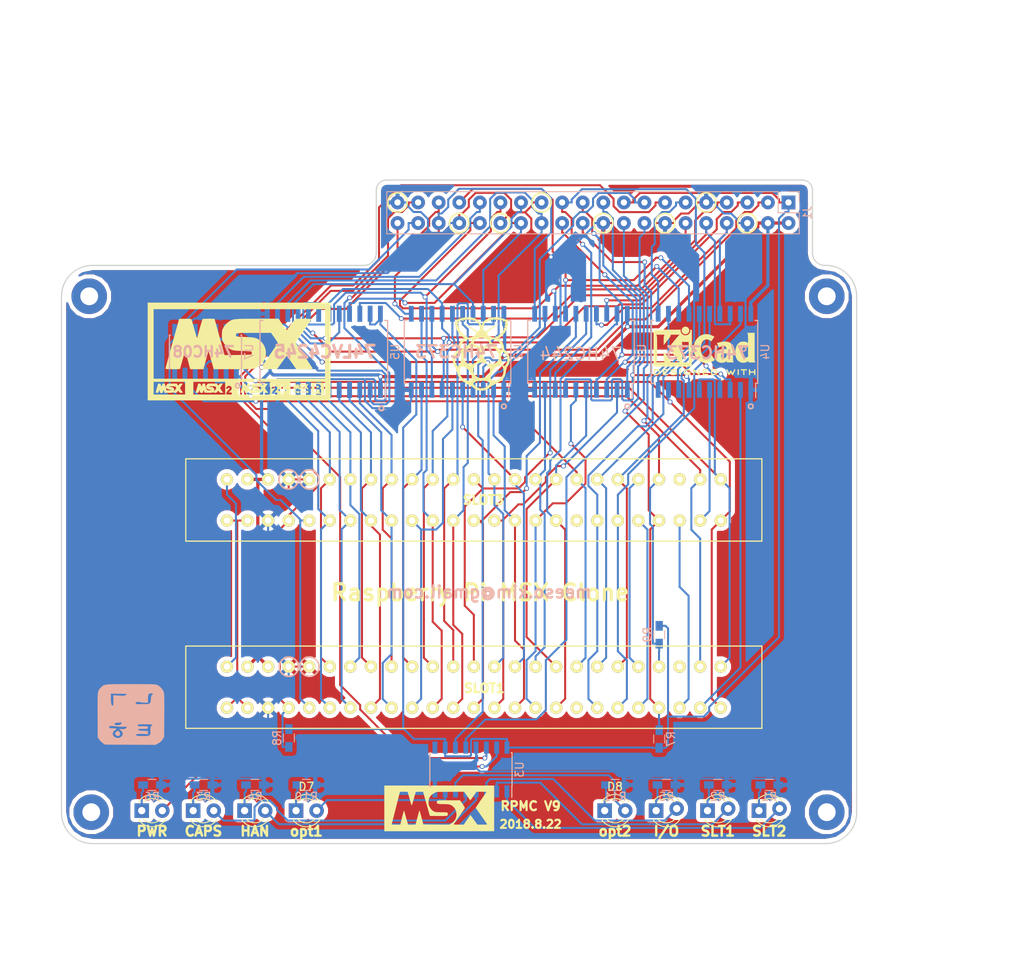
<source format=kicad_pcb>
(kicad_pcb (version 4) (host pcbnew 4.0.7)
  (layers (0 F.Cu signal) (31 B.Cu signal) (34 B.Paste user) (35 F.Paste user) (36 B.SilkS user) (37 F.SilkS user) (38 B.Mask user) (39 F.Mask user) (44 Edge.Cuts user))
  (net 0 "")
  (net 1 GND)
  (net 2 "Net-(U3-Pad9)")
  (net 3 +5V)
  (net 4 /RD3)
  (net 5 /RD4)
  (net 6 /RD6)
  (net 7 /RD7)
  (net 8 /RD0)
  (net 9 /RD1)
  (net 10 /RD2)
  (net 11 /RD5)
  (net 12 /CS1)
  (net 13 /CS2)
  (net 14 /CS12)
  (net 15 /SLTSL1)
  (net 16 /RFSH)
  (net 17 /INT)
  (net 18 /M1)
  (net 19 /BUSDIR)
  (net 20 /IORQ)
  (net 21 /MREQ)
  (net 22 /WR)
  (net 23 /RD)
  (net 24 /RESET)
  (net 25 /A9)
  (net 26 /A15)
  (net 27 /A11)
  (net 28 /A10)
  (net 29 /A7)
  (net 30 /A6)
  (net 31 /A12)
  (net 32 /A8)
  (net 33 /A14)
  (net 34 /A13)
  (net 35 /A1)
  (net 36 /A0)
  (net 37 /A3)
  (net 38 /A2)
  (net 39 /A5)
  (net 40 /A4)
  (net 41 /D1)
  (net 42 /D0)
  (net 43 /D3)
  (net 44 /D2)
  (net 45 /D5)
  (net 46 /D4)
  (net 47 /D7)
  (net 48 /D6)
  (net 49 /CLK)
  (net 50 /+12V)
  (net 51 /SNDIN)
  (net 52 +3V3)
  (net 53 "Net-(P1-Pad5)")
  (net 54 "Net-(P1-Pad16)")
  (net 55 "Net-(P2-Pad5)")
  (net 56 "Net-(P2-Pad16)")
  (net 57 /RA8)
  (net 58 /RA10)
  (net 59 /RA11)
  (net 60 /RA15)
  (net 61 /RA12)
  (net 62 /RA9)
  (net 63 /RA13)
  (net 64 /RA14)
  (net 65 "Net-(D1-Pad2)")
  (net 66 "Net-(D2-Pad2)")
  (net 67 "Net-(D3-Pad2)")
  (net 68 "Net-(D4-Pad2)")
  (net 69 "Net-(D5-Pad2)")
  (net 70 "Net-(D6-Pad2)")
  (net 71 /RC17)
  (net 72 /RC18)
  (net 73 /RC27)
  (net 74 /RC23)
  (net 75 /RC25)
  (net 76 /RC19)
  (net 77 /RC20)
  (net 78 /RC16)
  (net 79 /RC26)
  (net 80 /RC22)
  (net 81 /RC21)
  (net 82 /SLTSL2)
  (net 83 "Net-(D1-Pad1)")
  (net 84 "Net-(D2-Pad1)")
  (net 85 "Net-(D3-Pad1)")
  (net 86 "Net-(D4-Pad1)")
  (net 87 "Net-(D5-Pad1)")
  (net 88 "Net-(D6-Pad1)")
  (net 89 "Net-(D7-Pad1)")
  (net 90 "Net-(D7-Pad2)")
  (net 91 "Net-(D8-Pad1)")
  (net 92 "Net-(D8-Pad2)")
  (module Mounting_Holes:MountingHole_2.2mm_M2_Pad (layer F.Cu) (at 210.3 67.31)
    (fp_text reference H4 hide)
    (fp_text value MountingHole_2.2mm_M2_Pad)
    (pad 1 thru_hole circle (at 0 0) (size 4.4 4.4) (drill 2.2) (layers *.Cu *.Mask))
  )
  (module Mounting_Holes:MountingHole_2.2mm_M2_Pad (layer F.Cu) (at 119.5 67.31)
    (fp_text reference H3 hide)
    (fp_text value MountingHole_2.2mm_M2_Pad)
    (pad 1 thru_hole circle (at -0.254 0) (size 4.4 4.4) (drill 2.2) (layers *.Cu *.Mask))
  )
  (module Mounting_Holes:MountingHole_2.2mm_M2_Pad (layer F.Cu) (at 119.5 131)
    (fp_text reference H2 hide)
    (fp_text value MountingHole_2.2mm_M2_Pad)
    (pad 1 thru_hole circle (at 0 0) (size 4.4 4.4) (drill 2.2) (layers *.Cu *.Mask))
  )
  (module MSX:MSX_SLOT (layer F.Cu) (at 168 115.57)
    (fp_text reference P1 hide)
    (fp_text value CONN_02X25)
    (pad 1 thru_hole circle (at 29.21 -2.54) (size 1.524 1.524) (drill 0.78) (layers *.Cu *.Mask F.SilkS) (net 12 /CS1))
    (pad 2 thru_hole circle (at 29.21 2.54) (size 1.524 1.524) (drill 0.78) (layers *.Cu *.Mask F.SilkS) (net 13 /CS2))
    (pad 3 thru_hole circle (at 26.67 -2.54) (size 1.524 1.524) (drill 0.78) (layers *.Cu *.Mask F.SilkS) (net 14 /CS12))
    (pad 4 thru_hole circle (at 26.67 2.54) (size 1.524 1.524) (drill 0.78) (layers *.Cu *.Mask F.SilkS) (net 15 /SLTSL1))
    (pad 5 thru_hole circle (at 24.13 -2.54) (size 1.524 1.524) (drill 0.78) (layers *.Cu *.Mask F.SilkS) (net 53 "Net-(P1-Pad5)"))
    (pad 6 thru_hole circle (at 24.13 2.54) (size 1.524 1.524) (drill 0.78) (layers *.Cu *.Mask F.SilkS) (net 16 /RFSH))
    (pad 7 thru_hole circle (at 21.59 -2.54) (size 1.524 1.524) (drill 0.78) (layers *.Cu *.Mask F.SilkS) (net 75 /RC25))
    (pad 8 thru_hole circle (at 21.59 2.54) (size 1.524 1.524) (drill 0.78) (layers *.Cu *.Mask F.SilkS) (net 17 /INT))
    (pad 9 thru_hole circle (at 19.05 -2.54) (size 1.524 1.524) (drill 0.78) (layers *.Cu *.Mask F.SilkS) (net 18 /M1))
    (pad 10 thru_hole circle (at 19.05 2.54) (size 1.524 1.524) (drill 0.78) (layers *.Cu *.Mask F.SilkS) (net 19 /BUSDIR))
    (pad 11 thru_hole circle (at 16.51 -2.54) (size 1.524 1.524) (drill 0.78) (layers *.Cu *.Mask F.SilkS) (net 20 /IORQ))
    (pad 12 thru_hole circle (at 16.51 2.54) (size 1.524 1.524) (drill 0.78) (layers *.Cu *.Mask F.SilkS) (net 21 /MREQ))
    (pad 13 thru_hole circle (at 13.97 -2.54) (size 1.524 1.524) (drill 0.78) (layers *.Cu *.Mask F.SilkS) (net 22 /WR))
    (pad 14 thru_hole circle (at 13.97 2.54) (size 1.524 1.524) (drill 0.78) (layers *.Cu *.Mask F.SilkS) (net 23 /RD))
    (pad 15 thru_hole circle (at 11.43 -2.54) (size 1.524 1.524) (drill 0.78) (layers *.Cu *.Mask F.SilkS) (net 24 /RESET))
    (pad 16 thru_hole circle (at 11.43 2.54) (size 1.524 1.524) (drill 0.78) (layers *.Cu *.Mask F.SilkS) (net 54 "Net-(P1-Pad16)"))
    (pad 17 thru_hole circle (at 8.89 -2.54) (size 1.524 1.524) (drill 0.78) (layers *.Cu *.Mask F.SilkS) (net 25 /A9))
    (pad 18 thru_hole circle (at 8.89 2.54) (size 1.524 1.524) (drill 0.78) (layers *.Cu *.Mask F.SilkS) (net 26 /A15))
    (pad 19 thru_hole circle (at 6.35 -2.54) (size 1.524 1.524) (drill 0.78) (layers *.Cu *.Mask F.SilkS) (net 27 /A11))
    (pad 20 thru_hole circle (at 6.35 2.54) (size 1.524 1.524) (drill 0.78) (layers *.Cu *.Mask F.SilkS) (net 28 /A10))
    (pad 21 thru_hole circle (at 3.81 -2.54) (size 1.524 1.524) (drill 0.78) (layers *.Cu *.Mask F.SilkS) (net 29 /A7))
    (pad 22 thru_hole circle (at 3.81 2.54) (size 1.524 1.524) (drill 0.78) (layers *.Cu *.Mask F.SilkS) (net 30 /A6))
    (pad 23 thru_hole circle (at 1.27 -2.54) (size 1.524 1.524) (drill 0.78) (layers *.Cu *.Mask F.SilkS) (net 31 /A12))
    (pad 24 thru_hole circle (at 1.27 2.54) (size 1.524 1.524) (drill 0.78) (layers *.Cu *.Mask F.SilkS) (net 32 /A8))
    (pad 25 thru_hole circle (at -1.27 -2.54) (size 1.524 1.524) (drill 0.78) (layers *.Cu *.Mask F.SilkS) (net 33 /A14))
    (pad 26 thru_hole circle (at -1.27 2.54) (size 1.524 1.524) (drill 0.78) (layers *.Cu *.Mask F.SilkS) (net 34 /A13))
    (pad 27 thru_hole circle (at -3.81 -2.54) (size 1.524 1.524) (drill 0.78) (layers *.Cu *.Mask F.SilkS) (net 35 /A1))
    (pad 28 thru_hole circle (at -3.81 2.54) (size 1.524 1.524) (drill 0.78) (layers *.Cu *.Mask F.SilkS) (net 36 /A0))
    (pad 29 thru_hole circle (at -6.35 -2.54) (size 1.524 1.524) (drill 0.78) (layers *.Cu *.Mask F.SilkS) (net 37 /A3))
    (pad 30 thru_hole circle (at -6.35 2.54) (size 1.524 1.524) (drill 0.78) (layers *.Cu *.Mask F.SilkS) (net 38 /A2))
    (pad 31 thru_hole circle (at -8.89 -2.54) (size 1.524 1.524) (drill 0.78) (layers *.Cu *.Mask F.SilkS) (net 39 /A5))
    (pad 32 thru_hole circle (at -8.89 2.54) (size 1.524 1.524) (drill 0.78) (layers *.Cu *.Mask F.SilkS) (net 40 /A4))
    (pad 33 thru_hole circle (at -11.43 -2.54) (size 1.524 1.524) (drill 0.78) (layers *.Cu *.Mask F.SilkS) (net 41 /D1))
    (pad 34 thru_hole circle (at -11.43 2.54) (size 1.524 1.524) (drill 0.78) (layers *.Cu *.Mask F.SilkS) (net 42 /D0))
    (pad 35 thru_hole circle (at -13.97 -2.54) (size 1.524 1.524) (drill 0.78) (layers *.Cu *.Mask F.SilkS) (net 43 /D3))
    (pad 36 thru_hole circle (at -13.97 2.54) (size 1.524 1.524) (drill 0.78) (layers *.Cu *.Mask F.SilkS) (net 44 /D2))
    (pad 37 thru_hole circle (at -16.51 -2.54) (size 1.524 1.524) (drill 0.78) (layers *.Cu *.Mask F.SilkS) (net 45 /D5))
    (pad 38 thru_hole circle (at -16.51 2.54) (size 1.524 1.524) (drill 0.78) (layers *.Cu *.Mask F.SilkS) (net 46 /D4))
    (pad 39 thru_hole circle (at -19.05 -2.54) (size 1.524 1.524) (drill 0.78) (layers *.Cu *.Mask F.SilkS) (net 47 /D7))
    (pad 40 thru_hole circle (at -19.05 2.54) (size 1.524 1.524) (drill 0.78) (layers *.Cu *.Mask F.SilkS) (net 48 /D6))
    (pad 41 thru_hole circle (at -21.59 -2.54) (size 1.524 1.524) (drill 0.78) (layers *.Cu *.Mask F.SilkS) (net 1 GND))
    (pad 42 thru_hole circle (at -21.59 2.54) (size 1.524 1.524) (drill 0.78) (layers *.Cu *.Mask F.SilkS) (net 49 /CLK))
    (pad 43 thru_hole circle (at -24.13 -2.54) (size 1.524 1.524) (drill 0.78) (layers *.Cu *.Mask F.SilkS) (net 1 GND))
    (pad 44 thru_hole circle (at -24.13 2.54) (size 1.524 1.524) (drill 0.78) (layers *.Cu *.Mask F.SilkS) (net 73 /RC27))
    (pad 45 thru_hole circle (at -26.67 -2.54) (size 1.524 1.524) (drill 0.78) (layers *.Cu *.Mask F.SilkS) (net 3 +5V))
    (pad 46 thru_hole circle (at -26.67 2.54) (size 1.524 1.524) (drill 0.78) (layers *.Cu *.Mask F.SilkS) (net 1 GND))
    (pad 47 thru_hole circle (at -29.21 -2.54) (size 1.524 1.524) (drill 0.78) (layers *.Cu *.Mask F.SilkS) (net 3 +5V))
    (pad 48 thru_hole circle (at -29.21 2.54) (size 1.524 1.524) (drill 0.78) (layers *.Cu *.Mask F.SilkS) (net 50 /+12V))
    (pad 49 thru_hole circle (at -31.75 -2.54) (size 1.524 1.524) (drill 0.78) (layers *.Cu *.Mask F.SilkS) (net 51 /SNDIN))
    (pad 50 thru_hole circle (at -31.75 2.54) (size 1.524 1.524) (drill 0.78) (layers *.Cu *.Mask F.SilkS) (net 50 /+12V))
  )
  (module MSX:MSX_SLOT (layer F.Cu) (at 168 92.456)
    (fp_text reference P2 hide)
    (fp_text value CONN_02X25)
    (pad 1 thru_hole circle (at 29.21 -2.54) (size 1.524 1.524) (drill 0.78) (layers *.Cu *.Mask F.SilkS) (net 12 /CS1))
    (pad 2 thru_hole circle (at 29.21 2.54) (size 1.524 1.524) (drill 0.78) (layers *.Cu *.Mask F.SilkS) (net 13 /CS2))
    (pad 3 thru_hole circle (at 26.67 -2.54) (size 1.524 1.524) (drill 0.78) (layers *.Cu *.Mask F.SilkS) (net 14 /CS12))
    (pad 4 thru_hole circle (at 26.67 2.54) (size 1.524 1.524) (drill 0.78) (layers *.Cu *.Mask F.SilkS) (net 82 /SLTSL2))
    (pad 5 thru_hole circle (at 24.13 -2.54) (size 1.524 1.524) (drill 0.78) (layers *.Cu *.Mask F.SilkS) (net 55 "Net-(P2-Pad5)"))
    (pad 6 thru_hole circle (at 24.13 2.54) (size 1.524 1.524) (drill 0.78) (layers *.Cu *.Mask F.SilkS) (net 16 /RFSH))
    (pad 7 thru_hole circle (at 21.59 -2.54) (size 1.524 1.524) (drill 0.78) (layers *.Cu *.Mask F.SilkS) (net 75 /RC25))
    (pad 8 thru_hole circle (at 21.59 2.54) (size 1.524 1.524) (drill 0.78) (layers *.Cu *.Mask F.SilkS) (net 17 /INT))
    (pad 9 thru_hole circle (at 19.05 -2.54) (size 1.524 1.524) (drill 0.78) (layers *.Cu *.Mask F.SilkS) (net 18 /M1))
    (pad 10 thru_hole circle (at 19.05 2.54) (size 1.524 1.524) (drill 0.78) (layers *.Cu *.Mask F.SilkS) (net 19 /BUSDIR))
    (pad 11 thru_hole circle (at 16.51 -2.54) (size 1.524 1.524) (drill 0.78) (layers *.Cu *.Mask F.SilkS) (net 20 /IORQ))
    (pad 12 thru_hole circle (at 16.51 2.54) (size 1.524 1.524) (drill 0.78) (layers *.Cu *.Mask F.SilkS) (net 21 /MREQ))
    (pad 13 thru_hole circle (at 13.97 -2.54) (size 1.524 1.524) (drill 0.78) (layers *.Cu *.Mask F.SilkS) (net 22 /WR))
    (pad 14 thru_hole circle (at 13.97 2.54) (size 1.524 1.524) (drill 0.78) (layers *.Cu *.Mask F.SilkS) (net 23 /RD))
    (pad 15 thru_hole circle (at 11.43 -2.54) (size 1.524 1.524) (drill 0.78) (layers *.Cu *.Mask F.SilkS) (net 24 /RESET))
    (pad 16 thru_hole circle (at 11.43 2.54) (size 1.524 1.524) (drill 0.78) (layers *.Cu *.Mask F.SilkS) (net 56 "Net-(P2-Pad16)"))
    (pad 17 thru_hole circle (at 8.89 -2.54) (size 1.524 1.524) (drill 0.78) (layers *.Cu *.Mask F.SilkS) (net 25 /A9))
    (pad 18 thru_hole circle (at 8.89 2.54) (size 1.524 1.524) (drill 0.78) (layers *.Cu *.Mask F.SilkS) (net 26 /A15))
    (pad 19 thru_hole circle (at 6.35 -2.54) (size 1.524 1.524) (drill 0.78) (layers *.Cu *.Mask F.SilkS) (net 27 /A11))
    (pad 20 thru_hole circle (at 6.35 2.54) (size 1.524 1.524) (drill 0.78) (layers *.Cu *.Mask F.SilkS) (net 28 /A10))
    (pad 21 thru_hole circle (at 3.81 -2.54) (size 1.524 1.524) (drill 0.78) (layers *.Cu *.Mask F.SilkS) (net 29 /A7))
    (pad 22 thru_hole circle (at 3.81 2.54) (size 1.524 1.524) (drill 0.78) (layers *.Cu *.Mask F.SilkS) (net 30 /A6))
    (pad 23 thru_hole circle (at 1.27 -2.54) (size 1.524 1.524) (drill 0.78) (layers *.Cu *.Mask F.SilkS) (net 31 /A12))
    (pad 24 thru_hole circle (at 1.27 2.54) (size 1.524 1.524) (drill 0.78) (layers *.Cu *.Mask F.SilkS) (net 32 /A8))
    (pad 25 thru_hole circle (at -1.27 -2.54) (size 1.524 1.524) (drill 0.78) (layers *.Cu *.Mask F.SilkS) (net 33 /A14))
    (pad 26 thru_hole circle (at -1.27 2.54) (size 1.524 1.524) (drill 0.78) (layers *.Cu *.Mask F.SilkS) (net 34 /A13))
    (pad 27 thru_hole circle (at -3.81 -2.54) (size 1.524 1.524) (drill 0.78) (layers *.Cu *.Mask F.SilkS) (net 35 /A1))
    (pad 28 thru_hole circle (at -3.81 2.54) (size 1.524 1.524) (drill 0.78) (layers *.Cu *.Mask F.SilkS) (net 36 /A0))
    (pad 29 thru_hole circle (at -6.35 -2.54) (size 1.524 1.524) (drill 0.78) (layers *.Cu *.Mask F.SilkS) (net 37 /A3))
    (pad 30 thru_hole circle (at -6.35 2.54) (size 1.524 1.524) (drill 0.78) (layers *.Cu *.Mask F.SilkS) (net 38 /A2))
    (pad 31 thru_hole circle (at -8.89 -2.54) (size 1.524 1.524) (drill 0.78) (layers *.Cu *.Mask F.SilkS) (net 39 /A5))
    (pad 32 thru_hole circle (at -8.89 2.54) (size 1.524 1.524) (drill 0.78) (layers *.Cu *.Mask F.SilkS) (net 40 /A4))
    (pad 33 thru_hole circle (at -11.43 -2.54) (size 1.524 1.524) (drill 0.78) (layers *.Cu *.Mask F.SilkS) (net 41 /D1))
    (pad 34 thru_hole circle (at -11.43 2.54) (size 1.524 1.524) (drill 0.78) (layers *.Cu *.Mask F.SilkS) (net 42 /D0))
    (pad 35 thru_hole circle (at -13.97 -2.54) (size 1.524 1.524) (drill 0.78) (layers *.Cu *.Mask F.SilkS) (net 43 /D3))
    (pad 36 thru_hole circle (at -13.97 2.54) (size 1.524 1.524) (drill 0.78) (layers *.Cu *.Mask F.SilkS) (net 44 /D2))
    (pad 37 thru_hole circle (at -16.51 -2.54) (size 1.524 1.524) (drill 0.78) (layers *.Cu *.Mask F.SilkS) (net 45 /D5))
    (pad 38 thru_hole circle (at -16.51 2.54) (size 1.524 1.524) (drill 0.78) (layers *.Cu *.Mask F.SilkS) (net 46 /D4))
    (pad 39 thru_hole circle (at -19.05 -2.54) (size 1.524 1.524) (drill 0.78) (layers *.Cu *.Mask F.SilkS) (net 47 /D7))
    (pad 40 thru_hole circle (at -19.05 2.54) (size 1.524 1.524) (drill 0.78) (layers *.Cu *.Mask F.SilkS) (net 48 /D6))
    (pad 41 thru_hole circle (at -21.59 -2.54) (size 1.524 1.524) (drill 0.78) (layers *.Cu *.Mask F.SilkS) (net 1 GND))
    (pad 42 thru_hole circle (at -21.59 2.54) (size 1.524 1.524) (drill 0.78) (layers *.Cu *.Mask F.SilkS) (net 49 /CLK))
    (pad 43 thru_hole circle (at -24.13 -2.54) (size 1.524 1.524) (drill 0.78) (layers *.Cu *.Mask F.SilkS) (net 1 GND))
    (pad 44 thru_hole circle (at -24.13 2.54) (size 1.524 1.524) (drill 0.78) (layers *.Cu *.Mask F.SilkS) (net 73 /RC27))
    (pad 45 thru_hole circle (at -26.67 -2.54) (size 1.524 1.524) (drill 0.78) (layers *.Cu *.Mask F.SilkS) (net 3 +5V))
    (pad 46 thru_hole circle (at -26.67 2.54) (size 1.524 1.524) (drill 0.78) (layers *.Cu *.Mask F.SilkS) (net 1 GND))
    (pad 47 thru_hole circle (at -29.21 -2.54) (size 1.524 1.524) (drill 0.78) (layers *.Cu *.Mask F.SilkS) (net 3 +5V))
    (pad 48 thru_hole circle (at -29.21 2.54) (size 1.524 1.524) (drill 0.78) (layers *.Cu *.Mask F.SilkS) (net 50 /+12V))
    (pad 49 thru_hole circle (at -31.75 -2.54) (size 1.524 1.524) (drill 0.78) (layers *.Cu *.Mask F.SilkS) (net 51 /SNDIN))
    (pad 50 thru_hole circle (at -31.75 2.54) (size 1.524 1.524) (drill 0.78) (layers *.Cu *.Mask F.SilkS) (net 50 /+12V))
  )
  (module Socket_Strips:Socket_Strip_Straight_2x20_Pitch2.54mm (layer B.Cu) (at 205.572 55.7276 90)
    (fp_text reference J1 (at -1.27 2.33 90) (layer B.SilkS) (effects (justify mirror)))
    (fp_text value RPi_GPIO)
    (pad 1 thru_hole rect (at 0 0 90) (size 1.7 1.7) (drill 0.78) (layers *.Cu *.Mask) (net 52 +3V3))
    (pad 2 thru_hole oval (at -2.54 0 90) (size 1.7 1.7) (drill 0.78) (layers *.Cu *.Mask) (net 3 +5V))
    (pad 3 thru_hole oval (at 0 -2.54 90) (size 1.7 1.7) (drill 0.78) (layers *.Cu *.Mask) (net 10 /RD2))
    (pad 4 thru_hole oval (at -2.54 -2.54 90) (size 1.7 1.7) (drill 0.78) (layers *.Cu *.Mask) (net 3 +5V))
    (pad 5 thru_hole oval (at 0 -5.08 90) (size 1.7 1.7) (drill 0.78) (layers *.Cu *.Mask) (net 4 /RD3))
    (pad 6 thru_hole oval (at -2.54 -5.08 90) (size 1.7 1.7) (drill 0.78) (layers *.Cu *.Mask) (net 1 GND))
    (pad 7 thru_hole oval (at 0 -7.62 90) (size 1.7 1.7) (drill 0.78) (layers *.Cu *.Mask) (net 5 /RD4))
    (pad 8 thru_hole oval (at -2.54 -7.62 90) (size 1.7 1.7) (drill 0.78) (layers *.Cu *.Mask) (net 64 /RA14))
    (pad 9 thru_hole oval (at 0 -10.16 90) (size 1.7 1.7) (drill 0.78) (layers *.Cu *.Mask) (net 1 GND))
    (pad 10 thru_hole oval (at -2.54 -10.16 90) (size 1.7 1.7) (drill 0.78) (layers *.Cu *.Mask) (net 60 /RA15))
    (pad 11 thru_hole oval (at 0 -12.7 90) (size 1.7 1.7) (drill 0.78) (layers *.Cu *.Mask) (net 71 /RC17))
    (pad 12 thru_hole oval (at -2.54 -12.7 90) (size 1.7 1.7) (drill 0.78) (layers *.Cu *.Mask) (net 72 /RC18))
    (pad 13 thru_hole oval (at 0 -15.24 90) (size 1.7 1.7) (drill 0.78) (layers *.Cu *.Mask) (net 73 /RC27))
    (pad 14 thru_hole oval (at -2.54 -15.24 90) (size 1.7 1.7) (drill 0.78) (layers *.Cu *.Mask) (net 1 GND))
    (pad 15 thru_hole oval (at 0 -17.78 90) (size 1.7 1.7) (drill 0.78) (layers *.Cu *.Mask) (net 80 /RC22))
    (pad 16 thru_hole oval (at -2.54 -17.78 90) (size 1.7 1.7) (drill 0.78) (layers *.Cu *.Mask) (net 74 /RC23))
    (pad 17 thru_hole oval (at 0 -20.32 90) (size 1.7 1.7) (drill 0.78) (layers *.Cu *.Mask) (net 52 +3V3))
    (pad 18 thru_hole oval (at -2.54 -20.32 90) (size 1.7 1.7) (drill 0.78) (layers *.Cu *.Mask) (net 17 /INT))
    (pad 19 thru_hole oval (at 0 -22.86 90) (size 1.7 1.7) (drill 0.78) (layers *.Cu *.Mask) (net 58 /RA10))
    (pad 20 thru_hole oval (at -2.54 -22.86 90) (size 1.7 1.7) (drill 0.78) (layers *.Cu *.Mask) (net 1 GND))
    (pad 21 thru_hole oval (at 0 -25.4 90) (size 1.7 1.7) (drill 0.78) (layers *.Cu *.Mask) (net 62 /RA9))
    (pad 22 thru_hole oval (at -2.54 -25.4 90) (size 1.7 1.7) (drill 0.78) (layers *.Cu *.Mask) (net 75 /RC25))
    (pad 23 thru_hole oval (at 0 -27.94 90) (size 1.7 1.7) (drill 0.78) (layers *.Cu *.Mask) (net 59 /RA11))
    (pad 24 thru_hole oval (at -2.54 -27.94 90) (size 1.7 1.7) (drill 0.78) (layers *.Cu *.Mask) (net 57 /RA8))
    (pad 25 thru_hole oval (at 0 -30.48 90) (size 1.7 1.7) (drill 0.78) (layers *.Cu *.Mask) (net 1 GND))
    (pad 26 thru_hole oval (at -2.54 -30.48 90) (size 1.7 1.7) (drill 0.78) (layers *.Cu *.Mask) (net 7 /RD7))
    (pad 27 thru_hole oval (at 0 -33.02 90) (size 1.7 1.7) (drill 0.78) (layers *.Cu *.Mask) (net 8 /RD0))
    (pad 28 thru_hole oval (at -2.54 -33.02 90) (size 1.7 1.7) (drill 0.78) (layers *.Cu *.Mask) (net 9 /RD1))
    (pad 29 thru_hole oval (at 0 -35.56 90) (size 1.7 1.7) (drill 0.78) (layers *.Cu *.Mask) (net 11 /RD5))
    (pad 30 thru_hole oval (at -2.54 -35.56 90) (size 1.7 1.7) (drill 0.78) (layers *.Cu *.Mask) (net 1 GND))
    (pad 31 thru_hole oval (at 0 -38.1 90) (size 1.7 1.7) (drill 0.78) (layers *.Cu *.Mask) (net 6 /RD6))
    (pad 32 thru_hole oval (at -2.54 -38.1 90) (size 1.7 1.7) (drill 0.78) (layers *.Cu *.Mask) (net 61 /RA12))
    (pad 33 thru_hole oval (at 0 -40.64 90) (size 1.7 1.7) (drill 0.78) (layers *.Cu *.Mask) (net 63 /RA13))
    (pad 34 thru_hole oval (at -2.54 -40.64 90) (size 1.7 1.7) (drill 0.78) (layers *.Cu *.Mask) (net 1 GND))
    (pad 35 thru_hole oval (at 0 -43.18 90) (size 1.7 1.7) (drill 0.78) (layers *.Cu *.Mask) (net 76 /RC19))
    (pad 36 thru_hole oval (at -2.54 -43.18 90) (size 1.7 1.7) (drill 0.78) (layers *.Cu *.Mask) (net 78 /RC16))
    (pad 37 thru_hole oval (at 0 -45.72 90) (size 1.7 1.7) (drill 0.78) (layers *.Cu *.Mask) (net 79 /RC26))
    (pad 38 thru_hole oval (at -2.54 -45.72 90) (size 1.7 1.7) (drill 0.78) (layers *.Cu *.Mask) (net 77 /RC20))
    (pad 39 thru_hole oval (at 0 -48.26 90) (size 1.7 1.7) (drill 0.78) (layers *.Cu *.Mask) (net 1 GND))
    (pad 40 thru_hole oval (at -2.54 -48.26 90) (size 1.7 1.7) (drill 0.78) (layers *.Cu *.Mask) (net 81 /RC21))
  )
  (module LEDs:LED_D3.0mm (layer F.Cu) (at 201.93 130.81)
    (fp_text reference D1 hide)
    (fp_text value LED)
    (pad 1 thru_hole rect (at 0 0) (size 1.8 1.8) (drill 0.9) (layers *.Cu *.Mask) (net 83 "Net-(D1-Pad1)"))
    (pad 2 thru_hole circle (at 2.54 -0.254) (size 1.8 1.8) (drill 0.9) (layers *.Cu *.Mask) (net 65 "Net-(D1-Pad2)"))
  )
  (module LEDs:LED_D3.0mm (layer F.Cu) (at 195.58 130.81)
    (fp_text reference D2 hide)
    (fp_text value LED)
    (pad 1 thru_hole rect (at 0 0) (size 1.8 1.8) (drill 0.9) (layers *.Cu *.Mask) (net 84 "Net-(D2-Pad1)"))
    (pad 2 thru_hole circle (at 2.54 -0.254) (size 1.8 1.8) (drill 0.9) (layers *.Cu *.Mask) (net 66 "Net-(D2-Pad2)"))
  )
  (module LEDs:LED_D3.0mm (layer F.Cu) (at 132.08 130.81)
    (fp_text reference D3 hide)
    (fp_text value LED)
    (pad 1 thru_hole rect (at 0 0) (size 1.8 1.8) (drill 0.9) (layers *.Cu *.Mask) (net 85 "Net-(D3-Pad1)"))
    (pad 2 thru_hole circle (at 2.54 0) (size 1.8 1.8) (drill 0.9) (layers *.Cu *.Mask) (net 67 "Net-(D3-Pad2)"))
  )
  (module LEDs:LED_D3.0mm (layer F.Cu) (at 138.43 130.81)
    (fp_text reference D4 hide)
    (fp_text value LED)
    (pad 1 thru_hole rect (at 0 0) (size 1.8 1.8) (drill 0.9) (layers *.Cu *.Mask) (net 86 "Net-(D4-Pad1)"))
    (pad 2 thru_hole circle (at 2.54 0) (size 1.8 1.8) (drill 0.9) (layers *.Cu *.Mask) (net 68 "Net-(D4-Pad2)"))
  )
  (module LEDs:LED_D3.0mm (layer F.Cu) (at 189.23 130.81)
    (fp_text reference D5 hide)
    (fp_text value LED)
    (pad 1 thru_hole rect (at 0 0) (size 1.8 1.8) (drill 0.9) (layers *.Cu *.Mask) (net 87 "Net-(D5-Pad1)"))
    (pad 2 thru_hole circle (at 2.54 -0.254) (size 1.8 1.8) (drill 0.9) (layers *.Cu *.Mask) (net 69 "Net-(D5-Pad2)"))
  )
  (module LEDs:LED_D3.0mm (layer F.Cu) (at 125.73 130.81)
    (fp_text reference D6 hide)
    (fp_text value LED)
    (pad 1 thru_hole rect (at 0 0) (size 1.8 1.8) (drill 0.9) (layers *.Cu *.Mask) (net 88 "Net-(D6-Pad1)"))
    (pad 2 thru_hole circle (at 2.54 0) (size 1.8 1.8) (drill 0.9) (layers *.Cu *.Mask) (net 70 "Net-(D6-Pad2)"))
  )
  (module Resistors_SMD:R_0603_HandSoldering (layer B.Cu) (at 203.2 127.635)
    (fp_text reference R1 (at 0 1.45) (layer B.SilkS) (effects (justify mirror)))
    (fp_text value R)
    (pad 1 smd rect (at -1.1 0) (size 1.2 0.9) (layers B.Cu B.Paste B.Mask) (net 83 "Net-(D1-Pad1)"))
    (pad 2 smd rect (at 1.1 0) (size 1.2 0.9) (layers B.Cu B.Paste B.Mask) (net 1 GND))
  )
  (module Resistors_SMD:R_0603_HandSoldering (layer B.Cu) (at 196.85 127.635)
    (fp_text reference R2 (at 0 1.45) (layer B.SilkS) (effects (justify mirror)))
    (fp_text value R)
    (pad 1 smd rect (at -1.1 0) (size 1.2 0.9) (layers B.Cu B.Paste B.Mask) (net 84 "Net-(D2-Pad1)"))
    (pad 2 smd rect (at 1.1 0) (size 1.2 0.9) (layers B.Cu B.Paste B.Mask) (net 1 GND))
  )
  (module Resistors_SMD:R_0603_HandSoldering (layer B.Cu) (at 133.35 127.635)
    (fp_text reference R3 (at 0 1.45) (layer B.SilkS) (effects (justify mirror)))
    (fp_text value R)
    (pad 1 smd rect (at -1.1 0) (size 1.2 0.9) (layers B.Cu B.Paste B.Mask) (net 85 "Net-(D3-Pad1)"))
    (pad 2 smd rect (at 1.1 0) (size 1.2 0.9) (layers B.Cu B.Paste B.Mask) (net 1 GND))
  )
  (module Resistors_SMD:R_0603_HandSoldering (layer B.Cu) (at 139.7 127.635)
    (fp_text reference R4 (at 0 1.45) (layer B.SilkS) (effects (justify mirror)))
    (fp_text value R)
    (pad 1 smd rect (at -1.1 0) (size 1.2 0.9) (layers B.Cu B.Paste B.Mask) (net 86 "Net-(D4-Pad1)"))
    (pad 2 smd rect (at 1.1 0) (size 1.2 0.9) (layers B.Cu B.Paste B.Mask) (net 1 GND))
  )
  (module Resistors_SMD:R_0603_HandSoldering (layer B.Cu) (at 190.5 127.635)
    (fp_text reference R5 (at 0 1.45) (layer B.SilkS) (effects (justify mirror)))
    (fp_text value R)
    (pad 1 smd rect (at -1.1 0) (size 1.2 0.9) (layers B.Cu B.Paste B.Mask) (net 87 "Net-(D5-Pad1)"))
    (pad 2 smd rect (at 1.1 0) (size 1.2 0.9) (layers B.Cu B.Paste B.Mask) (net 1 GND))
  )
  (module Resistors_SMD:R_0603_HandSoldering (layer B.Cu) (at 127 127.635)
    (fp_text reference R6 (at 0 1.45) (layer B.SilkS) (effects (justify mirror)))
    (fp_text value R)
    (pad 1 smd rect (at -1.1 0) (size 1.2 0.9) (layers B.Cu B.Paste B.Mask) (net 88 "Net-(D6-Pad1)"))
    (pad 2 smd rect (at 1.1 0) (size 1.2 0.9) (layers B.Cu B.Paste B.Mask) (net 1 GND))
  )
  (module Resistors_SMD:R_0603_HandSoldering (layer B.Cu) (at 189.611 121.963 90)
    (fp_text reference R7 (at 0 1.45 90) (layer B.SilkS) (effects (justify mirror)))
    (fp_text value R)
    (pad 1 smd rect (at -1.1 0 90) (size 1.2 0.9) (layers B.Cu B.Paste B.Mask) (net 52 +3V3))
    (pad 2 smd rect (at 1.1 0 90) (size 1.2 0.9) (layers B.Cu B.Paste B.Mask) (net 17 /INT))
  )
  (module Resistors_SMD:R_0603_HandSoldering (layer B.Cu) (at 143.891 121.836 270)
    (fp_text reference R8 (at 0 1.45 270) (layer B.SilkS) (effects (justify mirror)))
    (fp_text value R)
    (pad 1 smd rect (at -1.1 0 270) (size 1.2 0.9) (layers B.Cu B.Paste B.Mask) (net 52 +3V3))
    (pad 2 smd rect (at 1.1 0 270) (size 1.2 0.9) (layers B.Cu B.Paste B.Mask) (net 73 /RC27))
  )
  (module Resistors_SMD:R_0603_HandSoldering (layer B.Cu) (at 189.611 109.093 270)
    (fp_text reference R9 (at 0 1.45 270) (layer B.SilkS) (effects (justify mirror)))
    (fp_text value R)
    (pad 1 smd rect (at -1.1 0 270) (size 1.2 0.9) (layers B.Cu B.Paste B.Mask) (net 52 +3V3))
    (pad 2 smd rect (at 1.1 0 270) (size 1.2 0.9) (layers B.Cu B.Paste B.Mask) (net 75 /RC25))
  )
  (module Housings_SOIC:SOIC-20W_7.5x12.8mm_Pitch1.27mm (layer B.Cu) (at 179.959 74.168 90)
    (fp_text reference U1 (at 0 7.5 90) (layer B.SilkS) (effects (justify mirror)))
    (fp_text value 74LS373)
    (pad 1 smd rect (at -4.7 5.715 90) (size 1.95 0.6) (layers B.Cu B.Paste B.Mask) (net 1 GND))
    (pad 2 smd rect (at -4.7 4.445 90) (size 1.95 0.6) (layers B.Cu B.Paste B.Mask) (net 32 /A8))
    (pad 3 smd rect (at -4.7 3.175 90) (size 1.95 0.6) (layers B.Cu B.Paste B.Mask) (net 57 /RA8))
    (pad 4 smd rect (at -4.7 1.905 90) (size 1.95 0.6) (layers B.Cu B.Paste B.Mask) (net 62 /RA9))
    (pad 5 smd rect (at -4.7 0.635 90) (size 1.95 0.6) (layers B.Cu B.Paste B.Mask) (net 25 /A9))
    (pad 6 smd rect (at -4.7 -0.635 90) (size 1.95 0.6) (layers B.Cu B.Paste B.Mask) (net 28 /A10))
    (pad 7 smd rect (at -4.7 -1.905 90) (size 1.95 0.6) (layers B.Cu B.Paste B.Mask) (net 58 /RA10))
    (pad 8 smd rect (at -4.7 -3.175 90) (size 1.95 0.6) (layers B.Cu B.Paste B.Mask) (net 59 /RA11))
    (pad 9 smd rect (at -4.7 -4.445 90) (size 1.95 0.6) (layers B.Cu B.Paste B.Mask) (net 27 /A11))
    (pad 10 smd rect (at -4.7 -5.715 90) (size 1.95 0.6) (layers B.Cu B.Paste B.Mask) (net 1 GND))
    (pad 11 smd rect (at 4.7 -5.715 90) (size 1.95 0.6) (layers B.Cu B.Paste B.Mask) (net 78 /RC16))
    (pad 12 smd rect (at 4.7 -4.445 90) (size 1.95 0.6) (layers B.Cu B.Paste B.Mask) (net 31 /A12))
    (pad 13 smd rect (at 4.7 -3.175 90) (size 1.95 0.6) (layers B.Cu B.Paste B.Mask) (net 61 /RA12))
    (pad 14 smd rect (at 4.7 -1.905 90) (size 1.95 0.6) (layers B.Cu B.Paste B.Mask) (net 63 /RA13))
    (pad 15 smd rect (at 4.7 -0.635 90) (size 1.95 0.6) (layers B.Cu B.Paste B.Mask) (net 34 /A13))
    (pad 16 smd rect (at 4.7 0.635 90) (size 1.95 0.6) (layers B.Cu B.Paste B.Mask) (net 33 /A14))
    (pad 17 smd rect (at 4.7 1.905 90) (size 1.95 0.6) (layers B.Cu B.Paste B.Mask) (net 64 /RA14))
    (pad 18 smd rect (at 4.7 3.175 90) (size 1.95 0.6) (layers B.Cu B.Paste B.Mask) (net 60 /RA15))
    (pad 19 smd rect (at 4.7 4.445 90) (size 1.95 0.6) (layers B.Cu B.Paste B.Mask) (net 26 /A15))
    (pad 20 smd rect (at 4.7 5.715 90) (size 1.95 0.6) (layers B.Cu B.Paste B.Mask) (net 3 +5V))
  )
  (module Housings_SOIC:SOIC-20W_7.5x12.8mm_Pitch1.27mm (layer B.Cu) (at 164.719 74.168 90)
    (fp_text reference U2 (at 0 7.5 90) (layer B.SilkS) (effects (justify mirror)))
    (fp_text value 74LS373)
    (pad 1 smd rect (at -4.7 5.715 90) (size 1.95 0.6) (layers B.Cu B.Paste B.Mask) (net 1 GND))
    (pad 2 smd rect (at -4.7 4.445 90) (size 1.95 0.6) (layers B.Cu B.Paste B.Mask) (net 30 /A6))
    (pad 3 smd rect (at -4.7 3.175 90) (size 1.95 0.6) (layers B.Cu B.Paste B.Mask) (net 6 /RD6))
    (pad 4 smd rect (at -4.7 1.905 90) (size 1.95 0.6) (layers B.Cu B.Paste B.Mask) (net 7 /RD7))
    (pad 5 smd rect (at -4.7 0.635 90) (size 1.95 0.6) (layers B.Cu B.Paste B.Mask) (net 29 /A7))
    (pad 6 smd rect (at -4.7 -0.635 90) (size 1.95 0.6) (layers B.Cu B.Paste B.Mask) (net 40 /A4))
    (pad 7 smd rect (at -4.7 -1.905 90) (size 1.95 0.6) (layers B.Cu B.Paste B.Mask) (net 5 /RD4))
    (pad 8 smd rect (at -4.7 -3.175 90) (size 1.95 0.6) (layers B.Cu B.Paste B.Mask) (net 11 /RD5))
    (pad 9 smd rect (at -4.7 -4.445 90) (size 1.95 0.6) (layers B.Cu B.Paste B.Mask) (net 39 /A5))
    (pad 10 smd rect (at -4.7 -5.715 90) (size 1.95 0.6) (layers B.Cu B.Paste B.Mask) (net 1 GND))
    (pad 11 smd rect (at 4.7 -5.715 90) (size 1.95 0.6) (layers B.Cu B.Paste B.Mask) (net 78 /RC16))
    (pad 12 smd rect (at 4.7 -4.445 90) (size 1.95 0.6) (layers B.Cu B.Paste B.Mask) (net 38 /A2))
    (pad 13 smd rect (at 4.7 -3.175 90) (size 1.95 0.6) (layers B.Cu B.Paste B.Mask) (net 10 /RD2))
    (pad 14 smd rect (at 4.7 -1.905 90) (size 1.95 0.6) (layers B.Cu B.Paste B.Mask) (net 4 /RD3))
    (pad 15 smd rect (at 4.7 -0.635 90) (size 1.95 0.6) (layers B.Cu B.Paste B.Mask) (net 37 /A3))
    (pad 16 smd rect (at 4.7 0.635 90) (size 1.95 0.6) (layers B.Cu B.Paste B.Mask) (net 36 /A0))
    (pad 17 smd rect (at 4.7 1.905 90) (size 1.95 0.6) (layers B.Cu B.Paste B.Mask) (net 8 /RD0))
    (pad 18 smd rect (at 4.7 3.175 90) (size 1.95 0.6) (layers B.Cu B.Paste B.Mask) (net 9 /RD1))
    (pad 19 smd rect (at 4.7 4.445 90) (size 1.95 0.6) (layers B.Cu B.Paste B.Mask) (net 35 /A1))
    (pad 20 smd rect (at 4.7 5.715 90) (size 1.95 0.6) (layers B.Cu B.Paste B.Mask) (net 3 +5V))
  )
  (module Housings_SOIC:SOIC-20W_7.5x12.8mm_Pitch1.27mm (layer B.Cu) (at 195.199 74.168 90)
    (fp_text reference U4 (at 0 7.5 90) (layer B.SilkS) (effects (justify mirror)))
    (fp_text value 74LS373)
    (pad 1 smd rect (at -4.7 5.715 90) (size 1.95 0.6) (layers B.Cu B.Paste B.Mask) (net 1 GND))
    (pad 2 smd rect (at -4.7 4.445 90) (size 1.95 0.6) (layers B.Cu B.Paste B.Mask) (net 15 /SLTSL1))
    (pad 3 smd rect (at -4.7 3.175 90) (size 1.95 0.6) (layers B.Cu B.Paste B.Mask) (net 57 /RA8))
    (pad 4 smd rect (at -4.7 1.905 90) (size 1.95 0.6) (layers B.Cu B.Paste B.Mask) (net 62 /RA9))
    (pad 5 smd rect (at -4.7 0.635 90) (size 1.95 0.6) (layers B.Cu B.Paste B.Mask) (net 82 /SLTSL2))
    (pad 6 smd rect (at -4.7 -0.635 90) (size 1.95 0.6) (layers B.Cu B.Paste B.Mask) (net 12 /CS1))
    (pad 7 smd rect (at -4.7 -1.905 90) (size 1.95 0.6) (layers B.Cu B.Paste B.Mask) (net 58 /RA10))
    (pad 8 smd rect (at -4.7 -3.175 90) (size 1.95 0.6) (layers B.Cu B.Paste B.Mask) (net 59 /RA11))
    (pad 9 smd rect (at -4.7 -4.445 90) (size 1.95 0.6) (layers B.Cu B.Paste B.Mask) (net 13 /CS2))
    (pad 10 smd rect (at -4.7 -5.715 90) (size 1.95 0.6) (layers B.Cu B.Paste B.Mask) (net 1 GND))
    (pad 11 smd rect (at 4.7 -5.715 90) (size 1.95 0.6) (layers B.Cu B.Paste B.Mask) (net 71 /RC17))
    (pad 12 smd rect (at 4.7 -4.445 90) (size 1.95 0.6) (layers B.Cu B.Paste B.Mask) (net 23 /RD))
    (pad 13 smd rect (at 4.7 -3.175 90) (size 1.95 0.6) (layers B.Cu B.Paste B.Mask) (net 61 /RA12))
    (pad 14 smd rect (at 4.7 -1.905 90) (size 1.95 0.6) (layers B.Cu B.Paste B.Mask) (net 63 /RA13))
    (pad 15 smd rect (at 4.7 -0.635 90) (size 1.95 0.6) (layers B.Cu B.Paste B.Mask) (net 22 /WR))
    (pad 16 smd rect (at 4.7 0.635 90) (size 1.95 0.6) (layers B.Cu B.Paste B.Mask) (net 20 /IORQ))
    (pad 17 smd rect (at 4.7 1.905 90) (size 1.95 0.6) (layers B.Cu B.Paste B.Mask) (net 64 /RA14))
    (pad 18 smd rect (at 4.7 3.175 90) (size 1.95 0.6) (layers B.Cu B.Paste B.Mask) (net 60 /RA15))
    (pad 19 smd rect (at 4.7 4.445 90) (size 1.95 0.6) (layers B.Cu B.Paste B.Mask) (net 21 /MREQ))
    (pad 20 smd rect (at 4.7 5.715 90) (size 1.95 0.6) (layers B.Cu B.Paste B.Mask) (net 3 +5V))
  )
  (module Housings_SOIC:SOIC-24W_7.5x15.4mm_Pitch1.27mm (layer B.Cu) (at 148.209 74.168 90)
    (fp_text reference U5 (at 0 8.8 90) (layer B.SilkS) (effects (justify mirror)))
    (fp_text value LVC4245)
    (pad 1 smd rect (at -4.7 6.985 90) (size 2 0.6) (layers B.Cu B.Paste B.Mask) (net 3 +5V))
    (pad 2 smd rect (at -4.7 5.715 90) (size 2 0.6) (layers B.Cu B.Paste B.Mask) (net 81 /RC21))
    (pad 3 smd rect (at -4.7 4.445 90) (size 2 0.6) (layers B.Cu B.Paste B.Mask) (net 41 /D1))
    (pad 4 smd rect (at -4.7 3.175 90) (size 2 0.6) (layers B.Cu B.Paste B.Mask) (net 42 /D0))
    (pad 5 smd rect (at -4.7 1.905 90) (size 2 0.6) (layers B.Cu B.Paste B.Mask) (net 43 /D3))
    (pad 6 smd rect (at -4.7 0.635 90) (size 2 0.6) (layers B.Cu B.Paste B.Mask) (net 44 /D2))
    (pad 7 smd rect (at -4.7 -0.635 90) (size 2 0.6) (layers B.Cu B.Paste B.Mask) (net 45 /D5))
    (pad 8 smd rect (at -4.7 -1.905 90) (size 2 0.6) (layers B.Cu B.Paste B.Mask) (net 46 /D4))
    (pad 9 smd rect (at -4.7 -3.175 90) (size 2 0.6) (layers B.Cu B.Paste B.Mask) (net 47 /D7))
    (pad 10 smd rect (at -4.7 -4.445 90) (size 2 0.6) (layers B.Cu B.Paste B.Mask) (net 48 /D6))
    (pad 11 smd rect (at -4.7 -5.715 90) (size 2 0.6) (layers B.Cu B.Paste B.Mask) (net 1 GND))
    (pad 12 smd rect (at -4.7 -6.985 90) (size 2 0.6) (layers B.Cu B.Paste B.Mask) (net 1 GND))
    (pad 13 smd rect (at 4.7 -6.985 90) (size 2 0.6) (layers B.Cu B.Paste B.Mask) (net 1 GND))
    (pad 14 smd rect (at 4.7 -5.715 90) (size 2 0.6) (layers B.Cu B.Paste B.Mask) (net 6 /RD6))
    (pad 15 smd rect (at 4.7 -4.445 90) (size 2 0.6) (layers B.Cu B.Paste B.Mask) (net 7 /RD7))
    (pad 16 smd rect (at 4.7 -3.175 90) (size 2 0.6) (layers B.Cu B.Paste B.Mask) (net 5 /RD4))
    (pad 17 smd rect (at 4.7 -1.905 90) (size 2 0.6) (layers B.Cu B.Paste B.Mask) (net 11 /RD5))
    (pad 18 smd rect (at 4.7 -0.635 90) (size 2 0.6) (layers B.Cu B.Paste B.Mask) (net 10 /RD2))
    (pad 19 smd rect (at 4.7 0.635 90) (size 2 0.6) (layers B.Cu B.Paste B.Mask) (net 4 /RD3))
    (pad 20 smd rect (at 4.7 1.905 90) (size 2 0.6) (layers B.Cu B.Paste B.Mask) (net 8 /RD0))
    (pad 21 smd rect (at 4.7 3.175 90) (size 2 0.6) (layers B.Cu B.Paste B.Mask) (net 9 /RD1))
    (pad 22 smd rect (at 4.7 4.445 90) (size 2 0.6) (layers B.Cu B.Paste B.Mask) (net 72 /RC18))
    (pad 23 smd rect (at 4.7 5.715 90) (size 2 0.6) (layers B.Cu B.Paste B.Mask) (net 52 +3V3))
    (pad 24 smd rect (at 4.7 6.985 90) (size 2 0.6) (layers B.Cu B.Paste B.Mask) (net 52 +3V3))
  )
  (module Housings_SOIC:SOIC-14_3.9x8.7mm_Pitch1.27mm (layer B.Cu) (at 133.604 74.168 90)
    (fp_text reference U7 (at 0 5.375 90) (layer B.SilkS) (effects (justify mirror)))
    (fp_text value 74LS08)
    (pad 1 smd rect (at -2.7 3.81 90) (size 1.5 0.6) (layers B.Cu B.Paste B.Mask) (net 12 /CS1))
    (pad 2 smd rect (at -2.7 2.54 90) (size 1.5 0.6) (layers B.Cu B.Paste B.Mask) (net 13 /CS2))
    (pad 3 smd rect (at -2.7 1.27 90) (size 1.5 0.6) (layers B.Cu B.Paste B.Mask) (net 14 /CS12))
    (pad 4 smd rect (at -2.7 0 90) (size 1.5 0.6) (layers B.Cu B.Paste B.Mask) (net 76 /RC19))
    (pad 5 smd rect (at -2.7 -1.27 90) (size 1.5 0.6) (layers B.Cu B.Paste B.Mask) (net 3 +5V))
    (pad 6 smd rect (at -2.7 -2.54 90) (size 1.5 0.6) (layers B.Cu B.Paste B.Mask) (net 24 /RESET))
    (pad 7 smd rect (at -2.7 -3.81 90) (size 1.5 0.6) (layers B.Cu B.Paste B.Mask) (net 1 GND))
    (pad 8 smd rect (at 2.7 -3.81 90) (size 1.5 0.6) (layers B.Cu B.Paste B.Mask) (net 49 /CLK))
    (pad 9 smd rect (at 2.7 -2.54 90) (size 1.5 0.6) (layers B.Cu B.Paste B.Mask) (net 77 /RC20))
    (pad 10 smd rect (at 2.7 -1.27 90) (size 1.5 0.6) (layers B.Cu B.Paste B.Mask) (net 3 +5V))
    (pad 11 smd rect (at 2.7 0 90) (size 1.5 0.6) (layers B.Cu B.Paste B.Mask))
    (pad 12 smd rect (at 2.7 1.27 90) (size 1.5 0.6) (layers B.Cu B.Paste B.Mask))
    (pad 13 smd rect (at 2.7 2.54 90) (size 1.5 0.6) (layers B.Cu B.Paste B.Mask))
    (pad 14 smd rect (at 2.7 3.81 90) (size 1.5 0.6) (layers B.Cu B.Paste B.Mask) (net 3 +5V))
  )
  (module MSX:msx_msx2_msx+logo (layer F.Cu) (at 137.7315 74.1045)
    (fp_text reference G2 hide)
    (fp_text value LOGO hide)
  )
  (module MSX:raspberry_pi_logo (layer F.Cu) (at 167.64 74.422)
    (fp_text reference G1 hide)
    (fp_text value LOGO hide)
  )
  (module Symbols:KiCad-Logo2_6mm_SilkScreen (layer F.Cu) (at 195.199 74.041)
    (fp_text reference G3 hide)
    (fp_text value KiCad-Logo2_6mm_SilkScreen hide)
  )
  (module Mounting_Holes:MountingHole_2.2mm_M2_Pad (layer F.Cu) (at 210.3 131)
    (fp_text reference H1 hide)
    (fp_text value MountingHole_2.2mm_M2_Pad)
    (pad 1 thru_hole circle (at 0 0) (size 4.4 4.4) (drill 2.2) (layers *.Cu *.Mask))
  )
  (module Housings_SOIC:SOIC-16_3.9x9.9mm_Pitch1.27mm (layer B.Cu) (at 166.37 125.73 90)
    (fp_text reference U3 (at 0 6 90) (layer B.SilkS) (effects (justify mirror)))
    (fp_text value 74HC595)
    (pad 1 smd rect (at -2.7 4.445 90) (size 1.5 0.6) (layers B.Cu B.Paste B.Mask) (net 65 "Net-(D1-Pad2)"))
    (pad 2 smd rect (at -2.7 3.175 90) (size 1.5 0.6) (layers B.Cu B.Paste B.Mask) (net 66 "Net-(D2-Pad2)"))
    (pad 3 smd rect (at -2.7 1.905 90) (size 1.5 0.6) (layers B.Cu B.Paste B.Mask) (net 69 "Net-(D5-Pad2)"))
    (pad 4 smd rect (at -2.7 0.635 90) (size 1.5 0.6) (layers B.Cu B.Paste B.Mask) (net 68 "Net-(D4-Pad2)"))
    (pad 5 smd rect (at -2.7 -0.635 90) (size 1.5 0.6) (layers B.Cu B.Paste B.Mask) (net 67 "Net-(D3-Pad2)"))
    (pad 6 smd rect (at -2.7 -1.905 90) (size 1.5 0.6) (layers B.Cu B.Paste B.Mask) (net 92 "Net-(D8-Pad2)"))
    (pad 7 smd rect (at -2.7 -3.175 90) (size 1.5 0.6) (layers B.Cu B.Paste B.Mask) (net 90 "Net-(D7-Pad2)"))
    (pad 8 smd rect (at -2.7 -4.445 90) (size 1.5 0.6) (layers B.Cu B.Paste B.Mask) (net 1 GND))
    (pad 9 smd rect (at 2.7 -4.445 90) (size 1.5 0.6) (layers B.Cu B.Paste B.Mask) (net 2 "Net-(U3-Pad9)"))
    (pad 10 smd rect (at 2.7 -3.175 90) (size 1.5 0.6) (layers B.Cu B.Paste B.Mask) (net 52 +3V3))
    (pad 11 smd rect (at 2.7 -1.905 90) (size 1.5 0.6) (layers B.Cu B.Paste B.Mask) (net 80 /RC22))
    (pad 12 smd rect (at 2.7 -0.635 90) (size 1.5 0.6) (layers B.Cu B.Paste B.Mask) (net 74 /RC23))
    (pad 13 smd rect (at 2.7 0.635 90) (size 1.5 0.6) (layers B.Cu B.Paste B.Mask) (net 1 GND))
    (pad 14 smd rect (at 2.7 1.905 90) (size 1.5 0.6) (layers B.Cu B.Paste B.Mask) (net 79 /RC26))
    (pad 15 smd rect (at 2.7 3.175 90) (size 1.5 0.6) (layers B.Cu B.Paste B.Mask) (net 70 "Net-(D6-Pad2)"))
    (pad 16 smd rect (at 2.7 4.445 90) (size 1.5 0.6) (layers B.Cu B.Paste B.Mask) (net 52 +3V3))
  )
  (module MSX:LOGO (layer F.Cu) (at 162.4584 130.5052)
    (fp_text reference GMSX hide)
    (fp_text value LOGO hide)
  )
  (module MSX:srxg (layer B.Cu) (at 124.46 119.38 180)
    (fp_text reference G*** hide)
    (fp_text value LOGO hide)
  )
  (module LEDs:LED_D3.0mm (layer F.Cu) (at 144.78 130.81)
    (fp_text reference D7 (at 1.27 -2.96) (layer F.SilkS))
    (fp_text value LED)
    (pad 1 thru_hole rect (at 0 0) (size 1.8 1.8) (drill 0.9) (layers *.Cu *.Mask) (net 89 "Net-(D7-Pad1)"))
    (pad 2 thru_hole circle (at 2.54 0) (size 1.8 1.8) (drill 0.9) (layers *.Cu *.Mask) (net 90 "Net-(D7-Pad2)"))
  )
  (module LEDs:LED_D3.0mm (layer F.Cu) (at 182.88 130.81)
    (fp_text reference D8 (at 1.27 -2.96) (layer F.SilkS))
    (fp_text value LED)
    (pad 1 thru_hole rect (at 0 0) (size 1.8 1.8) (drill 0.9) (layers *.Cu *.Mask) (net 91 "Net-(D8-Pad1)"))
    (pad 2 thru_hole circle (at 2.54 0) (size 1.8 1.8) (drill 0.9) (layers *.Cu *.Mask) (net 92 "Net-(D8-Pad2)"))
  )
  (module Resistors_SMD:R_0603_HandSoldering (layer B.Cu) (at 146.05 127.635)
    (fp_text reference R10 (at 0 1.45) (layer B.SilkS) (effects (justify mirror)))
    (fp_text value R)
    (pad 1 smd rect (at -1.1 0) (size 1.2 0.9) (layers B.Cu B.Paste B.Mask) (net 89 "Net-(D7-Pad1)"))
    (pad 2 smd rect (at 1.1 0) (size 1.2 0.9) (layers B.Cu B.Paste B.Mask) (net 1 GND))
  )
  (module Resistors_SMD:R_0603_HandSoldering (layer B.Cu) (at 184.15 127.635)
    (fp_text reference R11 (at 0 1.45) (layer B.SilkS) (effects (justify mirror)))
    (fp_text value R)
    (pad 1 smd rect (at -1.1 0) (size 1.2 0.9) (layers B.Cu B.Paste B.Mask) (net 91 "Net-(D8-Pad1)"))
    (pad 2 smd rect (at 1.1 0) (size 1.2 0.9) (layers B.Cu B.Paste B.Mask) (net 1 GND))
  )
  (gr_text opt2 (at 184.15 133.35) (layer F.SilkS) (effects (font (size 1.2 1.2) (thickness 0.3))))
  (gr_text opt1 (at 146.05 133.35) (layer F.SilkS) (effects (font (size 1.2 1.2) (thickness 0.3))))
  (gr_arc (start 210.17624 67.31066) (end 210.049234 63.50066) (angle 91.80923345) (layer Edge.Cuts) (width 0.15))
  (gr_text SLOT3 (at 167.894 92.456) (layer F.SilkS) (effects (font (size 1.1 1.1) (thickness 0.275))))
  (gr_text SLOT1 (at 168.021 115.697) (layer F.SilkS) (effects (font (size 1.1 1.1) (thickness 0.275))))
  (gr_text 74HC373 (at 195.58 74.295) (layer B.SilkS) (effects (font (size 1.5 1.5) (thickness 0.3)) (justify mirror)))
  (gr_circle (center 157.3022 55.7276) (end 158.3182 56.3372) (layer F.SilkS) (width 0.2))
  (gr_circle (center 164.9222 58.2676) (end 165.9382 58.8772) (layer F.SilkS) (width 0.2))
  (gr_circle (center 170.0022 58.2676) (end 171.0182 58.8772) (layer F.SilkS) (width 0.2))
  (gr_circle (center 175.0822 55.7276) (end 176.0982 56.3372) (layer F.SilkS) (width 0.2))
  (gr_circle (center 182.7022 58.2676) (end 183.7182 58.8772) (layer F.SilkS) (width 0.2))
  (gr_circle (center 190.338649 58.2676) (end 191.354649 58.8772) (layer F.SilkS) (width 0.2))
  (gr_circle (center 195.411151 55.7276) (end 196.427151 56.3372) (layer F.SilkS) (width 0.2))
  (gr_circle (center 200.491151 58.2676) (end 201.507151 58.8772) (layer F.SilkS) (width 0.2))
  (gr_circle (center 146.431 113.0427) (end 147.447 112.4331) (layer B.SilkS) (width 0.2))
  (gr_circle (center 143.891 113.0427) (end 144.907 112.4331) (layer B.SilkS) (width 0.2))
  (gr_circle (center 146.431 89.924951) (end 147.447 89.315351) (layer B.SilkS) (width 0.2))
  (gr_circle (center 143.849151 89.916) (end 144.865151 89.3064) (layer B.SilkS) (width 0.2))
  (gr_arc (start 210.058 61.976) (end 210.058 63.5) (angle 90) (layer Edge.Cuts) (width 0.15))
  (gr_line (start 208.534 54.229) (end 208.534 61.976) (layer Edge.Cuts) (width 0.15))
  (gr_circle (center 137.5918 78.3336) (end 137.8458 78.4606) (layer B.SilkS) (width 0.2))
  (gr_circle (center 185.674 80.899) (end 185.928 81.026) (layer B.SilkS) (width 0.2))
  (gr_circle (center 170.434 80.899) (end 170.688 81.026) (layer B.SilkS) (width 0.2))
  (gr_circle (center 200.914 80.899) (end 201.168 81.026) (layer B.SilkS) (width 0.2))
  (gr_arc (start 155.956 54.229) (end 154.686 54.229) (angle 90) (layer Edge.Cuts) (width 0.15))
  (gr_arc (start 207.264 54.229) (end 207.264 52.959) (angle 90) (layer Edge.Cuts) (width 0.15))
  (gr_text meeso.kim@gmail.com (at 168.5925 103.8225) (layer B.SilkS) (effects (font (size 1.5 1.5) (thickness 0.3)) (justify mirror)))
  (gr_circle (center 200.025 73.787) (end 200.279 73.914) (layer B.SilkS) (width 0.2))
  (gr_text 74HC373 (at 164.592 74.168) (layer B.SilkS) (effects (font (size 1.5 1.5) (thickness 0.3)) (justify mirror)))
  (gr_text 74LVC4245 (at 148.336 74.168) (layer B.SilkS) (effects (font (size 1.5 1.5) (thickness 0.37)) (justify mirror)))
  (gr_text 74HC08 (at 133.35 74.168) (layer B.SilkS) (effects (font (size 1.3 1.3) (thickness 0.3)) (justify mirror)))
  (gr_text 74HC244 (at 179.959 74.422) (layer B.SilkS) (effects (font (size 1.5 1.5) (thickness 0.2)) (justify mirror)))
  (gr_circle (center 155.321 81.153) (end 155.575 81.28) (layer B.SilkS) (width 0.2))
  (gr_text "Raspberry Pi MSX Clone" (at 167.513 103.886) (layer F.SilkS) (effects (font (size 2 2) (thickness 0.375))))
  (gr_arc (start 210.17835 131.064006) (end 213.98835 131.064006) (angle 89.9) (layer Edge.Cuts) (width 0.15))
  (gr_arc (start 119.634 131.064) (end 119.634 134.874) (angle 89.9) (layer Edge.Cuts) (width 0.15))
  (gr_arc (start 153.162 61.976) (end 154.686 61.976) (angle 90) (layer Edge.Cuts) (width 0.15))
  (gr_arc (start 119.64065 67.309994) (end 115.83065 67.309994) (angle 89.9) (layer Edge.Cuts) (width 0.15))
  (gr_line (start 153.162 63.5) (end 119.634 63.5) (layer Edge.Cuts) (width 0.15))
  (gr_line (start 154.686 54.227) (end 154.686 61.976) (layer Edge.Cuts) (width 0.15))
  (gr_text 2018.8.22 (at 173.736 132.4864) (layer F.SilkS) (effects (font (size 1 1) (thickness 0.25))))
  (gr_text SLT2 (at 203.2 133.35) (layer F.SilkS) (effects (font (size 1.2 1.2) (thickness 0.3))))
  (gr_text SLT1 (at 196.85 133.35) (layer F.SilkS) (effects (font (size 1.2 1.2) (thickness 0.3))))
  (gr_text I/O (at 190.5 133.35) (layer F.SilkS) (effects (font (size 1.2 1.2) (thickness 0.3))))
  (gr_text HAN (at 139.7 133.35) (layer F.SilkS) (effects (font (size 1.2 1.2) (thickness 0.3))))
  (gr_text CAPS (at 133.35 133.35) (layer F.SilkS) (effects (font (size 1.2 1.2) (thickness 0.3))))
  (gr_text PWR (at 127 133.35) (layer F.SilkS) (effects (font (size 1.2 1.2) (thickness 0.3))))
  (gr_text "RPMC V9" (at 173.736 130.2512) (layer F.SilkS) (effects (font (size 1.1 1.1) (thickness 0.275))))
  (gr_line (start 115.824 67.31) (end 115.824 131.07) (angle 90) (layer Edge.Cuts) (width 0.15))
  (gr_line (start 207.264 52.959) (end 155.956 52.959) (angle 90) (layer Edge.Cuts) (width 0.15))
  (gr_line (start 213.98835 131.064006) (end 213.98835 67.304006) (angle 90) (layer Edge.Cuts) (width 0.15))
  (gr_line (start 119.634 134.874) (end 210.185 134.874) (angle 90) (layer Edge.Cuts) (width 0.15))
  (via (at 176.2514 62.4604) (size 0.6) (layers F.Cu B.Cu) (net 1))
  (segment (start 140.8 127.635) (end 140.8 126.9723) (width 0.25) (layer B.Cu) (net 1))
  (segment (start 147.15 127.635) (end 147.15 126.8597) (width 0.25) (layer B.Cu) (net 1))
  (segment (start 146.62 126.3297) (end 147.15 126.8597) (width 0.25) (layer B.Cu) (net 1))
  (segment (start 141.33 126.3297) (end 146.62 126.3297) (width 0.25) (layer B.Cu) (net 1))
  (segment (start 134.45 127.635) (end 134.45 126.8597) (width 0.25) (layer B.Cu) (net 1))
  (segment (start 140.8 126.8597) (end 134.45 126.8597) (width 0.25) (layer B.Cu) (net 1))
  (segment (start 141.33 126.3297) (end 140.8 126.8597) (width 0.25) (layer B.Cu) (net 1))
  (segment (start 140.8 126.8597) (end 140.8 126.9723) (width 0.25) (layer B.Cu) (net 1))
  (segment (start 128.1 126.8597) (end 134.45 126.8597) (width 0.25) (layer B.Cu) (net 1))
  (segment (start 128.1 127.635) (end 128.1 126.8597) (width 0.25) (layer B.Cu) (net 1))
  (segment (start 141.33 118.11) (end 141.33 126.3297) (width 0.25) (layer B.Cu) (net 1))
  (segment (start 191.5073 57.9002) (end 191.5073 58.2676) (width 0.25) (layer F.Cu) (net 1))
  (segment (start 192.3152 57.0923) (end 191.5073 57.9002) (width 0.25) (layer F.Cu) (net 1))
  (segment (start 193.2394 57.0923) (end 192.3152 57.0923) (width 0.25) (layer F.Cu) (net 1))
  (segment (start 194.2367 56.095) (end 193.2394 57.0923) (width 0.25) (layer F.Cu) (net 1))
  (segment (start 194.2367 55.7276) (end 194.2367 56.095) (width 0.25) (layer F.Cu) (net 1))
  (segment (start 195.412 55.7276) (end 194.2367 55.7276) (width 0.25) (layer F.Cu) (net 1))
  (segment (start 143.87 113.03) (end 146.41 113.03) (width 0.25) (layer F.Cu) (net 1))
  (segment (start 141.224 79.0336) (end 141.224 79.1993) (width 0.25) (layer B.Cu) (net 1))
  (segment (start 141.224 79.0336) (end 141.224 78.868) (width 0.25) (layer B.Cu) (net 1))
  (segment (start 170.434 78.868) (end 170.434 77.5677) (width 0.25) (layer B.Cu) (net 1))
  (segment (start 142.494 79.1993) (end 141.224 79.1993) (width 0.25) (layer B.Cu) (net 1))
  (segment (start 142.494 88.54) (end 142.494 79.1993) (width 0.25) (layer B.Cu) (net 1))
  (segment (start 143.87 89.916) (end 142.494 88.54) (width 0.25) (layer B.Cu) (net 1))
  (segment (start 129.794 74.8126) (end 129.794 76.868) (width 0.25) (layer B.Cu) (net 1))
  (segment (start 131.7086 72.898) (end 129.794 74.8126) (width 0.25) (layer B.Cu) (net 1))
  (segment (start 131.7086 70.5806) (end 131.7086 72.898) (width 0.25) (layer B.Cu) (net 1))
  (segment (start 132.2463 70.0429) (end 131.7086 70.5806) (width 0.25) (layer B.Cu) (net 1))
  (segment (start 141.224 70.0429) (end 132.2463 70.0429) (width 0.25) (layer B.Cu) (net 1))
  (segment (start 143.87 115.57) (end 143.87 113.03) (width 0.25) (layer B.Cu) (net 1))
  (segment (start 141.33 118.11) (end 143.87 115.57) (width 0.25) (layer B.Cu) (net 1))
  (segment (start 141.33 110.49) (end 141.33 94.996) (width 0.25) (layer B.Cu) (net 1))
  (segment (start 143.87 113.03) (end 141.33 110.49) (width 0.25) (layer B.Cu) (net 1))
  (segment (start 143.87 89.916) (end 146.41 89.916) (width 0.25) (layer F.Cu) (net 1))
  (segment (start 143.87 92.456) (end 141.33 94.996) (width 0.25) (layer F.Cu) (net 1))
  (segment (start 143.87 89.916) (end 143.87 92.456) (width 0.25) (layer F.Cu) (net 1))
  (segment (start 141.224 69.7554) (end 141.224 70.0429) (width 0.25) (layer B.Cu) (net 1))
  (segment (start 190.332 58.2676) (end 190.332 59.4429) (width 0.25) (layer B.Cu) (net 1))
  (segment (start 189.484 78.868) (end 189.484 77.5677) (width 0.25) (layer B.Cu) (net 1))
  (segment (start 185.25 127.635) (end 185.25 126.8597) (width 0.25) (layer B.Cu) (net 1))
  (segment (start 191.6 126.8597) (end 185.25 126.8597) (width 0.25) (layer B.Cu) (net 1))
  (segment (start 191.6 127.635) (end 191.6 126.8597) (width 0.25) (layer B.Cu) (net 1))
  (segment (start 197.95 126.8597) (end 191.6 126.8597) (width 0.25) (layer B.Cu) (net 1))
  (segment (start 197.95 127.635) (end 197.95 126.8597) (width 0.25) (layer B.Cu) (net 1))
  (segment (start 204.3 126.8597) (end 197.95 126.8597) (width 0.25) (layer B.Cu) (net 1))
  (segment (start 204.3 127.635) (end 204.3 126.8597) (width 0.25) (layer B.Cu) (net 1))
  (segment (start 164.932 58.2676) (end 164.932 57.0923) (width 0.25) (layer F.Cu) (net 1))
  (segment (start 165.2994 57.0923) (end 164.932 57.0923) (width 0.25) (layer F.Cu) (net 1))
  (segment (start 166.1073 56.2844) (end 165.2994 57.0923) (width 0.25) (layer F.Cu) (net 1))
  (segment (start 166.1073 55.3867) (end 166.1073 56.2844) (width 0.25) (layer F.Cu) (net 1))
  (segment (start 166.9515 54.5425) (end 166.1073 55.3867) (width 0.25) (layer F.Cu) (net 1))
  (segment (start 170.4904 54.5425) (end 166.9515 54.5425) (width 0.25) (layer F.Cu) (net 1))
  (segment (start 171.3298 55.3819) (end 170.4904 54.5425) (width 0.25) (layer F.Cu) (net 1))
  (segment (start 171.3298 56.9498) (end 171.3298 55.3819) (width 0.25) (layer F.Cu) (net 1))
  (segment (start 171.3298 56.9498) (end 170.012 58.2676) (width 0.25) (layer F.Cu) (net 1))
  (segment (start 167.005 123.03) (end 167.005 124.1053) (width 0.25) (layer B.Cu) (net 1))
  (segment (start 190.332 58.2676) (end 191.5073 58.2676) (width 0.25) (layer F.Cu) (net 1))
  (segment (start 189.1567 58.635) (end 189.1567 58.2676) (width 0.25) (layer F.Cu) (net 1))
  (segment (start 188.3488 59.4429) (end 189.1567 58.635) (width 0.25) (layer F.Cu) (net 1))
  (segment (start 184.6953 59.4429) (end 188.3488 59.4429) (width 0.25) (layer F.Cu) (net 1))
  (segment (start 183.8873 58.6349) (end 184.6953 59.4429) (width 0.25) (layer F.Cu) (net 1))
  (segment (start 183.8873 58.2676) (end 183.8873 58.6349) (width 0.25) (layer F.Cu) (net 1))
  (segment (start 182.712 58.2676) (end 183.8873 58.2676) (width 0.25) (layer F.Cu) (net 1))
  (segment (start 190.332 58.2676) (end 189.1567 58.2676) (width 0.25) (layer F.Cu) (net 1))
  (segment (start 199.3167 57.9002) (end 199.3167 58.2676) (width 0.25) (layer B.Cu) (net 1))
  (segment (start 198.5088 57.0923) (end 199.3167 57.9002) (width 0.25) (layer B.Cu) (net 1))
  (segment (start 197.5846 57.0923) (end 198.5088 57.0923) (width 0.25) (layer B.Cu) (net 1))
  (segment (start 196.5873 56.095) (end 197.5846 57.0923) (width 0.25) (layer B.Cu) (net 1))
  (segment (start 196.5873 55.7276) (end 196.5873 56.095) (width 0.25) (layer B.Cu) (net 1))
  (segment (start 195.412 55.7276) (end 196.5873 55.7276) (width 0.25) (layer B.Cu) (net 1))
  (segment (start 200.2681 58.2676) (end 199.3167 58.2676) (width 0.25) (layer B.Cu) (net 1))
  (segment (start 200.2681 58.2676) (end 200.2694 58.2676) (width 0.25) (layer B.Cu) (net 1))
  (segment (start 200.492 58.2676) (end 200.2694 58.2676) (width 0.25) (layer B.Cu) (net 1))
  (segment (start 200.2694 76.9231) (end 200.914 77.5677) (width 0.25) (layer B.Cu) (net 1))
  (segment (start 200.2694 58.2676) (end 200.2694 76.9231) (width 0.25) (layer B.Cu) (net 1))
  (segment (start 200.914 78.868) (end 200.914 77.5677) (width 0.25) (layer B.Cu) (net 1))
  (segment (start 142.494 79.1993) (end 142.494 78.868) (width 0.25) (layer B.Cu) (net 1))
  (segment (start 159.004 78.868) (end 159.004 80.1683) (width 0.25) (layer B.Cu) (net 1))
  (segment (start 153.1444 77.5427) (end 153.2793 77.6776) (width 0.25) (layer B.Cu) (net 1))
  (segment (start 142.494 77.5427) (end 153.1444 77.5427) (width 0.25) (layer B.Cu) (net 1))
  (segment (start 142.494 78.868) (end 142.494 77.5427) (width 0.25) (layer B.Cu) (net 1))
  (segment (start 141.224 69.7554) (end 141.224 69.468) (width 0.25) (layer B.Cu) (net 1))
  (segment (start 141.224 69.468) (end 141.224 68.1427) (width 0.25) (layer B.Cu) (net 1))
  (segment (start 157.312 55.7276) (end 158.4873 55.7276) (width 0.25) (layer B.Cu) (net 1))
  (segment (start 158.4873 56.095) (end 158.4873 55.7276) (width 0.25) (layer B.Cu) (net 1))
  (segment (start 159.2952 56.9029) (end 158.4873 56.095) (width 0.25) (layer B.Cu) (net 1))
  (segment (start 160.1882 56.9029) (end 159.2952 56.9029) (width 0.25) (layer B.Cu) (net 1))
  (segment (start 161.0636 57.7783) (end 160.1882 56.9029) (width 0.25) (layer B.Cu) (net 1))
  (segment (start 161.0636 59.4761) (end 161.0636 57.7783) (width 0.25) (layer B.Cu) (net 1))
  (segment (start 163.7567 58.6349) (end 163.7567 58.2676) (width 0.25) (layer B.Cu) (net 1))
  (segment (start 162.9155 59.4761) (end 163.7567 58.6349) (width 0.25) (layer B.Cu) (net 1))
  (segment (start 161.0636 59.4761) (end 162.9155 59.4761) (width 0.25) (layer B.Cu) (net 1))
  (segment (start 163.7579 125.5218) (end 161.925 127.3547) (width 0.25) (layer B.Cu) (net 1))
  (segment (start 167.005 125.5218) (end 163.7579 125.5218) (width 0.25) (layer B.Cu) (net 1))
  (segment (start 167.005 124.1053) (end 167.005 125.5218) (width 0.25) (layer B.Cu) (net 1))
  (segment (start 184.38 125.9897) (end 185.25 126.8597) (width 0.25) (layer B.Cu) (net 1))
  (segment (start 167.4729 125.9897) (end 184.38 125.9897) (width 0.25) (layer B.Cu) (net 1))
  (segment (start 167.005 125.5218) (end 167.4729 125.9897) (width 0.25) (layer B.Cu) (net 1))
  (segment (start 161.925 128.43) (end 161.925 127.8923) (width 0.25) (layer B.Cu) (net 1))
  (segment (start 161.925 127.8923) (end 161.925 127.3547) (width 0.25) (layer B.Cu) (net 1))
  (segment (start 148.3326 127.8923) (end 148.0753 127.635) (width 0.25) (layer B.Cu) (net 1))
  (segment (start 161.925 127.8923) (end 148.3326 127.8923) (width 0.25) (layer B.Cu) (net 1))
  (segment (start 147.15 127.635) (end 148.0753 127.635) (width 0.25) (layer B.Cu) (net 1))
  (segment (start 144.9103 64.4564) (end 141.224 68.1427) (width 0.25) (layer B.Cu) (net 1))
  (segment (start 156.0833 64.4564) (end 144.9103 64.4564) (width 0.25) (layer B.Cu) (net 1))
  (segment (start 161.0636 59.4761) (end 156.0833 64.4564) (width 0.25) (layer B.Cu) (net 1))
  (segment (start 175.092 55.7276) (end 173.9167 55.7276) (width 0.25) (layer F.Cu) (net 1))
  (segment (start 170.434 77.5677) (end 174.244 77.5677) (width 0.25) (layer B.Cu) (net 1))
  (segment (start 174.244 78.868) (end 174.244 78.2178) (width 0.25) (layer B.Cu) (net 1))
  (segment (start 174.244 78.2178) (end 174.244 77.5677) (width 0.25) (layer B.Cu) (net 1))
  (segment (start 182.712 58.2676) (end 181.5367 58.2676) (width 0.25) (layer B.Cu) (net 1))
  (segment (start 173.9167 56.0949) (end 173.0618 56.9498) (width 0.25) (layer F.Cu) (net 1))
  (segment (start 173.9167 55.7276) (end 173.9167 56.0949) (width 0.25) (layer F.Cu) (net 1))
  (segment (start 173.0618 56.9498) (end 171.3298 56.9498) (width 0.25) (layer F.Cu) (net 1))
  (segment (start 177.4285 72.3374) (end 177.4285 62.7451) (width 0.25) (layer B.Cu) (net 1))
  (segment (start 174.244 75.5219) (end 177.4285 72.3374) (width 0.25) (layer B.Cu) (net 1))
  (segment (start 174.244 77.5677) (end 174.244 75.5219) (width 0.25) (layer B.Cu) (net 1))
  (segment (start 181.5367 58.6369) (end 181.5367 58.2676) (width 0.25) (layer B.Cu) (net 1))
  (segment (start 177.4285 62.7451) (end 181.5367 58.6369) (width 0.25) (layer B.Cu) (net 1))
  (segment (start 182.712 58.2676) (end 182.712 59.4429) (width 0.25) (layer B.Cu) (net 1))
  (segment (start 189.484 77.3102) (end 189.484 77.5677) (width 0.25) (layer B.Cu) (net 1))
  (segment (start 193.9194 72.8748) (end 189.484 77.3102) (width 0.25) (layer B.Cu) (net 1))
  (segment (start 193.9194 63.0303) (end 193.9194 72.8748) (width 0.25) (layer B.Cu) (net 1))
  (segment (start 190.332 59.4429) (end 193.9194 63.0303) (width 0.25) (layer B.Cu) (net 1))
  (segment (start 182.712 63.52) (end 182.712 59.4429) (width 0.25) (layer B.Cu) (net 1))
  (segment (start 186.8116 67.6196) (end 182.712 63.52) (width 0.25) (layer B.Cu) (net 1))
  (segment (start 186.8116 74.8874) (end 186.8116 67.6196) (width 0.25) (layer B.Cu) (net 1))
  (segment (start 186.0236 75.6754) (end 186.8116 74.8874) (width 0.25) (layer B.Cu) (net 1))
  (segment (start 186.0236 75.7045) (end 186.0236 75.6754) (width 0.25) (layer B.Cu) (net 1))
  (segment (start 185.674 76.0541) (end 186.0236 75.7045) (width 0.25) (layer B.Cu) (net 1))
  (segment (start 185.674 78.868) (end 185.674 76.0541) (width 0.25) (layer B.Cu) (net 1))
  (segment (start 158.0512 81.1211) (end 159.004 80.1683) (width 0.25) (layer B.Cu) (net 1))
  (segment (start 154.2102 81.1211) (end 158.0512 81.1211) (width 0.25) (layer B.Cu) (net 1))
  (segment (start 153.2793 80.1902) (end 154.2102 81.1211) (width 0.25) (layer B.Cu) (net 1))
  (segment (start 153.2793 77.6776) (end 153.2793 80.1902) (width 0.25) (layer B.Cu) (net 1))
  (segment (start 173.822 60.031) (end 176.2514 62.4604) (width 0.25) (layer F.Cu) (net 1))
  (segment (start 173.822 57.71) (end 173.822 60.031) (width 0.25) (layer F.Cu) (net 1))
  (segment (start 173.0618 56.9498) (end 173.822 57.71) (width 0.25) (layer F.Cu) (net 1))
  (segment (start 177.1438 62.4604) (end 177.4285 62.7451) (width 0.25) (layer B.Cu) (net 1))
  (segment (start 176.2514 62.4604) (end 177.1438 62.4604) (width 0.25) (layer B.Cu) (net 1))
  (segment (start 164.932 58.2676) (end 163.7567 58.2676) (width 0.25) (layer B.Cu) (net 1))
  (segment (start 141.224 70.2216) (end 141.224 70.0429) (width 0.25) (layer B.Cu) (net 1))
  (segment (start 147.4943 76.4919) (end 141.224 70.2216) (width 0.25) (layer B.Cu) (net 1))
  (segment (start 155.3665 76.4919) (end 147.4943 76.4919) (width 0.25) (layer B.Cu) (net 1))
  (segment (start 155.8228 76.9482) (end 155.3665 76.4919) (width 0.25) (layer B.Cu) (net 1))
  (segment (start 155.8228 80.0783) (end 155.8228 76.9482) (width 0.25) (layer B.Cu) (net 1))
  (segment (start 155.7078 80.1933) (end 155.8228 80.0783) (width 0.25) (layer B.Cu) (net 1))
  (segment (start 154.7026 80.1933) (end 155.7078 80.1933) (width 0.25) (layer B.Cu) (net 1))
  (segment (start 154.559 80.0497) (end 154.7026 80.1933) (width 0.25) (layer B.Cu) (net 1))
  (segment (start 154.559 77.7429) (end 154.559 80.0497) (width 0.25) (layer B.Cu) (net 1))
  (segment (start 154.3588 77.5427) (end 154.559 77.7429) (width 0.25) (layer B.Cu) (net 1))
  (segment (start 153.4142 77.5427) (end 154.3588 77.5427) (width 0.25) (layer B.Cu) (net 1))
  (segment (start 153.2793 77.6776) (end 153.4142 77.5427) (width 0.25) (layer B.Cu) (net 1))
  (via (at 185.7022 71.0637) (size 0.6) (layers F.Cu B.Cu) (net 3))
  (via (at 155.194 77.2298) (size 0.6) (layers F.Cu B.Cu) (net 3))
  (via (at 170.5355 74.5772) (size 0.6) (layers F.Cu B.Cu) (net 3))
  (segment (start 203.032 58.2676) (end 205.572 58.2676) (width 0.4) (layer F.Cu) (net 3))
  (segment (start 185.7022 70.8715) (end 185.674 70.8433) (width 0.4) (layer B.Cu) (net 3))
  (segment (start 185.7022 71.0637) (end 185.7022 70.8715) (width 0.4) (layer B.Cu) (net 3))
  (segment (start 185.674 69.468) (end 185.674 70.8433) (width 0.4) (layer B.Cu) (net 3))
  (segment (start 155.194 78.868) (end 155.194 77.4677) (width 0.4) (layer B.Cu) (net 3))
  (segment (start 170.434 69.468) (end 170.434 70.8433) (width 0.4) (layer B.Cu) (net 3))
  (segment (start 201.7817 58.7857) (end 201.7817 58.2676) (width 0.4) (layer F.Cu) (net 3))
  (segment (start 189.5037 71.0637) (end 201.7817 58.7857) (width 0.4) (layer F.Cu) (net 3))
  (segment (start 185.7022 71.0637) (end 189.5037 71.0637) (width 0.4) (layer F.Cu) (net 3))
  (segment (start 203.032 58.2676) (end 201.7817 58.2676) (width 0.4) (layer F.Cu) (net 3))
  (segment (start 170.5355 70.9448) (end 170.5355 74.5772) (width 0.4) (layer B.Cu) (net 3))
  (segment (start 170.434 70.8433) (end 170.5355 70.9448) (width 0.4) (layer B.Cu) (net 3))
  (segment (start 167.8829 77.2298) (end 170.5355 74.5772) (width 0.4) (layer F.Cu) (net 3))
  (segment (start 155.194 77.2298) (end 167.8829 77.2298) (width 0.4) (layer F.Cu) (net 3))
  (segment (start 141.33 89.916) (end 140.06 89.916) (width 0.4) (layer F.Cu) (net 3))
  (segment (start 140.06 89.916) (end 138.79 89.916) (width 0.4) (layer F.Cu) (net 3))
  (segment (start 138.79 113.03) (end 140.06 111.76) (width 0.4) (layer F.Cu) (net 3))
  (segment (start 140.06 89.916) (end 140.06 111.76) (width 0.4) (layer F.Cu) (net 3))
  (segment (start 140.06 111.76) (end 141.33 113.03) (width 0.4) (layer F.Cu) (net 3))
  (segment (start 203.032 65.9747) (end 200.914 68.0927) (width 0.4) (layer B.Cu) (net 3))
  (segment (start 203.032 58.2676) (end 203.032 65.9747) (width 0.4) (layer B.Cu) (net 3))
  (segment (start 200.914 69.468) (end 200.914 68.0927) (width 0.4) (layer B.Cu) (net 3))
  (segment (start 182.1887 74.5772) (end 185.7022 71.0637) (width 0.4) (layer F.Cu) (net 3))
  (segment (start 170.5355 74.5772) (end 182.1887 74.5772) (width 0.4) (layer F.Cu) (net 3))
  (segment (start 132.334 71.468) (end 132.334 72.6046) (width 0.4) (layer B.Cu) (net 3))
  (segment (start 132.334 76.868) (end 132.334 75.7177) (width 0.4) (layer B.Cu) (net 3))
  (segment (start 137.414 71.468) (end 137.414 72.6183) (width 0.4) (layer B.Cu) (net 3))
  (segment (start 132.3478 72.6183) (end 137.414 72.6183) (width 0.4) (layer B.Cu) (net 3))
  (segment (start 132.3341 72.6046) (end 132.3478 72.6183) (width 0.4) (layer B.Cu) (net 3))
  (segment (start 132.334 72.6046) (end 132.3341 72.6046) (width 0.4) (layer B.Cu) (net 3))
  (segment (start 132.3478 75.7039) (end 132.334 75.7177) (width 0.4) (layer B.Cu) (net 3))
  (segment (start 132.3478 72.6183) (end 132.3478 75.7039) (width 0.4) (layer B.Cu) (net 3))
  (segment (start 155.194 77.2298) (end 155.194 77.4677) (width 0.4) (layer B.Cu) (net 3))
  (segment (start 140.5236 89.1096) (end 141.33 89.916) (width 0.4) (layer B.Cu) (net 3))
  (segment (start 140.5236 77.6881) (end 140.5236 89.1096) (width 0.4) (layer B.Cu) (net 3))
  (segment (start 141.5716 76.6401) (end 140.5236 77.6881) (width 0.4) (layer B.Cu) (net 3))
  (segment (start 141.9488 77.0173) (end 141.5716 76.6401) (width 0.4) (layer B.Cu) (net 3))
  (segment (start 154.9815 77.0173) (end 141.9488 77.0173) (width 0.4) (layer B.Cu) (net 3))
  (segment (start 155.194 77.2298) (end 154.9815 77.0173) (width 0.4) (layer B.Cu) (net 3))
  (segment (start 138.1143 72.6183) (end 137.414 72.6183) (width 0.4) (layer B.Cu) (net 3))
  (segment (start 141.5716 76.0756) (end 138.1143 72.6183) (width 0.4) (layer B.Cu) (net 3))
  (segment (start 141.5716 76.6401) (end 141.5716 76.0756) (width 0.4) (layer B.Cu) (net 3))
  (via (at 163.6879 73.0065) (size 0.6) (layers F.Cu B.Cu) (net 4))
  (segment (start 163.6336 72.9522) (end 163.6879 73.0065) (width 0.25) (layer B.Cu) (net 4))
  (segment (start 163.6336 72.1011) (end 163.6336 72.9522) (width 0.25) (layer B.Cu) (net 4))
  (segment (start 162.814 71.2815) (end 163.6336 72.1011) (width 0.25) (layer B.Cu) (net 4))
  (segment (start 162.814 69.468) (end 162.814 71.2815) (width 0.25) (layer B.Cu) (net 4))
  (segment (start 199.3167 56.095) (end 199.3167 55.7276) (width 0.25) (layer F.Cu) (net 4))
  (segment (start 198.5088 56.9029) (end 199.3167 56.095) (width 0.25) (layer F.Cu) (net 4))
  (segment (start 197.5885 56.9029) (end 198.5088 56.9029) (width 0.25) (layer F.Cu) (net 4))
  (segment (start 196.7154 57.776) (end 197.5885 56.9029) (width 0.25) (layer F.Cu) (net 4))
  (segment (start 196.7154 59.0475) (end 196.7154 57.776) (width 0.25) (layer F.Cu) (net 4))
  (segment (start 187.4494 68.3135) (end 196.7154 59.0475) (width 0.25) (layer F.Cu) (net 4))
  (segment (start 184.7175 68.3135) (end 187.4494 68.3135) (width 0.25) (layer F.Cu) (net 4))
  (segment (start 184.4922 68.5388) (end 184.7175 68.3135) (width 0.25) (layer F.Cu) (net 4))
  (segment (start 180.4512 68.5388) (end 184.4922 68.5388) (width 0.25) (layer F.Cu) (net 4))
  (segment (start 175.9835 73.0065) (end 180.4512 68.5388) (width 0.25) (layer F.Cu) (net 4))
  (segment (start 163.6879 73.0065) (end 175.9835 73.0065) (width 0.25) (layer F.Cu) (net 4))
  (segment (start 200.492 55.7276) (end 199.3167 55.7276) (width 0.25) (layer F.Cu) (net 4))
  (segment (start 161.0585 66.4122) (end 162.814 68.1677) (width 0.25) (layer B.Cu) (net 4))
  (segment (start 150.5745 66.4122) (end 161.0585 66.4122) (width 0.25) (layer B.Cu) (net 4))
  (segment (start 148.844 68.1427) (end 150.5745 66.4122) (width 0.25) (layer B.Cu) (net 4))
  (segment (start 148.844 69.468) (end 148.844 68.1427) (width 0.25) (layer B.Cu) (net 4))
  (segment (start 162.814 69.468) (end 162.814 68.1677) (width 0.25) (layer B.Cu) (net 4))
  (via (at 148.3966 72.5007) (size 0.6) (layers F.Cu B.Cu) (net 5))
  (via (at 163.0077 72.5007) (size 0.6) (layers F.Cu B.Cu) (net 5))
  (segment (start 197.952 55.7276) (end 196.7767 55.7276) (width 0.25) (layer F.Cu) (net 5))
  (segment (start 145.034 69.468) (end 145.034 70.7933) (width 0.25) (layer B.Cu) (net 5))
  (segment (start 146.5822 72.5007) (end 148.3966 72.5007) (width 0.25) (layer B.Cu) (net 5))
  (segment (start 145.034 70.9525) (end 146.5822 72.5007) (width 0.25) (layer B.Cu) (net 5))
  (segment (start 145.034 70.7933) (end 145.034 70.9525) (width 0.25) (layer B.Cu) (net 5))
  (segment (start 148.3966 72.5007) (end 163.0077 72.5007) (width 0.25) (layer F.Cu) (net 5))
  (segment (start 162.814 78.868) (end 162.814 77.5677) (width 0.25) (layer B.Cu) (net 5))
  (segment (start 163.0077 77.374) (end 163.0077 72.5007) (width 0.25) (layer B.Cu) (net 5))
  (segment (start 162.814 77.5677) (end 163.0077 77.374) (width 0.25) (layer B.Cu) (net 5))
  (segment (start 163.1272 72.3812) (end 163.0077 72.5007) (width 0.25) (layer F.Cu) (net 5))
  (segment (start 174.6191 72.3812) (end 163.1272 72.3812) (width 0.25) (layer F.Cu) (net 5))
  (segment (start 179.8126 67.1877) (end 174.6191 72.3812) (width 0.25) (layer F.Cu) (net 5))
  (segment (start 187.2703 67.1877) (end 179.8126 67.1877) (width 0.25) (layer F.Cu) (net 5))
  (segment (start 194.05 60.408) (end 187.2703 67.1877) (width 0.25) (layer F.Cu) (net 5))
  (segment (start 194.05 57.9648) (end 194.05 60.408) (width 0.25) (layer F.Cu) (net 5))
  (segment (start 195.1119 56.9029) (end 194.05 57.9648) (width 0.25) (layer F.Cu) (net 5))
  (segment (start 195.9688 56.9029) (end 195.1119 56.9029) (width 0.25) (layer F.Cu) (net 5))
  (segment (start 196.7767 56.095) (end 195.9688 56.9029) (width 0.25) (layer F.Cu) (net 5))
  (segment (start 196.7767 55.7276) (end 196.7767 56.095) (width 0.25) (layer F.Cu) (net 5))
  (via (at 148.0072 75.4239) (size 0.6) (layers F.Cu B.Cu) (net 6))
  (via (at 168.4376 75.5173) (size 0.6) (layers F.Cu B.Cu) (net 6))
  (segment (start 142.494 70.1306) (end 142.494 70.7933) (width 0.25) (layer B.Cu) (net 6))
  (segment (start 142.494 70.1306) (end 142.494 69.468) (width 0.25) (layer B.Cu) (net 6))
  (segment (start 142.494 69.468) (end 142.494 68.1427) (width 0.25) (layer B.Cu) (net 6))
  (segment (start 167.472 55.7276) (end 167.472 56.9029) (width 0.25) (layer B.Cu) (net 6))
  (segment (start 145.73 64.9067) (end 142.494 68.1427) (width 0.25) (layer B.Cu) (net 6))
  (segment (start 160.0108 64.9067) (end 145.73 64.9067) (width 0.25) (layer B.Cu) (net 6))
  (segment (start 166.2967 58.6208) (end 160.0108 64.9067) (width 0.25) (layer B.Cu) (net 6))
  (segment (start 166.2967 57.7108) (end 166.2967 58.6208) (width 0.25) (layer B.Cu) (net 6))
  (segment (start 167.1046 56.9029) (end 166.2967 57.7108) (width 0.25) (layer B.Cu) (net 6))
  (segment (start 167.472 56.9029) (end 167.1046 56.9029) (width 0.25) (layer B.Cu) (net 6))
  (segment (start 167.894 76.0609) (end 168.4376 75.5173) (width 0.25) (layer B.Cu) (net 6))
  (segment (start 167.894 78.868) (end 167.894 76.0609) (width 0.25) (layer B.Cu) (net 6))
  (segment (start 143.3766 70.7933) (end 148.0072 75.4239) (width 0.25) (layer B.Cu) (net 6))
  (segment (start 142.494 70.7933) (end 143.3766 70.7933) (width 0.25) (layer B.Cu) (net 6))
  (segment (start 168.3443 75.424) (end 168.4376 75.5173) (width 0.25) (layer F.Cu) (net 6))
  (segment (start 168.3443 75.4239) (end 168.3443 75.424) (width 0.25) (layer F.Cu) (net 6))
  (segment (start 148.0072 75.4239) (end 168.3443 75.4239) (width 0.25) (layer F.Cu) (net 6))
  (segment (start 174.7246 57.0923) (end 175.092 57.0923) (width 0.25) (layer B.Cu) (net 7))
  (segment (start 173.9167 56.2844) (end 174.7246 57.0923) (width 0.25) (layer B.Cu) (net 7))
  (segment (start 173.9167 55.4065) (end 173.9167 56.2844) (width 0.25) (layer B.Cu) (net 7))
  (segment (start 172.998 54.4878) (end 173.9167 55.4065) (width 0.25) (layer B.Cu) (net 7))
  (segment (start 169.5402 54.4878) (end 172.998 54.4878) (width 0.25) (layer B.Cu) (net 7))
  (segment (start 168.742 55.286) (end 169.5402 54.4878) (width 0.25) (layer B.Cu) (net 7))
  (segment (start 168.742 58.6861) (end 168.742 55.286) (width 0.25) (layer B.Cu) (net 7))
  (segment (start 162.0711 65.357) (end 168.742 58.6861) (width 0.25) (layer B.Cu) (net 7))
  (segment (start 146.5497 65.357) (end 162.0711 65.357) (width 0.25) (layer B.Cu) (net 7))
  (segment (start 143.764 68.1427) (end 146.5497 65.357) (width 0.25) (layer B.Cu) (net 7))
  (segment (start 143.764 69.468) (end 143.764 68.1427) (width 0.25) (layer B.Cu) (net 7))
  (segment (start 175.092 58.2676) (end 175.092 57.0923) (width 0.25) (layer B.Cu) (net 7))
  (segment (start 169.7894 64.7455) (end 175.092 59.4429) (width 0.25) (layer B.Cu) (net 7))
  (segment (start 169.7894 72.0051) (end 169.7894 64.7455) (width 0.25) (layer B.Cu) (net 7))
  (segment (start 166.624 75.1705) (end 169.7894 72.0051) (width 0.25) (layer B.Cu) (net 7))
  (segment (start 166.624 78.868) (end 166.624 75.1705) (width 0.25) (layer B.Cu) (net 7))
  (segment (start 175.092 58.2676) (end 175.092 59.4429) (width 0.25) (layer B.Cu) (net 7))
  (segment (start 166.624 69.468) (end 166.624 68.1677) (width 0.25) (layer B.Cu) (net 8))
  (segment (start 172.552 55.7276) (end 172.552 56.9029) (width 0.25) (layer B.Cu) (net 8))
  (segment (start 150.114 69.468) (end 150.114 70.7933) (width 0.25) (layer B.Cu) (net 8))
  (segment (start 166.624 68.135) (end 164.2963 65.8073) (width 0.25) (layer B.Cu) (net 8))
  (segment (start 166.624 68.1677) (end 166.624 68.135) (width 0.25) (layer B.Cu) (net 8))
  (segment (start 171.3767 58.7269) (end 164.2963 65.8073) (width 0.25) (layer B.Cu) (net 8))
  (segment (start 171.3767 57.7108) (end 171.3767 58.7269) (width 0.25) (layer B.Cu) (net 8))
  (segment (start 172.1846 56.9029) (end 171.3767 57.7108) (width 0.25) (layer B.Cu) (net 8))
  (segment (start 172.552 56.9029) (end 172.1846 56.9029) (width 0.25) (layer B.Cu) (net 8))
  (segment (start 146.9346 65.8073) (end 164.2963 65.8073) (width 0.25) (layer B.Cu) (net 8))
  (segment (start 144.4086 68.3333) (end 146.9346 65.8073) (width 0.25) (layer B.Cu) (net 8))
  (segment (start 144.4086 71.0049) (end 144.4086 68.3333) (width 0.25) (layer B.Cu) (net 8))
  (segment (start 146.5356 73.1319) (end 144.4086 71.0049) (width 0.25) (layer B.Cu) (net 8))
  (segment (start 148.7387 73.1319) (end 146.5356 73.1319) (width 0.25) (layer B.Cu) (net 8))
  (segment (start 150.114 71.7566) (end 148.7387 73.1319) (width 0.25) (layer B.Cu) (net 8))
  (segment (start 150.114 70.7933) (end 150.114 71.7566) (width 0.25) (layer B.Cu) (net 8))
  (via (at 158.2346 68.1275) (size 0.6) (layers F.Cu B.Cu) (net 9))
  (segment (start 172.552 58.2676) (end 171.3767 58.2676) (width 0.25) (layer F.Cu) (net 9))
  (segment (start 151.384 69.468) (end 151.384 68.1427) (width 0.25) (layer B.Cu) (net 9))
  (segment (start 167.894 64.1009) (end 167.894 69.468) (width 0.25) (layer B.Cu) (net 9))
  (segment (start 172.552 59.4429) (end 167.894 64.1009) (width 0.25) (layer B.Cu) (net 9))
  (segment (start 172.552 58.2676) (end 172.552 59.4429) (width 0.25) (layer B.Cu) (net 9))
  (segment (start 157.7129 67.6058) (end 158.2346 68.1275) (width 0.25) (layer B.Cu) (net 9))
  (segment (start 152.4509 67.6058) (end 157.7129 67.6058) (width 0.25) (layer B.Cu) (net 9))
  (segment (start 151.914 68.1427) (end 152.4509 67.6058) (width 0.25) (layer B.Cu) (net 9))
  (segment (start 151.384 68.1427) (end 151.914 68.1427) (width 0.25) (layer B.Cu) (net 9))
  (segment (start 161.8841 68.1275) (end 158.2346 68.1275) (width 0.25) (layer F.Cu) (net 9))
  (segment (start 171.3767 58.6349) (end 161.8841 68.1275) (width 0.25) (layer F.Cu) (net 9))
  (segment (start 171.3767 58.2676) (end 171.3767 58.6349) (width 0.25) (layer F.Cu) (net 9))
  (via (at 162.263 74.1417) (size 0.6) (layers F.Cu B.Cu) (net 10))
  (via (at 146.8409 71.8485) (size 0.6) (layers F.Cu B.Cu) (net 10))
  (segment (start 161.544 73.4227) (end 162.263 74.1417) (width 0.25) (layer B.Cu) (net 10))
  (segment (start 161.544 69.468) (end 161.544 73.4227) (width 0.25) (layer B.Cu) (net 10))
  (segment (start 203.032 55.7276) (end 201.8567 55.7276) (width 0.25) (layer F.Cu) (net 10))
  (segment (start 147.574 69.468) (end 147.574 68.1427) (width 0.25) (layer B.Cu) (net 10))
  (segment (start 146.6464 71.8485) (end 146.8409 71.8485) (width 0.25) (layer B.Cu) (net 10))
  (segment (start 145.6786 70.8807) (end 146.6464 71.8485) (width 0.25) (layer B.Cu) (net 10))
  (segment (start 145.6786 68.2751) (end 145.6786 70.8807) (width 0.25) (layer B.Cu) (net 10))
  (segment (start 145.811 68.1427) (end 145.6786 68.2751) (width 0.25) (layer B.Cu) (net 10))
  (segment (start 147.574 68.1427) (end 145.811 68.1427) (width 0.25) (layer B.Cu) (net 10))
  (segment (start 149.1341 74.1417) (end 146.8409 71.8485) (width 0.25) (layer F.Cu) (net 10))
  (segment (start 162.263 74.1417) (end 149.1341 74.1417) (width 0.25) (layer F.Cu) (net 10))
  (segment (start 201.8567 56.095) (end 201.8567 55.7276) (width 0.25) (layer F.Cu) (net 10))
  (segment (start 201.0488 56.9029) (end 201.8567 56.095) (width 0.25) (layer F.Cu) (net 10))
  (segment (start 200.1876 56.9029) (end 201.0488 56.9029) (width 0.25) (layer F.Cu) (net 10))
  (segment (start 199.1274 57.9631) (end 200.1876 56.9029) (width 0.25) (layer F.Cu) (net 10))
  (segment (start 199.1274 58.9161) (end 199.1274 57.9631) (width 0.25) (layer F.Cu) (net 10))
  (segment (start 187.8643 70.1792) (end 199.1274 58.9161) (width 0.25) (layer F.Cu) (net 10))
  (segment (start 185.7023 70.1792) (end 187.8643 70.1792) (width 0.25) (layer F.Cu) (net 10))
  (segment (start 181.971 73.9105) (end 185.7023 70.1792) (width 0.25) (layer F.Cu) (net 10))
  (segment (start 162.4942 73.9105) (end 181.971 73.9105) (width 0.25) (layer F.Cu) (net 10))
  (segment (start 162.263 74.1417) (end 162.4942 73.9105) (width 0.25) (layer F.Cu) (net 10))
  (via (at 160.7065 67.404) (size 0.6) (layers F.Cu B.Cu) (net 11))
  (segment (start 170.012 55.7276) (end 170.012 56.9029) (width 0.25) (layer F.Cu) (net 11))
  (segment (start 168.8367 59.2738) (end 160.7065 67.404) (width 0.25) (layer F.Cu) (net 11))
  (segment (start 168.8367 57.7108) (end 168.8367 59.2738) (width 0.25) (layer F.Cu) (net 11))
  (segment (start 169.6446 56.9029) (end 168.8367 57.7108) (width 0.25) (layer F.Cu) (net 11))
  (segment (start 170.012 56.9029) (end 169.6446 56.9029) (width 0.25) (layer F.Cu) (net 11))
  (segment (start 146.304 69.468) (end 146.304 70.7933) (width 0.25) (layer B.Cu) (net 11))
  (segment (start 161.544 74.5987) (end 161.544 78.868) (width 0.25) (layer B.Cu) (net 11))
  (segment (start 160.8993 73.954) (end 161.544 74.5987) (width 0.25) (layer B.Cu) (net 11))
  (segment (start 160.8993 67.5968) (end 160.8993 73.954) (width 0.25) (layer B.Cu) (net 11))
  (segment (start 160.7065 67.404) (end 160.8993 67.5968) (width 0.25) (layer B.Cu) (net 11))
  (segment (start 160.1734 66.8709) (end 160.7065 67.404) (width 0.25) (layer B.Cu) (net 11))
  (segment (start 150.9109 66.8709) (end 160.1734 66.8709) (width 0.25) (layer B.Cu) (net 11))
  (segment (start 149.481 68.3008) (end 150.9109 66.8709) (width 0.25) (layer B.Cu) (net 11))
  (segment (start 149.481 70.5911) (end 149.481 68.3008) (width 0.25) (layer B.Cu) (net 11))
  (segment (start 149.2788 70.7933) (end 149.481 70.5911) (width 0.25) (layer B.Cu) (net 11))
  (segment (start 146.304 70.7933) (end 149.2788 70.7933) (width 0.25) (layer B.Cu) (net 11))
  (via (at 139.1398 78.6049) (size 0.6) (layers F.Cu B.Cu) (net 12))
  (segment (start 198.3028 91.0088) (end 197.21 89.916) (width 0.25) (layer B.Cu) (net 12))
  (segment (start 198.3028 111.9372) (end 198.3028 91.0088) (width 0.25) (layer B.Cu) (net 12))
  (segment (start 197.21 113.03) (end 198.3028 111.9372) (width 0.25) (layer B.Cu) (net 12))
  (segment (start 196.2858 77.5677) (end 194.564 77.5677) (width 0.25) (layer B.Cu) (net 12))
  (segment (start 196.4786 77.7605) (end 196.2858 77.5677) (width 0.25) (layer B.Cu) (net 12))
  (segment (start 196.4786 89.1846) (end 196.4786 77.7605) (width 0.25) (layer B.Cu) (net 12))
  (segment (start 197.21 89.916) (end 196.4786 89.1846) (width 0.25) (layer B.Cu) (net 12))
  (segment (start 194.564 78.868) (end 194.564 77.5677) (width 0.25) (layer B.Cu) (net 12))
  (segment (start 139.1398 78.5938) (end 139.1398 78.6049) (width 0.25) (layer B.Cu) (net 12))
  (segment (start 137.414 76.868) (end 139.1398 78.5938) (width 0.25) (layer B.Cu) (net 12))
  (segment (start 185.8989 78.6049) (end 197.21 89.916) (width 0.25) (layer F.Cu) (net 12))
  (segment (start 139.1398 78.6049) (end 185.8989 78.6049) (width 0.25) (layer F.Cu) (net 12))
  (via (at 190.9524 80.3473) (size 0.6) (layers F.Cu B.Cu) (net 13))
  (via (at 139.7887 77.7332) (size 0.6) (layers F.Cu B.Cu) (net 13))
  (segment (start 196.0987 96.1073) (end 197.21 94.996) (width 0.25) (layer F.Cu) (net 13))
  (segment (start 196.0987 116.9987) (end 196.0987 96.1073) (width 0.25) (layer F.Cu) (net 13))
  (segment (start 197.21 118.11) (end 196.0987 116.9987) (width 0.25) (layer F.Cu) (net 13))
  (segment (start 190.7734 80.1683) (end 190.754 80.1683) (width 0.25) (layer B.Cu) (net 13))
  (segment (start 190.9524 80.3473) (end 190.7734 80.1683) (width 0.25) (layer B.Cu) (net 13))
  (segment (start 190.754 78.868) (end 190.754 80.1683) (width 0.25) (layer B.Cu) (net 13))
  (segment (start 198.3313 93.8747) (end 197.21 94.996) (width 0.25) (layer F.Cu) (net 13))
  (segment (start 198.3313 87.7262) (end 198.3313 93.8747) (width 0.25) (layer F.Cu) (net 13))
  (segment (start 190.9524 80.3473) (end 198.3313 87.7262) (width 0.25) (layer F.Cu) (net 13))
  (segment (start 136.144 76.868) (end 136.144 75.7927) (width 0.25) (layer B.Cu) (net 13))
  (segment (start 139.7887 77.6895) (end 139.7887 77.7332) (width 0.25) (layer B.Cu) (net 13))
  (segment (start 137.8919 75.7927) (end 139.7887 77.6895) (width 0.25) (layer B.Cu) (net 13))
  (segment (start 136.144 75.7927) (end 137.8919 75.7927) (width 0.25) (layer B.Cu) (net 13))
  (segment (start 139.9365 77.881) (end 139.7887 77.7332) (width 0.25) (layer F.Cu) (net 13))
  (segment (start 188.4861 77.881) (end 139.9365 77.881) (width 0.25) (layer F.Cu) (net 13))
  (segment (start 190.9524 80.3473) (end 188.4861 77.881) (width 0.25) (layer F.Cu) (net 13))
  (via (at 139.1825 79.6456) (size 0.6) (layers F.Cu B.Cu) (net 14))
  (segment (start 193.581 91.005) (end 194.67 89.916) (width 0.25) (layer B.Cu) (net 14))
  (segment (start 193.581 96.1287) (end 193.581 91.005) (width 0.25) (layer B.Cu) (net 14))
  (segment (start 194.67 97.2177) (end 193.581 96.1287) (width 0.25) (layer B.Cu) (net 14))
  (segment (start 194.67 113.03) (end 194.67 97.2177) (width 0.25) (layer B.Cu) (net 14))
  (segment (start 134.874 76.868) (end 134.874 77.9433) (width 0.25) (layer B.Cu) (net 14))
  (segment (start 137.4802 77.9433) (end 139.1825 79.6456) (width 0.25) (layer B.Cu) (net 14))
  (segment (start 134.874 77.9433) (end 137.4802 77.9433) (width 0.25) (layer B.Cu) (net 14))
  (segment (start 185.5712 79.6456) (end 139.1825 79.6456) (width 0.25) (layer F.Cu) (net 14))
  (segment (start 194.67 88.7444) (end 185.5712 79.6456) (width 0.25) (layer F.Cu) (net 14))
  (segment (start 194.67 89.916) (end 194.67 88.7444) (width 0.25) (layer F.Cu) (net 14))
  (segment (start 199.644 113.136) (end 194.67 118.11) (width 0.25) (layer B.Cu) (net 15))
  (segment (start 199.644 78.868) (end 199.644 113.136) (width 0.25) (layer B.Cu) (net 15))
  (segment (start 193.2412 116.9988) (end 192.13 118.11) (width 0.25) (layer B.Cu) (net 16))
  (segment (start 193.2412 104.2892) (end 193.2412 116.9988) (width 0.25) (layer B.Cu) (net 16))
  (segment (start 192.13 103.178) (end 193.2412 104.2892) (width 0.25) (layer B.Cu) (net 16))
  (segment (start 192.13 94.996) (end 192.13 103.178) (width 0.25) (layer B.Cu) (net 16))
  (via (at 185.4026 81.4795) (size 0.6) (layers F.Cu B.Cu) (net 17))
  (segment (start 188.5005 96.0855) (end 189.59 94.996) (width 0.25) (layer F.Cu) (net 17))
  (segment (start 188.5005 117.0205) (end 188.5005 96.0855) (width 0.25) (layer F.Cu) (net 17))
  (segment (start 189.59 118.11) (end 188.5005 117.0205) (width 0.25) (layer F.Cu) (net 17))
  (segment (start 189.59 119.9167) (end 189.59 118.11) (width 0.25) (layer B.Cu) (net 17))
  (segment (start 189.611 119.9377) (end 189.59 119.9167) (width 0.25) (layer B.Cu) (net 17))
  (segment (start 189.611 120.863) (end 189.611 119.9377) (width 0.25) (layer B.Cu) (net 17))
  (segment (start 185.4026 81.4794) (end 185.4026 81.4795) (width 0.25) (layer B.Cu) (net 17))
  (segment (start 185.4771 81.4794) (end 185.4026 81.4794) (width 0.25) (layer B.Cu) (net 17))
  (segment (start 187.0057 79.9508) (end 185.4771 81.4794) (width 0.25) (layer B.Cu) (net 17))
  (segment (start 187.0057 75.9671) (end 187.0057 79.9508) (width 0.25) (layer B.Cu) (net 17))
  (segment (start 187.7122 75.2606) (end 187.0057 75.9671) (width 0.25) (layer B.Cu) (net 17))
  (segment (start 187.7122 67.2464) (end 187.7122 75.2606) (width 0.25) (layer B.Cu) (net 17))
  (segment (start 185.252 64.7862) (end 187.7122 67.2464) (width 0.25) (layer B.Cu) (net 17))
  (segment (start 185.252 58.2676) (end 185.252 64.7862) (width 0.25) (layer B.Cu) (net 17))
  (segment (start 188.32 84.3969) (end 185.4026 81.4795) (width 0.25) (layer F.Cu) (net 17))
  (segment (start 188.32 93.726) (end 188.32 84.3969) (width 0.25) (layer F.Cu) (net 17))
  (segment (start 189.59 94.996) (end 188.32 93.726) (width 0.25) (layer F.Cu) (net 17))
  (segment (start 185.9537 111.9337) (end 187.05 113.03) (width 0.25) (layer B.Cu) (net 18))
  (segment (start 185.9537 91.0123) (end 185.9537 111.9337) (width 0.25) (layer B.Cu) (net 18))
  (segment (start 187.05 89.916) (end 185.9537 91.0123) (width 0.25) (layer B.Cu) (net 18))
  (segment (start 188.1581 117.0019) (end 187.05 118.11) (width 0.25) (layer B.Cu) (net 19))
  (segment (start 188.1581 96.1041) (end 188.1581 117.0019) (width 0.25) (layer B.Cu) (net 19))
  (segment (start 187.05 94.996) (end 188.1581 96.1041) (width 0.25) (layer B.Cu) (net 19))
  (segment (start 185.6212 111.9188) (end 184.51 113.03) (width 0.25) (layer F.Cu) (net 20))
  (segment (start 185.6212 91.0272) (end 185.6212 111.9188) (width 0.25) (layer F.Cu) (net 20))
  (segment (start 184.51 89.916) (end 185.6212 91.0272) (width 0.25) (layer F.Cu) (net 20))
  (segment (start 192.6493 81.7767) (end 184.51 89.916) (width 0.25) (layer B.Cu) (net 20))
  (segment (start 192.6493 77.7351) (end 192.6493 81.7767) (width 0.25) (layer B.Cu) (net 20))
  (segment (start 192.3743 77.4601) (end 192.6493 77.7351) (width 0.25) (layer B.Cu) (net 20))
  (segment (start 192.3743 76.9421) (end 192.3743 77.4601) (width 0.25) (layer B.Cu) (net 20))
  (segment (start 195.834 73.4824) (end 192.3743 76.9421) (width 0.25) (layer B.Cu) (net 20))
  (segment (start 195.834 69.468) (end 195.834 73.4824) (width 0.25) (layer B.Cu) (net 20))
  (segment (start 185.6212 116.9988) (end 184.51 118.11) (width 0.25) (layer B.Cu) (net 21))
  (segment (start 185.6212 112.2381) (end 185.6212 116.9988) (width 0.25) (layer B.Cu) (net 21))
  (segment (start 184.51 111.1269) (end 185.6212 112.2381) (width 0.25) (layer B.Cu) (net 21))
  (segment (start 184.51 94.996) (end 184.51 111.1269) (width 0.25) (layer B.Cu) (net 21))
  (segment (start 184.51 91.809) (end 184.51 94.996) (width 0.25) (layer B.Cu) (net 21))
  (segment (start 185.78 90.539) (end 184.51 91.809) (width 0.25) (layer B.Cu) (net 21))
  (segment (start 185.78 89.2829) (end 185.78 90.539) (width 0.25) (layer B.Cu) (net 21))
  (segment (start 193.9387 81.1242) (end 185.78 89.2829) (width 0.25) (layer B.Cu) (net 21))
  (segment (start 193.9387 76.4736) (end 193.9387 81.1242) (width 0.25) (layer B.Cu) (net 21))
  (segment (start 199.644 70.7683) (end 193.9387 76.4736) (width 0.25) (layer B.Cu) (net 21))
  (segment (start 199.644 69.468) (end 199.644 70.7683) (width 0.25) (layer B.Cu) (net 21))
  (segment (start 183.0604 111.9396) (end 181.97 113.03) (width 0.25) (layer B.Cu) (net 22))
  (segment (start 183.0604 91.0064) (end 183.0604 111.9396) (width 0.25) (layer B.Cu) (net 22))
  (segment (start 181.97 89.916) (end 183.0604 91.0064) (width 0.25) (layer B.Cu) (net 22))
  (segment (start 194.564 72.8671) (end 194.564 69.468) (width 0.25) (layer B.Cu) (net 22))
  (segment (start 190.1286 77.3025) (end 194.564 72.8671) (width 0.25) (layer B.Cu) (net 22))
  (segment (start 190.1286 81.8316) (end 190.1286 77.3025) (width 0.25) (layer B.Cu) (net 22))
  (segment (start 182.0442 89.916) (end 190.1286 81.8316) (width 0.25) (layer B.Cu) (net 22))
  (segment (start 181.97 89.916) (end 182.0442 89.916) (width 0.25) (layer B.Cu) (net 22))
  (segment (start 180.8756 117.0156) (end 181.97 118.11) (width 0.25) (layer B.Cu) (net 23))
  (segment (start 180.8756 112.2213) (end 180.8756 117.0156) (width 0.25) (layer B.Cu) (net 23))
  (segment (start 181.97 111.1269) (end 180.8756 112.2213) (width 0.25) (layer B.Cu) (net 23))
  (segment (start 181.97 94.996) (end 181.97 111.1269) (width 0.25) (layer B.Cu) (net 23))
  (segment (start 190.754 69.468) (end 190.754 70.7683) (width 0.25) (layer B.Cu) (net 23))
  (segment (start 190.754 75.4033) (end 190.754 70.7683) (width 0.25) (layer B.Cu) (net 23))
  (segment (start 188.813 77.3443) (end 190.754 75.4033) (width 0.25) (layer B.Cu) (net 23))
  (segment (start 188.813 82.5103) (end 188.813 77.3443) (width 0.25) (layer B.Cu) (net 23))
  (segment (start 187.954 83.3693) (end 188.813 82.5103) (width 0.25) (layer B.Cu) (net 23))
  (segment (start 186.9519 83.3693) (end 187.954 83.3693) (width 0.25) (layer B.Cu) (net 23))
  (segment (start 180.8732 89.448) (end 186.9519 83.3693) (width 0.25) (layer B.Cu) (net 23))
  (segment (start 180.8732 90.7147) (end 180.8732 89.448) (width 0.25) (layer B.Cu) (net 23))
  (segment (start 181.97 91.8115) (end 180.8732 90.7147) (width 0.25) (layer B.Cu) (net 23))
  (segment (start 181.97 94.996) (end 181.97 91.8115) (width 0.25) (layer B.Cu) (net 23))
  (via (at 139.823 80.2709) (size 0.6) (layers F.Cu B.Cu) (net 24))
  (segment (start 180.5194 111.9406) (end 179.43 113.03) (width 0.25) (layer B.Cu) (net 24))
  (segment (start 180.5194 91.0054) (end 180.5194 111.9406) (width 0.25) (layer B.Cu) (net 24))
  (segment (start 179.43 89.916) (end 180.5194 91.0054) (width 0.25) (layer B.Cu) (net 24))
  (segment (start 133.3916 80.2709) (end 139.823 80.2709) (width 0.25) (layer B.Cu) (net 24))
  (segment (start 131.064 77.9433) (end 133.3916 80.2709) (width 0.25) (layer B.Cu) (net 24))
  (segment (start 131.064 76.868) (end 131.064 77.9433) (width 0.25) (layer B.Cu) (net 24))
  (segment (start 179.43 89.0119) (end 179.43 89.916) (width 0.25) (layer F.Cu) (net 24))
  (segment (start 170.689 80.2709) (end 179.43 89.0119) (width 0.25) (layer F.Cu) (net 24))
  (segment (start 139.823 80.2709) (end 170.689 80.2709) (width 0.25) (layer F.Cu) (net 24))
  (segment (start 173.24 109.38) (end 176.89 113.03) (width 0.25) (layer F.Cu) (net 25))
  (segment (start 173.24 93.566) (end 173.24 109.38) (width 0.25) (layer F.Cu) (net 25))
  (segment (start 176.89 89.916) (end 173.24 93.566) (width 0.25) (layer F.Cu) (net 25))
  (segment (start 180.594 84.5099) (end 180.594 78.868) (width 0.25) (layer B.Cu) (net 25))
  (segment (start 176.89 88.2139) (end 180.594 84.5099) (width 0.25) (layer B.Cu) (net 25))
  (segment (start 176.89 89.916) (end 176.89 88.2139) (width 0.25) (layer B.Cu) (net 25))
  (segment (start 178.0012 116.9988) (end 176.89 118.11) (width 0.25) (layer F.Cu) (net 26))
  (segment (start 178.0012 96.1072) (end 178.0012 116.9988) (width 0.25) (layer F.Cu) (net 26))
  (segment (start 176.89 94.996) (end 178.0012 96.1072) (width 0.25) (layer F.Cu) (net 26))
  (segment (start 184.1994 70.7683) (end 184.404 70.7683) (width 0.25) (layer B.Cu) (net 26))
  (segment (start 177.4287 77.539) (end 184.1994 70.7683) (width 0.25) (layer B.Cu) (net 26))
  (segment (start 177.4287 86.3132) (end 177.4287 77.539) (width 0.25) (layer B.Cu) (net 26))
  (segment (start 176.1579 87.584) (end 177.4287 86.3132) (width 0.25) (layer B.Cu) (net 26))
  (segment (start 176.1579 88.745) (end 176.1579 87.584) (width 0.25) (layer B.Cu) (net 26))
  (segment (start 175.7819 89.121) (end 176.1579 88.745) (width 0.25) (layer B.Cu) (net 26))
  (segment (start 175.7819 93.8879) (end 175.7819 89.121) (width 0.25) (layer B.Cu) (net 26))
  (segment (start 176.89 94.996) (end 175.7819 93.8879) (width 0.25) (layer B.Cu) (net 26))
  (segment (start 184.404 69.468) (end 184.404 70.7683) (width 0.25) (layer B.Cu) (net 26))
  (segment (start 175.514 78.868) (end 175.514 80.1683) (width 0.25) (layer B.Cu) (net 27))
  (segment (start 174.35 111.7638) (end 174.35 113.03) (width 0.25) (layer B.Cu) (net 27))
  (segment (start 175.4694 110.6444) (end 174.35 111.7638) (width 0.25) (layer B.Cu) (net 27))
  (segment (start 175.4694 94.2123) (end 175.4694 110.6444) (width 0.25) (layer B.Cu) (net 27))
  (segment (start 174.932 93.6749) (end 175.4694 94.2123) (width 0.25) (layer B.Cu) (net 27))
  (segment (start 174.932 89.916) (end 174.932 93.6749) (width 0.25) (layer B.Cu) (net 27))
  (segment (start 174.932 89.334) (end 174.932 89.916) (width 0.25) (layer B.Cu) (net 27))
  (segment (start 175.514 88.752) (end 174.932 89.334) (width 0.25) (layer B.Cu) (net 27))
  (segment (start 175.514 80.1683) (end 175.514 88.752) (width 0.25) (layer B.Cu) (net 27))
  (segment (start 174.932 89.916) (end 174.35 89.916) (width 0.25) (layer B.Cu) (net 27))
  (via (at 178.7111 85.5084) (size 0.6) (layers F.Cu B.Cu) (net 28))
  (segment (start 178.7111 80.7812) (end 178.7111 85.5084) (width 0.25) (layer B.Cu) (net 28))
  (segment (start 179.324 80.1683) (end 178.7111 80.7812) (width 0.25) (layer B.Cu) (net 28))
  (segment (start 176.4784 92.8676) (end 174.35 94.996) (width 0.25) (layer F.Cu) (net 28))
  (segment (start 178.0735 92.8676) (end 176.4784 92.8676) (width 0.25) (layer F.Cu) (net 28))
  (segment (start 180.5184 90.4227) (end 178.0735 92.8676) (width 0.25) (layer F.Cu) (net 28))
  (segment (start 180.5184 87.3157) (end 180.5184 90.4227) (width 0.25) (layer F.Cu) (net 28))
  (segment (start 178.7111 85.5084) (end 180.5184 87.3157) (width 0.25) (layer F.Cu) (net 28))
  (segment (start 179.324 78.868) (end 179.324 80.1683) (width 0.25) (layer B.Cu) (net 28))
  (segment (start 173.2387 116.9987) (end 174.35 118.11) (width 0.25) (layer B.Cu) (net 28))
  (segment (start 173.2387 112.2382) (end 173.2387 116.9987) (width 0.25) (layer B.Cu) (net 28))
  (segment (start 174.35 111.1269) (end 173.2387 112.2382) (width 0.25) (layer B.Cu) (net 28))
  (segment (start 174.35 94.996) (end 174.35 111.1269) (width 0.25) (layer B.Cu) (net 28))
  (via (at 165.3444 83.4504) (size 0.6) (layers F.Cu B.Cu) (net 29))
  (segment (start 165.354 78.868) (end 165.354 80.1683) (width 0.25) (layer B.Cu) (net 29))
  (segment (start 165.3444 80.1779) (end 165.3444 83.4504) (width 0.25) (layer B.Cu) (net 29))
  (segment (start 165.354 80.1683) (end 165.3444 80.1779) (width 0.25) (layer B.Cu) (net 29))
  (segment (start 165.3444 83.4504) (end 171.81 89.916) (width 0.25) (layer F.Cu) (net 29))
  (segment (start 172.9111 111.9289) (end 171.81 113.03) (width 0.25) (layer B.Cu) (net 29))
  (segment (start 172.9111 91.6539) (end 172.9111 111.9289) (width 0.25) (layer B.Cu) (net 29))
  (segment (start 171.81 90.5528) (end 172.9111 91.6539) (width 0.25) (layer B.Cu) (net 29))
  (segment (start 171.81 89.916) (end 171.81 90.5528) (width 0.25) (layer B.Cu) (net 29))
  (segment (start 170.54 93.726) (end 171.81 94.996) (width 0.25) (layer B.Cu) (net 30))
  (segment (start 170.54 85.8501) (end 170.54 93.726) (width 0.25) (layer B.Cu) (net 30))
  (segment (start 169.164 84.4741) (end 170.54 85.8501) (width 0.25) (layer B.Cu) (net 30))
  (segment (start 169.164 78.868) (end 169.164 84.4741) (width 0.25) (layer B.Cu) (net 30))
  (segment (start 172.9212 116.9988) (end 171.81 118.11) (width 0.25) (layer F.Cu) (net 30))
  (segment (start 172.9212 110.9254) (end 172.9212 116.9988) (width 0.25) (layer F.Cu) (net 30))
  (segment (start 171.81 109.8142) (end 172.9212 110.9254) (width 0.25) (layer F.Cu) (net 30))
  (segment (start 171.81 94.996) (end 171.81 109.8142) (width 0.25) (layer F.Cu) (net 30))
  (segment (start 170.361 111.939) (end 169.27 113.03) (width 0.25) (layer B.Cu) (net 31))
  (segment (start 170.361 94.1839) (end 170.361 111.939) (width 0.25) (layer B.Cu) (net 31))
  (segment (start 169.27 93.0929) (end 170.361 94.1839) (width 0.25) (layer B.Cu) (net 31))
  (segment (start 169.27 89.916) (end 169.27 93.0929) (width 0.25) (layer B.Cu) (net 31))
  (segment (start 175.514 69.468) (end 175.514 70.7683) (width 0.25) (layer B.Cu) (net 31))
  (segment (start 175.514 71.176) (end 175.514 70.7683) (width 0.25) (layer B.Cu) (net 31))
  (segment (start 170.0641 76.6259) (end 175.514 71.176) (width 0.25) (layer B.Cu) (net 31))
  (segment (start 169.6564 76.6259) (end 170.0641 76.6259) (width 0.25) (layer B.Cu) (net 31))
  (segment (start 168.5386 77.7437) (end 169.6564 76.6259) (width 0.25) (layer B.Cu) (net 31))
  (segment (start 168.5386 89.1846) (end 168.5386 77.7437) (width 0.25) (layer B.Cu) (net 31))
  (segment (start 169.27 89.916) (end 168.5386 89.1846) (width 0.25) (layer B.Cu) (net 31))
  (via (at 177.7926 88.2708) (size 0.6) (layers F.Cu B.Cu) (net 32))
  (segment (start 184.404 81.6594) (end 177.7926 88.2708) (width 0.25) (layer B.Cu) (net 32))
  (segment (start 184.404 78.868) (end 184.404 81.6594) (width 0.25) (layer B.Cu) (net 32))
  (segment (start 170.3602 94.8711) (end 170.3602 94.996) (width 0.25) (layer F.Cu) (net 32))
  (segment (start 172.2314 92.9999) (end 170.3602 94.8711) (width 0.25) (layer F.Cu) (net 32))
  (segment (start 172.8249 92.9999) (end 172.2314 92.9999) (width 0.25) (layer F.Cu) (net 32))
  (segment (start 175.62 90.2048) (end 172.8249 92.9999) (width 0.25) (layer F.Cu) (net 32))
  (segment (start 175.62 89.6442) (end 175.62 90.2048) (width 0.25) (layer F.Cu) (net 32))
  (segment (start 176.9934 88.2708) (end 175.62 89.6442) (width 0.25) (layer F.Cu) (net 32))
  (segment (start 177.7926 88.2708) (end 176.9934 88.2708) (width 0.25) (layer F.Cu) (net 32))
  (segment (start 169.27 94.996) (end 170.3602 94.996) (width 0.25) (layer F.Cu) (net 32))
  (segment (start 170.3602 117.0198) (end 169.27 118.11) (width 0.25) (layer F.Cu) (net 32))
  (segment (start 170.3602 94.996) (end 170.3602 117.0198) (width 0.25) (layer F.Cu) (net 32))
  (via (at 176.1586 86.6459) (size 0.6) (layers F.Cu B.Cu) (net 33))
  (segment (start 165.6056 93.275) (end 167.8473 91.0333) (width 0.25) (layer F.Cu) (net 33))
  (segment (start 165.6056 105.5097) (end 165.6056 93.275) (width 0.25) (layer F.Cu) (net 33))
  (segment (start 166.73 106.6341) (end 165.6056 105.5097) (width 0.25) (layer F.Cu) (net 33))
  (segment (start 166.73 113.03) (end 166.73 106.6341) (width 0.25) (layer F.Cu) (net 33))
  (segment (start 167.8473 91.0333) (end 166.73 89.916) (width 0.25) (layer F.Cu) (net 33))
  (segment (start 176.0756 86.6459) (end 176.1586 86.6459) (width 0.25) (layer F.Cu) (net 33))
  (segment (start 173.0628 89.6587) (end 176.0756 86.6459) (width 0.25) (layer F.Cu) (net 33))
  (segment (start 173.0628 90.2184) (end 173.0628 89.6587) (width 0.25) (layer F.Cu) (net 33))
  (segment (start 172.2479 91.0333) (end 173.0628 90.2184) (width 0.25) (layer F.Cu) (net 33))
  (segment (start 167.8473 91.0333) (end 172.2479 91.0333) (width 0.25) (layer F.Cu) (net 33))
  (segment (start 180.594 71.9508) (end 180.594 69.468) (width 0.25) (layer B.Cu) (net 33))
  (segment (start 176.1586 76.3862) (end 180.594 71.9508) (width 0.25) (layer B.Cu) (net 33))
  (segment (start 176.1586 86.6459) (end 176.1586 76.3862) (width 0.25) (layer B.Cu) (net 33))
  (via (at 173.2488 91.0333) (size 0.6) (layers F.Cu B.Cu) (net 34))
  (segment (start 167.4368 94.996) (end 167.582 95.1412) (width 0.25) (layer F.Cu) (net 34))
  (segment (start 166.73 94.996) (end 167.4368 94.996) (width 0.25) (layer F.Cu) (net 34))
  (segment (start 167.8592 116.9808) (end 166.73 118.11) (width 0.25) (layer F.Cu) (net 34))
  (segment (start 167.8592 95.4184) (end 167.8592 116.9808) (width 0.25) (layer F.Cu) (net 34))
  (segment (start 167.582 95.1412) (end 167.8592 95.4184) (width 0.25) (layer F.Cu) (net 34))
  (segment (start 172.7985 91.4836) (end 173.2488 91.0333) (width 0.25) (layer F.Cu) (net 34))
  (segment (start 171.2396 91.4836) (end 172.7985 91.4836) (width 0.25) (layer F.Cu) (net 34))
  (segment (start 167.582 95.1412) (end 171.2396 91.4836) (width 0.25) (layer F.Cu) (net 34))
  (segment (start 179.324 72.3483) (end 179.324 69.468) (width 0.25) (layer B.Cu) (net 34))
  (segment (start 174.8887 76.7836) (end 179.324 72.3483) (width 0.25) (layer B.Cu) (net 34))
  (segment (start 174.8887 85.3883) (end 174.8887 76.7836) (width 0.25) (layer B.Cu) (net 34))
  (segment (start 173.2488 87.0282) (end 174.8887 85.3883) (width 0.25) (layer B.Cu) (net 34))
  (segment (start 173.2488 91.0333) (end 173.2488 87.0282) (width 0.25) (layer B.Cu) (net 34))
  (segment (start 164.19 108.5231) (end 164.19 113.03) (width 0.25) (layer F.Cu) (net 35))
  (segment (start 163.0658 107.3989) (end 164.19 108.5231) (width 0.25) (layer F.Cu) (net 35))
  (segment (start 163.0658 91.0402) (end 163.0658 107.3989) (width 0.25) (layer F.Cu) (net 35))
  (segment (start 164.19 89.916) (end 163.0658 91.0402) (width 0.25) (layer F.Cu) (net 35))
  (segment (start 169.164 69.468) (end 169.164 70.7683) (width 0.25) (layer B.Cu) (net 35))
  (segment (start 166.1697 70.7683) (end 169.164 70.7683) (width 0.25) (layer B.Cu) (net 35))
  (segment (start 165.9794 70.578) (end 166.1697 70.7683) (width 0.25) (layer B.Cu) (net 35))
  (segment (start 165.9794 68.3011) (end 165.9794 70.578) (width 0.25) (layer B.Cu) (net 35))
  (segment (start 165.8459 68.1676) (end 165.9794 68.3011) (width 0.25) (layer B.Cu) (net 35))
  (segment (start 164.9112 68.1676) (end 165.8459 68.1676) (width 0.25) (layer B.Cu) (net 35))
  (segment (start 164.7094 68.3694) (end 164.9112 68.1676) (width 0.25) (layer B.Cu) (net 35))
  (segment (start 164.7094 72.5067) (end 164.7094 68.3694) (width 0.25) (layer B.Cu) (net 35))
  (segment (start 164.7635 72.5608) (end 164.7094 72.5067) (width 0.25) (layer B.Cu) (net 35))
  (segment (start 164.7635 73.4522) (end 164.7635 72.5608) (width 0.25) (layer B.Cu) (net 35))
  (segment (start 164.7094 73.5063) (end 164.7635 73.4522) (width 0.25) (layer B.Cu) (net 35))
  (segment (start 164.7094 89.3966) (end 164.7094 73.5063) (width 0.25) (layer B.Cu) (net 35))
  (segment (start 164.19 89.916) (end 164.7094 89.3966) (width 0.25) (layer B.Cu) (net 35))
  (segment (start 164.19 107.8862) (end 164.19 94.996) (width 0.25) (layer F.Cu) (net 36))
  (segment (start 165.2971 108.9933) (end 164.19 107.8862) (width 0.25) (layer F.Cu) (net 36))
  (segment (start 165.2971 117.0029) (end 165.2971 108.9933) (width 0.25) (layer F.Cu) (net 36))
  (segment (start 164.19 118.11) (end 165.2971 117.0029) (width 0.25) (layer F.Cu) (net 36))
  (segment (start 165.46 93.726) (end 164.19 94.996) (width 0.25) (layer B.Cu) (net 36))
  (segment (start 165.46 88.4107) (end 165.46 93.726) (width 0.25) (layer B.Cu) (net 36))
  (segment (start 165.9793 87.8914) (end 165.46 88.4107) (width 0.25) (layer B.Cu) (net 36))
  (segment (start 165.9793 71.3936) (end 165.9793 87.8914) (width 0.25) (layer B.Cu) (net 36))
  (segment (start 165.354 70.7683) (end 165.9793 71.3936) (width 0.25) (layer B.Cu) (net 36))
  (segment (start 165.354 69.468) (end 165.354 70.7683) (width 0.25) (layer B.Cu) (net 36))
  (segment (start 160.5605 111.9405) (end 161.65 113.03) (width 0.25) (layer F.Cu) (net 37))
  (segment (start 160.5605 91.0055) (end 160.5605 111.9405) (width 0.25) (layer F.Cu) (net 37))
  (segment (start 161.65 89.916) (end 160.5605 91.0055) (width 0.25) (layer F.Cu) (net 37))
  (segment (start 164.084 72.5182) (end 164.084 69.468) (width 0.25) (layer B.Cu) (net 37))
  (segment (start 164.3132 72.7474) (end 164.084 72.5182) (width 0.25) (layer B.Cu) (net 37))
  (segment (start 164.3132 73.2656) (end 164.3132 72.7474) (width 0.25) (layer B.Cu) (net 37))
  (segment (start 163.4586 74.1202) (end 164.3132 73.2656) (width 0.25) (layer B.Cu) (net 37))
  (segment (start 163.4586 82.1343) (end 163.4586 74.1202) (width 0.25) (layer B.Cu) (net 37))
  (segment (start 161.65 83.9429) (end 163.4586 82.1343) (width 0.25) (layer B.Cu) (net 37))
  (segment (start 161.65 89.916) (end 161.65 83.9429) (width 0.25) (layer B.Cu) (net 37))
  (segment (start 162.7612 116.9988) (end 161.65 118.11) (width 0.25) (layer F.Cu) (net 38))
  (segment (start 162.7612 108.6015) (end 162.7612 116.9988) (width 0.25) (layer F.Cu) (net 38))
  (segment (start 161.65 107.4903) (end 162.7612 108.6015) (width 0.25) (layer F.Cu) (net 38))
  (segment (start 161.65 94.996) (end 161.65 107.4903) (width 0.25) (layer F.Cu) (net 38))
  (segment (start 160.5098 93.8558) (end 161.65 94.996) (width 0.25) (layer B.Cu) (net 38))
  (segment (start 160.5098 89.1531) (end 160.5098 93.8558) (width 0.25) (layer B.Cu) (net 38))
  (segment (start 160.8994 88.7635) (end 160.5098 89.1531) (width 0.25) (layer B.Cu) (net 38))
  (segment (start 160.8994 75.31) (end 160.8994 88.7635) (width 0.25) (layer B.Cu) (net 38))
  (segment (start 160.274 74.6846) (end 160.8994 75.31) (width 0.25) (layer B.Cu) (net 38))
  (segment (start 160.274 69.468) (end 160.274 74.6846) (width 0.25) (layer B.Cu) (net 38))
  (segment (start 157.9987 111.9187) (end 159.11 113.03) (width 0.25) (layer F.Cu) (net 39))
  (segment (start 157.9987 91.0273) (end 157.9987 111.9187) (width 0.25) (layer F.Cu) (net 39))
  (segment (start 159.11 89.916) (end 157.9987 91.0273) (width 0.25) (layer F.Cu) (net 39))
  (segment (start 160.274 88.752) (end 159.11 89.916) (width 0.25) (layer B.Cu) (net 39))
  (segment (start 160.274 78.868) (end 160.274 88.752) (width 0.25) (layer B.Cu) (net 39))
  (segment (start 162.0767 96.1072) (end 160.2212 96.1072) (width 0.25) (layer B.Cu) (net 40))
  (segment (start 162.92 95.2639) (end 162.0767 96.1072) (width 0.25) (layer B.Cu) (net 40))
  (segment (start 162.92 84.9193) (end 162.92 95.2639) (width 0.25) (layer B.Cu) (net 40))
  (segment (start 164.084 83.7553) (end 162.92 84.9193) (width 0.25) (layer B.Cu) (net 40))
  (segment (start 164.084 78.868) (end 164.084 83.7553) (width 0.25) (layer B.Cu) (net 40))
  (segment (start 159.11 94.996) (end 160.2212 96.1072) (width 0.25) (layer B.Cu) (net 40))
  (segment (start 160.2212 116.9988) (end 159.11 118.11) (width 0.25) (layer B.Cu) (net 40))
  (segment (start 160.2212 96.1072) (end 160.2212 116.9988) (width 0.25) (layer B.Cu) (net 40))
  (segment (start 156.57 97.2177) (end 156.57 113.03) (width 0.25) (layer F.Cu) (net 41))
  (segment (start 155.4789 96.1266) (end 156.57 97.2177) (width 0.25) (layer F.Cu) (net 41))
  (segment (start 155.4789 91.0071) (end 155.4789 96.1266) (width 0.25) (layer F.Cu) (net 41))
  (segment (start 156.57 89.916) (end 155.4789 91.0071) (width 0.25) (layer F.Cu) (net 41))
  (segment (start 152.654 78.868) (end 152.654 80.1933) (width 0.25) (layer B.Cu) (net 41))
  (segment (start 156.57 84.4361) (end 156.57 89.916) (width 0.25) (layer B.Cu) (net 41))
  (segment (start 152.654 80.5201) (end 156.57 84.4361) (width 0.25) (layer B.Cu) (net 41))
  (segment (start 152.654 80.1933) (end 152.654 80.5201) (width 0.25) (layer B.Cu) (net 41))
  (segment (start 155.4827 117.0227) (end 156.57 118.11) (width 0.25) (layer B.Cu) (net 42))
  (segment (start 155.4827 112.5796) (end 155.4827 117.0227) (width 0.25) (layer B.Cu) (net 42))
  (segment (start 156.5699 111.4924) (end 155.4827 112.5796) (width 0.25) (layer B.Cu) (net 42))
  (segment (start 156.57 111.4924) (end 156.5699 111.4924) (width 0.25) (layer B.Cu) (net 42))
  (segment (start 156.57 94.996) (end 156.57 111.4924) (width 0.25) (layer B.Cu) (net 42))
  (segment (start 155.3 93.726) (end 156.57 94.996) (width 0.25) (layer B.Cu) (net 42))
  (segment (start 155.3 84.1093) (end 155.3 93.726) (width 0.25) (layer B.Cu) (net 42))
  (segment (start 151.384 80.1933) (end 155.3 84.1093) (width 0.25) (layer B.Cu) (net 42))
  (segment (start 151.384 78.868) (end 151.384 80.1933) (width 0.25) (layer B.Cu) (net 42))
  (segment (start 150.114 78.868) (end 150.114 80.1933) (width 0.25) (layer B.Cu) (net 43))
  (segment (start 152.9187 111.9187) (end 154.03 113.03) (width 0.25) (layer F.Cu) (net 43))
  (segment (start 152.9187 91.0273) (end 152.9187 111.9187) (width 0.25) (layer F.Cu) (net 43))
  (segment (start 154.03 89.916) (end 152.9187 91.0273) (width 0.25) (layer F.Cu) (net 43))
  (segment (start 154.03 84.1093) (end 154.03 89.916) (width 0.25) (layer B.Cu) (net 43))
  (segment (start 150.114 80.1933) (end 154.03 84.1093) (width 0.25) (layer B.Cu) (net 43))
  (segment (start 148.844 78.868) (end 148.844 80.1933) (width 0.25) (layer B.Cu) (net 44))
  (segment (start 155.1412 116.9988) (end 154.03 118.11) (width 0.25) (layer F.Cu) (net 44))
  (segment (start 155.1412 96.744) (end 155.1412 116.9988) (width 0.25) (layer F.Cu) (net 44))
  (segment (start 154.03 95.6328) (end 155.1412 96.744) (width 0.25) (layer F.Cu) (net 44))
  (segment (start 154.03 94.996) (end 154.03 95.6328) (width 0.25) (layer F.Cu) (net 44))
  (segment (start 152.785 93.751) (end 154.03 94.996) (width 0.25) (layer B.Cu) (net 44))
  (segment (start 152.785 84.1343) (end 152.785 93.751) (width 0.25) (layer B.Cu) (net 44))
  (segment (start 148.844 80.1933) (end 152.785 84.1343) (width 0.25) (layer B.Cu) (net 44))
  (segment (start 147.574 78.868) (end 147.574 80.1933) (width 0.25) (layer B.Cu) (net 45))
  (segment (start 151.49 84.1093) (end 151.49 89.916) (width 0.25) (layer B.Cu) (net 45))
  (segment (start 147.574 80.1933) (end 151.49 84.1093) (width 0.25) (layer B.Cu) (net 45))
  (segment (start 152.6012 111.9188) (end 151.49 113.03) (width 0.25) (layer B.Cu) (net 45))
  (segment (start 152.6012 94.2041) (end 152.6012 111.9188) (width 0.25) (layer B.Cu) (net 45))
  (segment (start 151.49 93.0929) (end 152.6012 94.2041) (width 0.25) (layer B.Cu) (net 45))
  (segment (start 151.49 89.916) (end 151.49 93.0929) (width 0.25) (layer B.Cu) (net 45))
  (segment (start 146.304 78.868) (end 146.304 80.1933) (width 0.25) (layer B.Cu) (net 46))
  (segment (start 150.1655 93.6715) (end 151.49 94.996) (width 0.25) (layer B.Cu) (net 46))
  (segment (start 150.1655 84.0548) (end 150.1655 93.6715) (width 0.25) (layer B.Cu) (net 46))
  (segment (start 146.304 80.1933) (end 150.1655 84.0548) (width 0.25) (layer B.Cu) (net 46))
  (segment (start 150.4026 96.0834) (end 151.49 94.996) (width 0.25) (layer B.Cu) (net 46))
  (segment (start 150.4026 117.0226) (end 150.4026 96.0834) (width 0.25) (layer B.Cu) (net 46))
  (segment (start 151.49 118.11) (end 150.4026 117.0226) (width 0.25) (layer B.Cu) (net 46))
  (segment (start 145.034 78.868) (end 145.034 80.1933) (width 0.25) (layer B.Cu) (net 47))
  (segment (start 148.95 84.1093) (end 148.95 89.916) (width 0.25) (layer B.Cu) (net 47))
  (segment (start 145.034 80.1933) (end 148.95 84.1093) (width 0.25) (layer B.Cu) (net 47))
  (segment (start 147.8589 91.0071) (end 148.95 89.916) (width 0.25) (layer F.Cu) (net 47))
  (segment (start 147.8589 111.9389) (end 147.8589 91.0071) (width 0.25) (layer F.Cu) (net 47))
  (segment (start 148.95 113.03) (end 147.8589 111.9389) (width 0.25) (layer F.Cu) (net 47))
  (segment (start 143.764 78.868) (end 143.764 80.1933) (width 0.25) (layer B.Cu) (net 48))
  (segment (start 147.5168 93.5628) (end 148.95 94.996) (width 0.25) (layer B.Cu) (net 48))
  (segment (start 147.5168 83.9461) (end 147.5168 93.5628) (width 0.25) (layer B.Cu) (net 48))
  (segment (start 143.764 80.1933) (end 147.5168 83.9461) (width 0.25) (layer B.Cu) (net 48))
  (segment (start 147.8626 96.0834) (end 148.95 94.996) (width 0.25) (layer B.Cu) (net 48))
  (segment (start 147.8626 117.0226) (end 147.8626 96.0834) (width 0.25) (layer B.Cu) (net 48))
  (segment (start 148.95 118.11) (end 147.8626 117.0226) (width 0.25) (layer B.Cu) (net 48))
  (segment (start 129.794 71.468) (end 129.794 72.5433) (width 0.25) (layer B.Cu) (net 49))
  (segment (start 145.2987 116.9987) (end 146.41 118.11) (width 0.25) (layer B.Cu) (net 49))
  (segment (start 145.2987 94.996) (end 145.2987 116.9987) (width 0.25) (layer B.Cu) (net 49))
  (segment (start 145.2986 94.996) (end 145.2987 94.996) (width 0.25) (layer B.Cu) (net 49))
  (segment (start 145.2986 94.8571) (end 145.2986 94.996) (width 0.25) (layer B.Cu) (net 49))
  (segment (start 142.8975 92.456) (end 145.2986 94.8571) (width 0.25) (layer B.Cu) (net 49))
  (segment (start 142.3245 92.456) (end 142.8975 92.456) (width 0.25) (layer B.Cu) (net 49))
  (segment (start 139.8774 90.0089) (end 142.3245 92.456) (width 0.25) (layer B.Cu) (net 49))
  (segment (start 139.8774 89.364) (end 139.8774 90.0089) (width 0.25) (layer B.Cu) (net 49))
  (segment (start 129.1686 78.6552) (end 139.8774 89.364) (width 0.25) (layer B.Cu) (net 49))
  (segment (start 129.1686 73.1687) (end 129.1686 78.6552) (width 0.25) (layer B.Cu) (net 49))
  (segment (start 129.794 72.5433) (end 129.1686 73.1687) (width 0.25) (layer B.Cu) (net 49))
  (segment (start 145.2987 94.996) (end 146.41 94.996) (width 0.25) (layer B.Cu) (net 49))
  (segment (start 136.25 118.11) (end 137.52 116.84) (width 0.25) (layer F.Cu) (net 50))
  (segment (start 137.52 116.84) (end 138.79 118.11) (width 0.25) (layer F.Cu) (net 50))
  (segment (start 137.52 94.996) (end 137.52 116.84) (width 0.25) (layer F.Cu) (net 50))
  (segment (start 138.79 94.996) (end 137.52 94.996) (width 0.25) (layer F.Cu) (net 50))
  (segment (start 137.52 94.996) (end 136.25 94.996) (width 0.25) (layer F.Cu) (net 50))
  (segment (start 137.3612 111.9188) (end 136.25 113.03) (width 0.25) (layer B.Cu) (net 51))
  (segment (start 137.3612 92.8914) (end 137.3612 111.9188) (width 0.25) (layer B.Cu) (net 51))
  (segment (start 136.25 91.7802) (end 137.3612 92.8914) (width 0.25) (layer B.Cu) (net 51))
  (segment (start 136.25 89.916) (end 136.25 91.7802) (width 0.25) (layer B.Cu) (net 51))
  (segment (start 143.891 120.736) (end 144.6663 120.736) (width 0.25) (layer B.Cu) (net 52))
  (segment (start 189.611 123.063) (end 190.3863 123.063) (width 0.25) (layer B.Cu) (net 52))
  (segment (start 189.611 107.993) (end 190.3863 107.993) (width 0.25) (layer B.Cu) (net 52))
  (segment (start 205.572 55.7276) (end 205.572 56.9029) (width 0.25) (layer B.Cu) (net 52))
  (segment (start 205.2046 56.9029) (end 205.572 56.9029) (width 0.25) (layer B.Cu) (net 52))
  (segment (start 204.3967 57.7108) (end 205.2046 56.9029) (width 0.25) (layer B.Cu) (net 52))
  (segment (start 204.3967 109.3856) (end 204.3967 57.7108) (width 0.25) (layer B.Cu) (net 52))
  (segment (start 195.7807 118.0016) (end 204.3967 109.3856) (width 0.25) (layer B.Cu) (net 52))
  (segment (start 195.7807 118.5372) (end 195.7807 118.0016) (width 0.25) (layer B.Cu) (net 52))
  (segment (start 195.1184 119.1995) (end 195.7807 118.5372) (width 0.25) (layer B.Cu) (net 52))
  (segment (start 190.7039 119.1995) (end 195.1184 119.1995) (width 0.25) (layer B.Cu) (net 52))
  (segment (start 190.7039 108.3106) (end 190.7039 119.1995) (width 0.25) (layer B.Cu) (net 52))
  (segment (start 190.3863 107.993) (end 190.7039 108.3106) (width 0.25) (layer B.Cu) (net 52))
  (segment (start 190.7039 122.7454) (end 190.3863 123.063) (width 0.25) (layer B.Cu) (net 52))
  (segment (start 190.7039 119.1995) (end 190.7039 122.7454) (width 0.25) (layer B.Cu) (net 52))
  (segment (start 155.194 69.468) (end 155.194 70.1306) (width 0.25) (layer B.Cu) (net 52))
  (segment (start 155.194 70.1306) (end 155.194 70.7933) (width 0.25) (layer B.Cu) (net 52))
  (segment (start 154.5313 70.7933) (end 153.924 70.7933) (width 0.25) (layer B.Cu) (net 52))
  (segment (start 155.194 70.1306) (end 154.5313 70.7933) (width 0.25) (layer B.Cu) (net 52))
  (segment (start 186.4273 55.3602) (end 186.4273 55.7276) (width 0.25) (layer F.Cu) (net 52))
  (segment (start 187.2352 54.5523) (end 186.4273 55.3602) (width 0.25) (layer F.Cu) (net 52))
  (segment (start 203.5887 54.5523) (end 187.2352 54.5523) (width 0.25) (layer F.Cu) (net 52))
  (segment (start 204.3967 55.3603) (end 203.5887 54.5523) (width 0.25) (layer F.Cu) (net 52))
  (segment (start 204.3967 55.7276) (end 204.3967 55.3603) (width 0.25) (layer F.Cu) (net 52))
  (segment (start 205.572 55.7276) (end 204.3967 55.7276) (width 0.25) (layer F.Cu) (net 52))
  (segment (start 185.252 55.7276) (end 186.4273 55.7276) (width 0.25) (layer F.Cu) (net 52))
  (segment (start 153.924 69.468) (end 153.924 70.7933) (width 0.25) (layer B.Cu) (net 52))
  (segment (start 159.3214 121.9547) (end 158.0078 120.6411) (width 0.25) (layer B.Cu) (net 52))
  (segment (start 163.195 121.9547) (end 159.3214 121.9547) (width 0.25) (layer B.Cu) (net 52))
  (segment (start 158.0078 83.522) (end 158.0078 120.6411) (width 0.25) (layer B.Cu) (net 52))
  (segment (start 159.6294 81.9004) (end 158.0078 83.522) (width 0.25) (layer B.Cu) (net 52))
  (segment (start 159.6294 75.2287) (end 159.6294 81.9004) (width 0.25) (layer B.Cu) (net 52))
  (segment (start 155.194 70.7933) (end 159.6294 75.2287) (width 0.25) (layer B.Cu) (net 52))
  (segment (start 157.9129 120.736) (end 144.6663 120.736) (width 0.25) (layer B.Cu) (net 52))
  (segment (start 158.0078 120.6411) (end 157.9129 120.736) (width 0.25) (layer B.Cu) (net 52))
  (segment (start 163.195 123.03) (end 163.195 121.9547) (width 0.25) (layer B.Cu) (net 52))
  (segment (start 166.2528 124.1053) (end 163.195 124.1053) (width 0.25) (layer B.Cu) (net 52))
  (segment (start 166.3796 123.9785) (end 166.2528 124.1053) (width 0.25) (layer B.Cu) (net 52))
  (segment (start 166.3796 122.0749) (end 166.3796 123.9785) (width 0.25) (layer B.Cu) (net 52))
  (segment (start 166.4998 121.9547) (end 166.3796 122.0749) (width 0.25) (layer B.Cu) (net 52))
  (segment (start 170.815 121.9547) (end 166.4998 121.9547) (width 0.25) (layer B.Cu) (net 52))
  (segment (start 163.195 123.03) (end 163.195 124.1053) (width 0.25) (layer B.Cu) (net 52))
  (segment (start 170.815 123.03) (end 170.815 123.0201) (width 0.25) (layer B.Cu) (net 52))
  (segment (start 170.815 123.0201) (end 170.815 121.9547) (width 0.25) (layer B.Cu) (net 52))
  (segment (start 188.7928 123.0201) (end 188.8357 123.063) (width 0.25) (layer B.Cu) (net 52))
  (segment (start 170.815 123.0201) (end 188.7928 123.0201) (width 0.25) (layer B.Cu) (net 52))
  (segment (start 189.611 123.063) (end 188.8357 123.063) (width 0.25) (layer B.Cu) (net 52))
  (via (at 182.8986 64.6479) (size 0.6) (layers F.Cu B.Cu) (net 57))
  (via (at 197.2016 76.9088) (size 0.6) (layers F.Cu B.Cu) (net 57))
  (via (at 185.3983 75.4454) (size 0.6) (layers F.Cu B.Cu) (net 57))
  (segment (start 183.134 78.868) (end 183.134 77.5677) (width 0.25) (layer B.Cu) (net 57))
  (segment (start 177.632 58.2676) (end 177.632 59.4429) (width 0.25) (layer F.Cu) (net 57))
  (segment (start 177.6936 59.4429) (end 182.8986 64.6479) (width 0.25) (layer F.Cu) (net 57))
  (segment (start 177.632 59.4429) (end 177.6936 59.4429) (width 0.25) (layer F.Cu) (net 57))
  (segment (start 197.8605 77.5677) (end 197.2016 76.9088) (width 0.25) (layer B.Cu) (net 57))
  (segment (start 198.374 77.5677) (end 197.8605 77.5677) (width 0.25) (layer B.Cu) (net 57))
  (segment (start 192.1355 75.4454) (end 185.3983 75.4454) (width 0.25) (layer F.Cu) (net 57))
  (segment (start 193.5989 76.9088) (end 192.1355 75.4454) (width 0.25) (layer F.Cu) (net 57))
  (segment (start 197.2016 76.9088) (end 193.5989 76.9088) (width 0.25) (layer F.Cu) (net 57))
  (segment (start 185.2563 75.4454) (end 185.3983 75.4454) (width 0.25) (layer B.Cu) (net 57))
  (segment (start 183.134 77.5677) (end 185.2563 75.4454) (width 0.25) (layer B.Cu) (net 57))
  (segment (start 186.3351 68.0844) (end 182.8986 64.6479) (width 0.25) (layer B.Cu) (net 57))
  (segment (start 186.3351 74.5086) (end 186.3351 68.0844) (width 0.25) (layer B.Cu) (net 57))
  (segment (start 185.3983 75.4454) (end 186.3351 74.5086) (width 0.25) (layer B.Cu) (net 57))
  (segment (start 198.374 78.868) (end 198.374 77.5677) (width 0.25) (layer B.Cu) (net 57))
  (via (at 192.9996 77.2011) (size 0.6) (layers F.Cu B.Cu) (net 58))
  (via (at 186.3399 77.0445) (size 0.6) (layers F.Cu B.Cu) (net 58))
  (segment (start 178.054 78.868) (end 178.054 77.5677) (width 0.25) (layer B.Cu) (net 58))
  (segment (start 182.712 55.7276) (end 182.712 56.9029) (width 0.25) (layer B.Cu) (net 58))
  (segment (start 193.294 77.4955) (end 192.9996 77.2011) (width 0.25) (layer B.Cu) (net 58))
  (segment (start 193.294 78.868) (end 193.294 77.4955) (width 0.25) (layer B.Cu) (net 58))
  (segment (start 192.843 77.0445) (end 186.3399 77.0445) (width 0.25) (layer F.Cu) (net 58))
  (segment (start 192.9996 77.2011) (end 192.843 77.0445) (width 0.25) (layer F.Cu) (net 58))
  (segment (start 181.0639 77.5677) (end 178.054 77.5677) (width 0.25) (layer B.Cu) (net 58))
  (segment (start 181.2194 77.7232) (end 181.0639 77.5677) (width 0.25) (layer B.Cu) (net 58))
  (segment (start 181.2194 80.0237) (end 181.2194 77.7232) (width 0.25) (layer B.Cu) (net 58))
  (segment (start 181.3641 80.1684) (end 181.2194 80.0237) (width 0.25) (layer B.Cu) (net 58))
  (segment (start 183.6109 80.1684) (end 181.3641 80.1684) (width 0.25) (layer B.Cu) (net 58))
  (segment (start 183.771 80.0083) (end 183.6109 80.1684) (width 0.25) (layer B.Cu) (net 58))
  (segment (start 183.771 77.6967) (end 183.771 80.0083) (width 0.25) (layer B.Cu) (net 58))
  (segment (start 183.9224 77.5453) (end 183.771 77.6967) (width 0.25) (layer B.Cu) (net 58))
  (segment (start 184.8302 77.5453) (end 183.9224 77.5453) (width 0.25) (layer B.Cu) (net 58))
  (segment (start 185.0486 77.7637) (end 184.8302 77.5453) (width 0.25) (layer B.Cu) (net 58))
  (segment (start 185.0486 79.9818) (end 185.0486 77.7637) (width 0.25) (layer B.Cu) (net 58))
  (segment (start 185.2352 80.1684) (end 185.0486 79.9818) (width 0.25) (layer B.Cu) (net 58))
  (segment (start 186.1512 80.1684) (end 185.2352 80.1684) (width 0.25) (layer B.Cu) (net 58))
  (segment (start 186.3399 79.9797) (end 186.1512 80.1684) (width 0.25) (layer B.Cu) (net 58))
  (segment (start 186.3399 77.0445) (end 186.3399 79.9797) (width 0.25) (layer B.Cu) (net 58))
  (segment (start 183.0794 56.9029) (end 182.712 56.9029) (width 0.25) (layer B.Cu) (net 58))
  (segment (start 183.8873 57.7108) (end 183.0794 56.9029) (width 0.25) (layer B.Cu) (net 58))
  (segment (start 183.8873 64.0584) (end 183.8873 57.7108) (width 0.25) (layer B.Cu) (net 58))
  (segment (start 187.2619 67.433) (end 183.8873 64.0584) (width 0.25) (layer B.Cu) (net 58))
  (segment (start 187.2619 75.074) (end 187.2619 67.433) (width 0.25) (layer B.Cu) (net 58))
  (segment (start 186.4739 75.862) (end 187.2619 75.074) (width 0.25) (layer B.Cu) (net 58))
  (segment (start 186.4739 76.9105) (end 186.4739 75.862) (width 0.25) (layer B.Cu) (net 58))
  (segment (start 186.3399 77.0445) (end 186.4739 76.9105) (width 0.25) (layer B.Cu) (net 58))
  (via (at 180.1618 60.8967) (size 0.6) (layers F.Cu B.Cu) (net 59))
  (segment (start 178.8073 59.5422) (end 180.1618 60.8967) (width 0.25) (layer F.Cu) (net 59))
  (segment (start 178.8073 57.7108) (end 178.8073 59.5422) (width 0.25) (layer F.Cu) (net 59))
  (segment (start 177.9994 56.9029) (end 178.8073 57.7108) (width 0.25) (layer F.Cu) (net 59))
  (segment (start 177.632 56.9029) (end 177.9994 56.9029) (width 0.25) (layer F.Cu) (net 59))
  (segment (start 177.632 55.7276) (end 177.632 56.9029) (width 0.25) (layer F.Cu) (net 59))
  (segment (start 181.2194 61.9543) (end 180.1618 60.8967) (width 0.25) (layer B.Cu) (net 59))
  (segment (start 181.2194 72.3636) (end 181.2194 61.9543) (width 0.25) (layer B.Cu) (net 59))
  (segment (start 176.784 76.799) (end 181.2194 72.3636) (width 0.25) (layer B.Cu) (net 59))
  (segment (start 176.784 78.868) (end 176.784 76.799) (width 0.25) (layer B.Cu) (net 59))
  (segment (start 177.632 55.7276) (end 178.8073 55.7276) (width 0.25) (layer B.Cu) (net 59))
  (segment (start 191.924 78.768) (end 192.024 78.868) (width 0.25) (layer B.Cu) (net 59))
  (segment (start 191.924 76.3083) (end 191.924 78.768) (width 0.25) (layer B.Cu) (net 59))
  (segment (start 195.1894 73.0429) (end 191.924 76.3083) (width 0.25) (layer B.Cu) (net 59))
  (segment (start 195.1894 61.9107) (end 195.1894 73.0429) (width 0.25) (layer B.Cu) (net 59))
  (segment (start 194.142 60.8633) (end 195.1894 61.9107) (width 0.25) (layer B.Cu) (net 59))
  (segment (start 194.142 55.2739) (end 194.142 60.8633) (width 0.25) (layer B.Cu) (net 59))
  (segment (start 192.9602 54.0921) (end 194.142 55.2739) (width 0.25) (layer B.Cu) (net 59))
  (segment (start 180.0755 54.0921) (end 192.9602 54.0921) (width 0.25) (layer B.Cu) (net 59))
  (segment (start 178.8073 55.3603) (end 180.0755 54.0921) (width 0.25) (layer B.Cu) (net 59))
  (segment (start 178.8073 55.7276) (end 178.8073 55.3603) (width 0.25) (layer B.Cu) (net 59))
  (via (at 183.134 67.8131) (size 0.6) (layers F.Cu B.Cu) (net 60))
  (segment (start 196.4786 60.5095) (end 195.412 59.4429) (width 0.25) (layer B.Cu) (net 60))
  (segment (start 196.4786 70.6357) (end 196.4786 60.5095) (width 0.25) (layer B.Cu) (net 60))
  (segment (start 196.6112 70.7683) (end 196.4786 70.6357) (width 0.25) (layer B.Cu) (net 60))
  (segment (start 198.374 70.7683) (end 196.6112 70.7683) (width 0.25) (layer B.Cu) (net 60))
  (segment (start 198.374 69.468) (end 198.374 70.7683) (width 0.25) (layer B.Cu) (net 60))
  (segment (start 195.412 58.2676) (end 195.412 59.4429) (width 0.25) (layer B.Cu) (net 60))
  (segment (start 183.134 69.468) (end 183.134 68.1677) (width 0.25) (layer B.Cu) (net 60))
  (segment (start 195.412 58.2676) (end 195.412 59.4429) (width 0.25) (layer F.Cu) (net 60))
  (segment (start 183.134 68.1677) (end 183.134 67.8131) (width 0.25) (layer B.Cu) (net 60))
  (segment (start 187.2818 67.8131) (end 183.134 67.8131) (width 0.25) (layer F.Cu) (net 60))
  (segment (start 195.412 59.6829) (end 187.2818 67.8131) (width 0.25) (layer F.Cu) (net 60))
  (segment (start 195.412 59.4429) (end 195.412 59.6829) (width 0.25) (layer F.Cu) (net 60))
  (via (at 189.3148 63.6219) (size 0.6) (layers F.Cu B.Cu) (net 61))
  (via (at 176.6005 66.6633) (size 0.6) (layers F.Cu B.Cu) (net 61))
  (segment (start 192.024 69.468) (end 192.024 68.1677) (width 0.25) (layer B.Cu) (net 61))
  (segment (start 167.472 58.2676) (end 166.2967 58.2676) (width 0.25) (layer F.Cu) (net 61))
  (segment (start 176.784 66.8468) (end 176.6005 66.6633) (width 0.25) (layer B.Cu) (net 61))
  (segment (start 176.784 69.468) (end 176.784 66.8468) (width 0.25) (layer B.Cu) (net 61))
  (segment (start 174.4705 68.7933) (end 176.6005 66.6633) (width 0.25) (layer F.Cu) (net 61))
  (segment (start 157.9617 68.7933) (end 174.4705 68.7933) (width 0.25) (layer F.Cu) (net 61))
  (segment (start 157.6088 68.4404) (end 157.9617 68.7933) (width 0.25) (layer F.Cu) (net 61))
  (segment (start 157.6088 67.869) (end 157.6088 68.4404) (width 0.25) (layer F.Cu) (net 61))
  (segment (start 166.2967 59.1811) (end 157.6088 67.869) (width 0.25) (layer F.Cu) (net 61))
  (segment (start 166.2967 58.2676) (end 166.2967 59.1811) (width 0.25) (layer F.Cu) (net 61))
  (segment (start 177.2519 66.0119) (end 176.6005 66.6633) (width 0.25) (layer F.Cu) (net 61))
  (segment (start 186.9248 66.0119) (end 177.2519 66.0119) (width 0.25) (layer F.Cu) (net 61))
  (segment (start 189.3148 63.6219) (end 186.9248 66.0119) (width 0.25) (layer F.Cu) (net 61))
  (segment (start 192.024 66.3311) (end 192.024 68.1677) (width 0.25) (layer B.Cu) (net 61))
  (segment (start 189.3148 63.6219) (end 192.024 66.3311) (width 0.25) (layer B.Cu) (net 61))
  (via (at 195.4054 75.9187) (size 0.6) (layers F.Cu B.Cu) (net 62))
  (via (at 185.0212 74.5307) (size 0.6) (layers F.Cu B.Cu) (net 62))
  (via (at 181.5492 59.553) (size 0.6) (layers F.Cu B.Cu) (net 62))
  (segment (start 181.864 78.868) (end 181.864 77.5677) (width 0.25) (layer B.Cu) (net 62))
  (segment (start 197.104 78.868) (end 197.104 77.5677) (width 0.25) (layer B.Cu) (net 62))
  (segment (start 181.9842 77.5677) (end 185.0212 74.5307) (width 0.25) (layer B.Cu) (net 62))
  (segment (start 181.864 77.5677) (end 181.9842 77.5677) (width 0.25) (layer B.Cu) (net 62))
  (segment (start 180.172 55.7276) (end 180.172 56.9029) (width 0.25) (layer F.Cu) (net 62))
  (segment (start 196.9762 77.5677) (end 197.104 77.5677) (width 0.25) (layer B.Cu) (net 62))
  (segment (start 195.4054 75.9969) (end 196.9762 77.5677) (width 0.25) (layer B.Cu) (net 62))
  (segment (start 195.4054 75.9187) (end 195.4054 75.9969) (width 0.25) (layer B.Cu) (net 62))
  (segment (start 194.0174 74.5307) (end 185.0212 74.5307) (width 0.25) (layer F.Cu) (net 62))
  (segment (start 195.4054 75.9187) (end 194.0174 74.5307) (width 0.25) (layer F.Cu) (net 62))
  (segment (start 182.2617 60.2655) (end 181.5492 59.553) (width 0.25) (layer B.Cu) (net 62))
  (segment (start 182.2617 65.508) (end 182.2617 60.2655) (width 0.25) (layer B.Cu) (net 62))
  (segment (start 185.0294 68.2757) (end 182.2617 65.508) (width 0.25) (layer B.Cu) (net 62))
  (segment (start 185.0294 74.5225) (end 185.0294 68.2757) (width 0.25) (layer B.Cu) (net 62))
  (segment (start 185.0212 74.5307) (end 185.0294 74.5225) (width 0.25) (layer B.Cu) (net 62))
  (segment (start 180.5394 56.9029) (end 180.172 56.9029) (width 0.25) (layer F.Cu) (net 62))
  (segment (start 181.3473 57.7108) (end 180.5394 56.9029) (width 0.25) (layer F.Cu) (net 62))
  (segment (start 181.3473 59.3511) (end 181.3473 57.7108) (width 0.25) (layer F.Cu) (net 62))
  (segment (start 181.5492 59.553) (end 181.3473 59.3511) (width 0.25) (layer F.Cu) (net 62))
  (via (at 178.054 65.3141) (size 0.6) (layers F.Cu B.Cu) (net 63))
  (via (at 189.8151 62.5548) (size 0.6) (layers F.Cu B.Cu) (net 63))
  (segment (start 166.6088 54.0508) (end 164.932 55.7276) (width 0.25) (layer F.Cu) (net 63))
  (segment (start 175.1084 54.0508) (end 166.6088 54.0508) (width 0.25) (layer F.Cu) (net 63))
  (segment (start 176.4566 55.399) (end 175.1084 54.0508) (width 0.25) (layer F.Cu) (net 63))
  (segment (start 176.4566 61.7812) (end 176.4566 55.399) (width 0.25) (layer F.Cu) (net 63))
  (segment (start 178.054 63.3786) (end 176.4566 61.7812) (width 0.25) (layer F.Cu) (net 63))
  (segment (start 178.054 65.3141) (end 178.054 63.3786) (width 0.25) (layer F.Cu) (net 63))
  (segment (start 178.054 69.468) (end 178.054 65.3141) (width 0.25) (layer B.Cu) (net 63))
  (segment (start 193.294 66.0337) (end 189.8151 62.5548) (width 0.25) (layer B.Cu) (net 63))
  (segment (start 193.294 69.468) (end 193.294 66.0337) (width 0.25) (layer B.Cu) (net 63))
  (segment (start 189.2311 62.5548) (end 189.8151 62.5548) (width 0.25) (layer F.Cu) (net 63))
  (segment (start 186.4718 65.3141) (end 189.2311 62.5548) (width 0.25) (layer F.Cu) (net 63))
  (segment (start 178.054 65.3141) (end 186.4718 65.3141) (width 0.25) (layer F.Cu) (net 63))
  (via (at 182.4946 70.8547) (size 0.6) (layers F.Cu B.Cu) (net 64))
  (segment (start 197.104 60.2909) (end 197.952 59.4429) (width 0.25) (layer B.Cu) (net 64))
  (segment (start 197.104 69.468) (end 197.104 60.2909) (width 0.25) (layer B.Cu) (net 64))
  (segment (start 197.952 58.2676) (end 197.952 59.4429) (width 0.25) (layer B.Cu) (net 64))
  (segment (start 181.864 69.468) (end 181.864 70.7683) (width 0.25) (layer B.Cu) (net 64))
  (segment (start 197.952 58.2676) (end 197.952 59.4429) (width 0.25) (layer F.Cu) (net 64))
  (segment (start 182.4082 70.7683) (end 182.4946 70.8547) (width 0.25) (layer B.Cu) (net 64))
  (segment (start 181.864 70.7683) (end 182.4082 70.7683) (width 0.25) (layer B.Cu) (net 64))
  (segment (start 188.631 68.7639) (end 197.952 59.4429) (width 0.25) (layer F.Cu) (net 64))
  (segment (start 185.2222 68.7639) (end 188.631 68.7639) (width 0.25) (layer F.Cu) (net 64))
  (segment (start 183.1314 70.8547) (end 185.2222 68.7639) (width 0.25) (layer F.Cu) (net 64))
  (segment (start 182.4946 70.8547) (end 183.1314 70.8547) (width 0.25) (layer F.Cu) (net 64))
  (segment (start 202.0814 132.9446) (end 204.47 130.556) (width 0.25) (layer B.Cu) (net 65))
  (segment (start 174.2543 132.9446) (end 202.0814 132.9446) (width 0.25) (layer B.Cu) (net 65))
  (segment (start 170.815 129.5053) (end 174.2543 132.9446) (width 0.25) (layer B.Cu) (net 65))
  (segment (start 170.815 128.43) (end 170.815 129.5053) (width 0.25) (layer B.Cu) (net 65))
  (segment (start 169.545 128.43) (end 169.545 127.3547) (width 0.25) (layer B.Cu) (net 66))
  (segment (start 174.9266 127.3547) (end 169.545 127.3547) (width 0.25) (layer B.Cu) (net 66))
  (segment (start 180.0661 132.4942) (end 174.9266 127.3547) (width 0.25) (layer B.Cu) (net 66))
  (segment (start 196.1818 132.4942) (end 180.0661 132.4942) (width 0.25) (layer B.Cu) (net 66))
  (segment (start 198.12 130.556) (end 196.1818 132.4942) (width 0.25) (layer B.Cu) (net 66))
  (segment (start 135.8454 132.0354) (end 134.62 130.81) (width 0.25) (layer B.Cu) (net 67))
  (segment (start 139.5503 132.0354) (end 135.8454 132.0354) (width 0.25) (layer B.Cu) (net 67))
  (segment (start 139.6554 131.9303) (end 139.5503 132.0354) (width 0.25) (layer B.Cu) (net 67))
  (segment (start 139.6554 130.3538) (end 139.6554 131.9303) (width 0.25) (layer B.Cu) (net 67))
  (segment (start 140.4319 129.5773) (end 139.6554 130.3538) (width 0.25) (layer B.Cu) (net 67))
  (segment (start 141.5481 129.5773) (end 140.4319 129.5773) (width 0.25) (layer B.Cu) (net 67))
  (segment (start 142.4228 130.452) (end 141.5481 129.5773) (width 0.25) (layer B.Cu) (net 67))
  (segment (start 142.4228 130.7129) (end 142.4228 130.452) (width 0.25) (layer B.Cu) (net 67))
  (segment (start 143.7452 132.0353) (end 142.4228 130.7129) (width 0.25) (layer B.Cu) (net 67))
  (segment (start 163.205 132.0353) (end 143.7452 132.0353) (width 0.25) (layer B.Cu) (net 67))
  (segment (start 165.735 129.5053) (end 163.205 132.0353) (width 0.25) (layer B.Cu) (net 67))
  (segment (start 165.735 128.43) (end 165.735 129.5053) (width 0.25) (layer B.Cu) (net 67))
  (segment (start 167.005 128.43) (end 167.005 129.5053) (width 0.25) (layer B.Cu) (net 68))
  (segment (start 164.0246 132.4857) (end 167.005 129.5053) (width 0.25) (layer B.Cu) (net 68))
  (segment (start 142.6457 132.4857) (end 164.0246 132.4857) (width 0.25) (layer B.Cu) (net 68))
  (segment (start 140.97 130.81) (end 142.6457 132.4857) (width 0.25) (layer B.Cu) (net 68))
  (segment (start 168.275 128.43) (end 168.275 127.3547) (width 0.25) (layer B.Cu) (net 69))
  (segment (start 168.7253 126.9044) (end 168.275 127.3547) (width 0.25) (layer B.Cu) (net 69))
  (segment (start 176.5236 126.9044) (end 168.7253 126.9044) (width 0.25) (layer B.Cu) (net 69))
  (segment (start 181.6546 132.0354) (end 176.5236 126.9044) (width 0.25) (layer B.Cu) (net 69))
  (segment (start 190.2906 132.0354) (end 181.6546 132.0354) (width 0.25) (layer B.Cu) (net 69))
  (segment (start 191.77 130.556) (end 190.2906 132.0354) (width 0.25) (layer B.Cu) (net 69))
  (via (at 167.7527 125.3644) (size 0.6) (layers F.Cu B.Cu) (net 70))
  (segment (start 169.545 123.03) (end 169.545 124.1053) (width 0.25) (layer B.Cu) (net 70))
  (segment (start 168.2859 125.3644) (end 167.7527 125.3644) (width 0.25) (layer B.Cu) (net 70))
  (segment (start 169.545 124.1053) (end 168.2859 125.3644) (width 0.25) (layer B.Cu) (net 70))
  (segment (start 133.7156 125.3644) (end 167.7527 125.3644) (width 0.25) (layer F.Cu) (net 70))
  (segment (start 128.27 130.81) (end 133.7156 125.3644) (width 0.25) (layer F.Cu) (net 70))
  (segment (start 189.484 65.4388) (end 189.484 69.468) (width 0.25) (layer B.Cu) (net 71))
  (segment (start 188.6889 64.6437) (end 189.484 65.4388) (width 0.25) (layer B.Cu) (net 71))
  (segment (start 188.6889 61.2143) (end 188.6889 64.6437) (width 0.25) (layer B.Cu) (net 71))
  (segment (start 189.0606 60.8426) (end 188.6889 61.2143) (width 0.25) (layer B.Cu) (net 71))
  (segment (start 189.0606 57.838) (end 189.0606 60.8426) (width 0.25) (layer B.Cu) (net 71))
  (segment (start 189.9957 56.9029) (end 189.0606 57.838) (width 0.25) (layer B.Cu) (net 71))
  (segment (start 190.8888 56.9029) (end 189.9957 56.9029) (width 0.25) (layer B.Cu) (net 71))
  (segment (start 191.6967 56.095) (end 190.8888 56.9029) (width 0.25) (layer B.Cu) (net 71))
  (segment (start 191.6967 55.7276) (end 191.6967 56.095) (width 0.25) (layer B.Cu) (net 71))
  (segment (start 192.872 55.7276) (end 191.6967 55.7276) (width 0.25) (layer B.Cu) (net 71))
  (via (at 157.7775 70.0607) (size 0.6) (layers F.Cu B.Cu) (net 72))
  (segment (start 192.872 58.2676) (end 192.872 59.4429) (width 0.25) (layer F.Cu) (net 72))
  (segment (start 152.654 69.468) (end 152.654 68.1427) (width 0.25) (layer B.Cu) (net 72))
  (segment (start 155.8595 68.1427) (end 157.7775 70.0607) (width 0.25) (layer B.Cu) (net 72))
  (segment (start 152.654 68.1427) (end 155.8595 68.1427) (width 0.25) (layer B.Cu) (net 72))
  (segment (start 175.8817 70.0607) (end 157.7775 70.0607) (width 0.25) (layer F.Cu) (net 72))
  (segment (start 179.4802 66.4622) (end 175.8817 70.0607) (width 0.25) (layer F.Cu) (net 72))
  (segment (start 187.3589 66.4622) (end 179.4802 66.4622) (width 0.25) (layer F.Cu) (net 72))
  (segment (start 192.872 60.9491) (end 187.3589 66.4622) (width 0.25) (layer F.Cu) (net 72))
  (segment (start 192.872 59.4429) (end 192.872 60.9491) (width 0.25) (layer F.Cu) (net 72))
  (segment (start 143.1157 118.8643) (end 143.87 118.11) (width 0.25) (layer B.Cu) (net 73))
  (segment (start 143.1157 122.936) (end 143.1157 118.8643) (width 0.25) (layer B.Cu) (net 73))
  (segment (start 143.891 122.936) (end 143.1157 122.936) (width 0.25) (layer B.Cu) (net 73))
  (segment (start 142.7805 96.0855) (end 143.87 94.996) (width 0.25) (layer F.Cu) (net 73))
  (segment (start 142.7805 117.0205) (end 142.7805 96.0855) (width 0.25) (layer F.Cu) (net 73))
  (segment (start 143.87 118.11) (end 142.7805 117.0205) (width 0.25) (layer F.Cu) (net 73))
  (segment (start 190.332 55.7276) (end 189.1567 55.7276) (width 0.25) (layer F.Cu) (net 73))
  (segment (start 143.87 94.3591) (end 143.87 94.996) (width 0.25) (layer F.Cu) (net 73))
  (segment (start 147.5036 90.7255) (end 143.87 94.3591) (width 0.25) (layer F.Cu) (net 73))
  (segment (start 147.5036 89.4049) (end 147.5036 90.7255) (width 0.25) (layer F.Cu) (net 73))
  (segment (start 142.4051 84.3064) (end 147.5036 89.4049) (width 0.25) (layer F.Cu) (net 73))
  (segment (start 142.3087 84.3064) (end 142.4051 84.3064) (width 0.25) (layer F.Cu) (net 73))
  (segment (start 138.0011 79.9988) (end 142.3087 84.3064) (width 0.25) (layer F.Cu) (net 73))
  (segment (start 138.0011 77.0658) (end 138.0011 79.9988) (width 0.25) (layer F.Cu) (net 73))
  (segment (start 149.0966 65.9703) (end 138.0011 77.0658) (width 0.25) (layer F.Cu) (net 73))
  (segment (start 151.8429 65.9703) (end 149.0966 65.9703) (width 0.25) (layer F.Cu) (net 73))
  (segment (start 155.0214 62.7918) (end 151.8429 65.9703) (width 0.25) (layer F.Cu) (net 73))
  (segment (start 155.0214 56.343) (end 155.0214 62.7918) (width 0.25) (layer F.Cu) (net 73))
  (segment (start 157.7639 53.6005) (end 155.0214 56.343) (width 0.25) (layer F.Cu) (net 73))
  (segment (start 182.3048 53.6005) (end 157.7639 53.6005) (width 0.25) (layer F.Cu) (net 73))
  (segment (start 183.982 55.2777) (end 182.3048 53.6005) (width 0.25) (layer F.Cu) (net 73))
  (segment (start 183.982 56.192) (end 183.982 55.2777) (width 0.25) (layer F.Cu) (net 73))
  (segment (start 184.7108 56.9208) (end 183.982 56.192) (width 0.25) (layer F.Cu) (net 73))
  (segment (start 188.3308 56.9208) (end 184.7108 56.9208) (width 0.25) (layer F.Cu) (net 73))
  (segment (start 189.1567 56.0949) (end 188.3308 56.9208) (width 0.25) (layer F.Cu) (net 73))
  (segment (start 189.1567 55.7276) (end 189.1567 56.0949) (width 0.25) (layer F.Cu) (net 73))
  (segment (start 165.735 123.03) (end 165.735 121.9547) (width 0.25) (layer B.Cu) (net 74))
  (segment (start 187.792 58.2676) (end 187.792 59.4429) (width 0.25) (layer B.Cu) (net 74))
  (segment (start 168.1351 119.5546) (end 165.735 121.9547) (width 0.25) (layer B.Cu) (net 74))
  (segment (start 174.4516 119.5546) (end 168.1351 119.5546) (width 0.25) (layer B.Cu) (net 74))
  (segment (start 175.62 118.3862) (end 174.4516 119.5546) (width 0.25) (layer B.Cu) (net 74))
  (segment (start 175.62 112.2424) (end 175.62 118.3862) (width 0.25) (layer B.Cu) (net 74))
  (segment (start 178.16 109.7024) (end 175.62 112.2424) (width 0.25) (layer B.Cu) (net 74))
  (segment (start 178.16 89.6375) (end 178.16 109.7024) (width 0.25) (layer B.Cu) (net 74))
  (segment (start 187.7122 80.0853) (end 178.16 89.6375) (width 0.25) (layer B.Cu) (net 74))
  (segment (start 187.7122 76.2158) (end 187.7122 80.0853) (width 0.25) (layer B.Cu) (net 74))
  (segment (start 188.1626 75.7654) (end 187.7122 76.2158) (width 0.25) (layer B.Cu) (net 74))
  (segment (start 188.1626 67.0599) (end 188.1626 75.7654) (width 0.25) (layer B.Cu) (net 74))
  (segment (start 187.19 66.0873) (end 188.1626 67.0599) (width 0.25) (layer B.Cu) (net 74))
  (segment (start 187.19 60.0449) (end 187.19 66.0873) (width 0.25) (layer B.Cu) (net 74))
  (segment (start 187.792 59.4429) (end 187.19 60.0449) (width 0.25) (layer B.Cu) (net 74))
  (via (at 187.7255 82.6843) (size 0.6) (layers F.Cu B.Cu) (net 75))
  (via (at 187.8153 63.0862) (size 0.6) (layers F.Cu B.Cu) (net 75))
  (segment (start 189.59 111.1393) (end 189.59 113.03) (width 0.25) (layer B.Cu) (net 75))
  (segment (start 189.611 111.1183) (end 189.59 111.1393) (width 0.25) (layer B.Cu) (net 75))
  (segment (start 189.611 110.193) (end 189.611 111.1183) (width 0.25) (layer B.Cu) (net 75))
  (segment (start 188.8357 95.7795) (end 188.8357 110.193) (width 0.25) (layer B.Cu) (net 75))
  (segment (start 188.4816 95.4254) (end 188.8357 95.7795) (width 0.25) (layer B.Cu) (net 75))
  (segment (start 188.4816 91.0244) (end 188.4816 95.4254) (width 0.25) (layer B.Cu) (net 75))
  (segment (start 189.59 89.916) (end 188.4816 91.0244) (width 0.25) (layer B.Cu) (net 75))
  (segment (start 189.611 110.193) (end 188.8357 110.193) (width 0.25) (layer B.Cu) (net 75))
  (segment (start 189.59 84.5488) (end 187.7255 82.6843) (width 0.25) (layer F.Cu) (net 75))
  (segment (start 189.59 89.916) (end 189.59 84.5488) (width 0.25) (layer F.Cu) (net 75))
  (segment (start 187.8153 65.9305) (end 187.8153 63.0862) (width 0.25) (layer B.Cu) (net 75))
  (segment (start 188.6155 66.7307) (end 187.8153 65.9305) (width 0.25) (layer B.Cu) (net 75))
  (segment (start 188.6155 76.9049) (end 188.6155 66.7307) (width 0.25) (layer B.Cu) (net 75))
  (segment (start 188.1626 77.3578) (end 188.6155 76.9049) (width 0.25) (layer B.Cu) (net 75))
  (segment (start 188.1626 82.2472) (end 188.1626 77.3578) (width 0.25) (layer B.Cu) (net 75))
  (segment (start 187.7255 82.6843) (end 188.1626 82.2472) (width 0.25) (layer B.Cu) (net 75))
  (segment (start 183.8153 63.0862) (end 180.172 59.4429) (width 0.25) (layer F.Cu) (net 75))
  (segment (start 187.8153 63.0862) (end 183.8153 63.0862) (width 0.25) (layer F.Cu) (net 75))
  (segment (start 180.172 58.2676) (end 180.172 59.4429) (width 0.25) (layer F.Cu) (net 75))
  (via (at 140.5185 76.0696) (size 0.6) (layers F.Cu B.Cu) (net 76))
  (segment (start 139.7738 75.3249) (end 140.5185 76.0696) (width 0.25) (layer B.Cu) (net 76))
  (segment (start 134.0718 75.3249) (end 139.7738 75.3249) (width 0.25) (layer B.Cu) (net 76))
  (segment (start 133.604 75.7927) (end 134.0718 75.3249) (width 0.25) (layer B.Cu) (net 76))
  (segment (start 162.0246 56.9029) (end 162.392 56.9029) (width 0.25) (layer F.Cu) (net 76))
  (segment (start 161.2167 57.7108) (end 162.0246 56.9029) (width 0.25) (layer F.Cu) (net 76))
  (segment (start 161.2167 58.5976) (end 161.2167 57.7108) (width 0.25) (layer F.Cu) (net 76))
  (segment (start 150.939 68.8753) (end 161.2167 58.5976) (width 0.25) (layer F.Cu) (net 76))
  (segment (start 147.7128 68.8753) (end 150.939 68.8753) (width 0.25) (layer F.Cu) (net 76))
  (segment (start 140.5185 76.0696) (end 147.7128 68.8753) (width 0.25) (layer F.Cu) (net 76))
  (segment (start 162.392 55.7276) (end 162.392 56.9029) (width 0.25) (layer F.Cu) (net 76))
  (segment (start 133.604 76.868) (end 133.604 75.7927) (width 0.25) (layer B.Cu) (net 76))
  (segment (start 131.064 71.468) (end 131.064 70.3927) (width 0.25) (layer B.Cu) (net 77))
  (segment (start 159.852 58.2676) (end 158.6767 58.2676) (width 0.25) (layer B.Cu) (net 77))
  (segment (start 137.4506 64.0061) (end 131.064 70.3927) (width 0.25) (layer B.Cu) (net 77))
  (segment (start 153.7541 64.0061) (end 137.4506 64.0061) (width 0.25) (layer B.Cu) (net 77))
  (segment (start 158.6767 59.0835) (end 153.7541 64.0061) (width 0.25) (layer B.Cu) (net 77))
  (segment (start 158.6767 58.2676) (end 158.6767 59.0835) (width 0.25) (layer B.Cu) (net 77))
  (via (at 156.9834 68.2311) (size 0.6) (layers F.Cu B.Cu) (net 78))
  (segment (start 162.392 58.2676) (end 162.392 59.4429) (width 0.25) (layer F.Cu) (net 78))
  (segment (start 158.2203 69.468) (end 156.9834 68.2311) (width 0.25) (layer B.Cu) (net 78))
  (segment (start 159.004 69.468) (end 158.2203 69.468) (width 0.25) (layer B.Cu) (net 78))
  (segment (start 156.9834 64.8515) (end 156.9834 68.2311) (width 0.25) (layer F.Cu) (net 78))
  (segment (start 162.392 59.4429) (end 156.9834 64.8515) (width 0.25) (layer F.Cu) (net 78))
  (segment (start 174.244 61.4767) (end 174.244 69.468) (width 0.25) (layer B.Cu) (net 78))
  (segment (start 176.2777 59.443) (end 174.244 61.4767) (width 0.25) (layer B.Cu) (net 78))
  (segment (start 176.2777 55.2231) (end 176.2777 59.443) (width 0.25) (layer B.Cu) (net 78))
  (segment (start 175.092 54.0374) (end 176.2777 55.2231) (width 0.25) (layer B.Cu) (net 78))
  (segment (start 164.9006 54.0374) (end 175.092 54.0374) (width 0.25) (layer B.Cu) (net 78))
  (segment (start 163.5673 55.3707) (end 164.9006 54.0374) (width 0.25) (layer B.Cu) (net 78))
  (segment (start 163.5673 56.2844) (end 163.5673 55.3707) (width 0.25) (layer B.Cu) (net 78))
  (segment (start 162.7594 57.0923) (end 163.5673 56.2844) (width 0.25) (layer B.Cu) (net 78))
  (segment (start 162.392 57.0923) (end 162.7594 57.0923) (width 0.25) (layer B.Cu) (net 78))
  (segment (start 162.392 58.2676) (end 162.392 57.0923) (width 0.25) (layer B.Cu) (net 78))
  (via (at 168.083 124.3177) (size 0.6) (layers F.Cu B.Cu) (net 79))
  (segment (start 168.083 124.2973) (end 168.083 124.3177) (width 0.25) (layer B.Cu) (net 79))
  (segment (start 168.275 124.1053) (end 168.083 124.2973) (width 0.25) (layer B.Cu) (net 79))
  (segment (start 159.852 55.7276) (end 158.6767 55.7276) (width 0.25) (layer F.Cu) (net 79))
  (segment (start 168.275 123.03) (end 168.275 124.1053) (width 0.25) (layer B.Cu) (net 79))
  (segment (start 158.6966 124.3177) (end 168.083 124.3177) (width 0.25) (layer F.Cu) (net 79))
  (segment (start 152.6936 118.3147) (end 158.6966 124.3177) (width 0.25) (layer F.Cu) (net 79))
  (segment (start 152.6936 117.7708) (end 152.6936 118.3147) (width 0.25) (layer F.Cu) (net 79))
  (segment (start 150.22 115.2972) (end 152.6936 117.7708) (width 0.25) (layer F.Cu) (net 79))
  (segment (start 150.22 89.6252) (end 150.22 115.2972) (width 0.25) (layer F.Cu) (net 79))
  (segment (start 141.8125 81.2177) (end 150.22 89.6252) (width 0.25) (layer F.Cu) (net 79))
  (segment (start 139.8596 81.2177) (end 141.8125 81.2177) (width 0.25) (layer F.Cu) (net 79))
  (segment (start 138.4984 79.8565) (end 139.8596 81.2177) (width 0.25) (layer F.Cu) (net 79))
  (segment (start 138.4984 77.2054) (end 138.4984 79.8565) (width 0.25) (layer F.Cu) (net 79))
  (segment (start 149.0581 66.6457) (end 138.4984 77.2054) (width 0.25) (layer F.Cu) (net 79))
  (segment (start 151.8044 66.6457) (end 149.0581 66.6457) (width 0.25) (layer F.Cu) (net 79))
  (segment (start 156.1367 62.3134) (end 151.8044 66.6457) (width 0.25) (layer F.Cu) (net 79))
  (segment (start 156.1367 57.6912) (end 156.1367 62.3134) (width 0.25) (layer F.Cu) (net 79))
  (segment (start 156.925 56.9029) (end 156.1367 57.6912) (width 0.25) (layer F.Cu) (net 79))
  (segment (start 157.8688 56.9029) (end 156.925 56.9029) (width 0.25) (layer F.Cu) (net 79))
  (segment (start 158.6767 56.095) (end 157.8688 56.9029) (width 0.25) (layer F.Cu) (net 79))
  (segment (start 158.6767 55.7276) (end 158.6767 56.095) (width 0.25) (layer F.Cu) (net 79))
  (segment (start 164.465 123.03) (end 164.465 121.9547) (width 0.25) (layer B.Cu) (net 80))
  (segment (start 187.792 55.7276) (end 186.6167 55.7276) (width 0.25) (layer B.Cu) (net 80))
  (segment (start 186.6167 55.3602) (end 186.6167 55.7276) (width 0.25) (layer B.Cu) (net 80))
  (segment (start 185.8088 54.5523) (end 186.6167 55.3602) (width 0.25) (layer B.Cu) (net 80))
  (segment (start 182.1446 54.5523) (end 185.8088 54.5523) (width 0.25) (layer B.Cu) (net 80))
  (segment (start 181.442 55.2549) (end 182.1446 54.5523) (width 0.25) (layer B.Cu) (net 80))
  (segment (start 181.442 56.1586) (end 181.442 55.2549) (width 0.25) (layer B.Cu) (net 80))
  (segment (start 180.6976 56.903) (end 181.442 56.1586) (width 0.25) (layer B.Cu) (net 80))
  (segment (start 179.8356 56.903) (end 180.6976 56.903) (width 0.25) (layer B.Cu) (net 80))
  (segment (start 178.9966 57.742) (end 179.8356 56.903) (width 0.25) (layer B.Cu) (net 80))
  (segment (start 178.9966 58.5998) (end 178.9966 57.742) (width 0.25) (layer B.Cu) (net 80))
  (segment (start 174.8694 62.727) (end 178.9966 58.5998) (width 0.25) (layer B.Cu) (net 80))
  (segment (start 174.8694 71.1566) (end 174.8694 62.727) (width 0.25) (layer B.Cu) (net 80))
  (segment (start 170.8154 75.2106) (end 174.8694 71.1566) (width 0.25) (layer B.Cu) (net 80))
  (segment (start 169.0153 75.2106) (end 170.8154 75.2106) (width 0.25) (layer B.Cu) (net 80))
  (segment (start 168.6877 74.883) (end 169.0153 75.2106) (width 0.25) (layer B.Cu) (net 80))
  (segment (start 168.1872 74.883) (end 168.6877 74.883) (width 0.25) (layer B.Cu) (net 80))
  (segment (start 167.2686 75.8016) (end 168.1872 74.883) (width 0.25) (layer B.Cu) (net 80))
  (segment (start 167.2686 84.5494) (end 167.2686 75.8016) (width 0.25) (layer B.Cu) (net 80))
  (segment (start 167.8187 85.0995) (end 167.2686 84.5494) (width 0.25) (layer B.Cu) (net 80))
  (segment (start 167.8187 118.601) (end 167.8187 85.0995) (width 0.25) (layer B.Cu) (net 80))
  (segment (start 164.465 121.9547) (end 167.8187 118.601) (width 0.25) (layer B.Cu) (net 80))
  (via (at 151.3936 67.4962) (size 0.6) (layers F.Cu B.Cu) (net 81))
  (segment (start 153.924 78.868) (end 153.924 80.1933) (width 0.25) (layer B.Cu) (net 81))
  (segment (start 151.6762 67.4962) (end 151.3936 67.4962) (width 0.25) (layer F.Cu) (net 81))
  (segment (start 157.312 61.8604) (end 151.6762 67.4962) (width 0.25) (layer F.Cu) (net 81))
  (segment (start 157.312 58.2676) (end 157.312 61.8604) (width 0.25) (layer F.Cu) (net 81))
  (segment (start 150.749 68.1408) (end 151.3936 67.4962) (width 0.25) (layer B.Cu) (net 81))
  (segment (start 150.749 71.2374) (end 150.749 68.1408) (width 0.25) (layer B.Cu) (net 81))
  (segment (start 156.3029 76.7913) (end 150.749 71.2374) (width 0.25) (layer B.Cu) (net 81))
  (segment (start 156.3029 80.2495) (end 156.3029 76.7913) (width 0.25) (layer B.Cu) (net 81))
  (segment (start 155.9088 80.6436) (end 156.3029 80.2495) (width 0.25) (layer B.Cu) (net 81))
  (segment (start 154.3743 80.6436) (end 155.9088 80.6436) (width 0.25) (layer B.Cu) (net 81))
  (segment (start 153.924 80.1933) (end 154.3743 80.6436) (width 0.25) (layer B.Cu) (net 81))
  (segment (start 195.834 93.832) (end 194.67 94.996) (width 0.25) (layer B.Cu) (net 82))
  (segment (start 195.834 78.868) (end 195.834 93.832) (width 0.25) (layer B.Cu) (net 82))
  (segment (start 201.93 128.5803) (end 201.93 130.81) (width 0.25) (layer B.Cu) (net 83))
  (segment (start 202.1 128.4103) (end 201.93 128.5803) (width 0.25) (layer B.Cu) (net 83))
  (segment (start 202.1 127.635) (end 202.1 128.4103) (width 0.25) (layer B.Cu) (net 83))
  (segment (start 195.75 129.4147) (end 195.58 129.5847) (width 0.25) (layer B.Cu) (net 84))
  (segment (start 195.75 127.635) (end 195.75 129.4147) (width 0.25) (layer B.Cu) (net 84))
  (segment (start 195.58 130.81) (end 195.58 129.5847) (width 0.25) (layer B.Cu) (net 84))
  (segment (start 132.08 128.5803) (end 132.08 130.81) (width 0.25) (layer B.Cu) (net 85))
  (segment (start 132.25 128.4103) (end 132.08 128.5803) (width 0.25) (layer B.Cu) (net 85))
  (segment (start 132.25 127.635) (end 132.25 128.4103) (width 0.25) (layer B.Cu) (net 85))
  (segment (start 138.43 128.5803) (end 138.43 130.81) (width 0.25) (layer B.Cu) (net 86))
  (segment (start 138.6 128.4103) (end 138.43 128.5803) (width 0.25) (layer B.Cu) (net 86))
  (segment (start 138.6 127.635) (end 138.6 128.4103) (width 0.25) (layer B.Cu) (net 86))
  (segment (start 189.4 129.4147) (end 189.23 129.5847) (width 0.25) (layer B.Cu) (net 87))
  (segment (start 189.4 127.635) (end 189.4 129.4147) (width 0.25) (layer B.Cu) (net 87))
  (segment (start 189.23 130.81) (end 189.23 129.5847) (width 0.25) (layer B.Cu) (net 87))
  (segment (start 125.73 128.5803) (end 125.73 130.81) (width 0.25) (layer B.Cu) (net 88))
  (segment (start 125.9 128.4103) (end 125.73 128.5803) (width 0.25) (layer B.Cu) (net 88))
  (segment (start 125.9 127.635) (end 125.9 128.4103) (width 0.25) (layer B.Cu) (net 88))
  (segment (start 144.78 128.5803) (end 144.78 130.81) (width 0.25) (layer B.Cu) (net 89))
  (segment (start 144.95 128.4103) (end 144.78 128.5803) (width 0.25) (layer B.Cu) (net 89))
  (segment (start 144.95 127.635) (end 144.95 128.4103) (width 0.25) (layer B.Cu) (net 89))
  (segment (start 148.6247 129.5053) (end 147.32 130.81) (width 0.25) (layer B.Cu) (net 90))
  (segment (start 163.195 129.5053) (end 148.6247 129.5053) (width 0.25) (layer B.Cu) (net 90))
  (segment (start 163.195 128.43) (end 163.195 129.5053) (width 0.25) (layer B.Cu) (net 90))
  (segment (start 183.05 129.4147) (end 182.88 129.5847) (width 0.25) (layer B.Cu) (net 91))
  (segment (start 183.05 127.635) (end 183.05 129.4147) (width 0.25) (layer B.Cu) (net 91))
  (segment (start 182.88 130.81) (end 182.88 129.5847) (width 0.25) (layer B.Cu) (net 91))
  (segment (start 184.1054 129.4954) (end 185.42 130.81) (width 0.25) (layer B.Cu) (net 92))
  (segment (start 184.1054 127.1451) (end 184.1054 129.4954) (width 0.25) (layer B.Cu) (net 92))
  (segment (start 183.4004 126.4401) (end 184.1054 127.1451) (width 0.25) (layer B.Cu) (net 92))
  (segment (start 165.3796 126.4401) (end 183.4004 126.4401) (width 0.25) (layer B.Cu) (net 92))
  (segment (start 164.465 127.3547) (end 165.3796 126.4401) (width 0.25) (layer B.Cu) (net 92))
  (segment (start 164.465 128.43) (end 164.465 127.3547) (width 0.25) (layer B.Cu) (net 92))
  (zone (net 1) (net_name GND) (layer F.Cu) (connect_pads (clearance 0.508)) (min_thickness 0.254) (fill yes (arc_segments 16) (thermal_gap 0.508) (thermal_bridge_width 0.508))
    (polygon (pts (xy 214.63 139.827) (xy 115.951 140.335) (xy 115.57 51.3842) (xy 214.1982 51.0286)))
  )
  (zone (net 1) (net_name GND) (layer B.Cu) (connect_pads (clearance 0.508)) (min_thickness 0.254) (fill yes (arc_segments 16) (thermal_gap 0.508) (thermal_bridge_width 0.508))
    (polygon (pts (xy 213.233 139.446) (xy 114.935 140.589) (xy 115.2398 51.4096) (xy 214.503 50.8)))
  )
)
</source>
